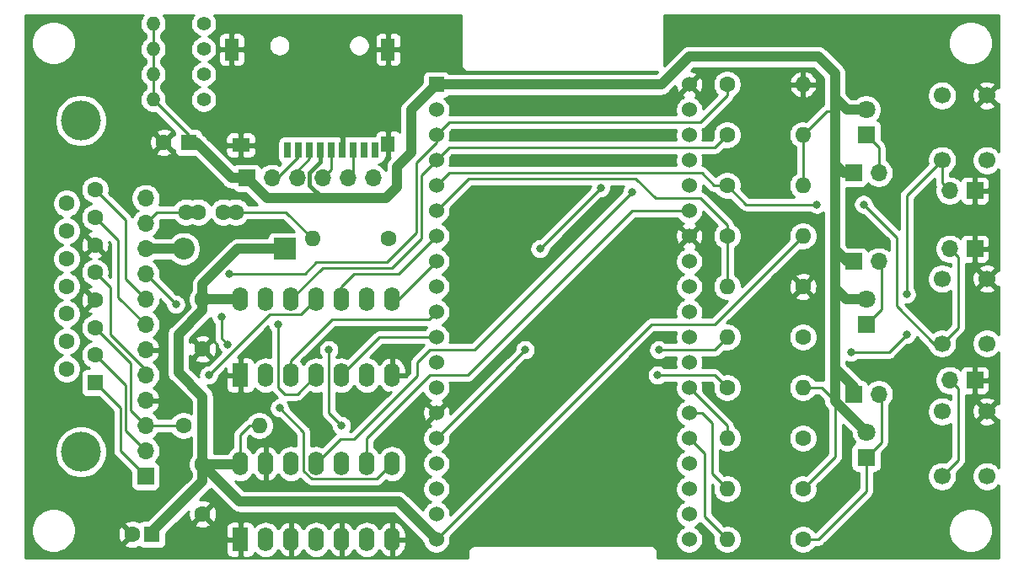
<source format=gbr>
%TF.GenerationSoftware,KiCad,Pcbnew,(5.1.9)-1*%
%TF.CreationDate,2021-02-16T00:19:24-06:00*%
%TF.ProjectId,fujinet-devkit-shield,66756a69-6e65-4742-9d64-65766b69742d,1.0*%
%TF.SameCoordinates,Original*%
%TF.FileFunction,Copper,L1,Top*%
%TF.FilePolarity,Positive*%
%FSLAX46Y46*%
G04 Gerber Fmt 4.6, Leading zero omitted, Abs format (unit mm)*
G04 Created by KiCad (PCBNEW (5.1.9)-1) date 2021-02-16 00:19:24*
%MOMM*%
%LPD*%
G01*
G04 APERTURE LIST*
%TA.AperFunction,ComponentPad*%
%ADD10C,4.000000*%
%TD*%
%TA.AperFunction,ComponentPad*%
%ADD11C,1.600000*%
%TD*%
%TA.AperFunction,ComponentPad*%
%ADD12R,1.600000X1.600000*%
%TD*%
%TA.AperFunction,ComponentPad*%
%ADD13O,1.600000X1.600000*%
%TD*%
%TA.AperFunction,ComponentPad*%
%ADD14O,2.200000X2.200000*%
%TD*%
%TA.AperFunction,ComponentPad*%
%ADD15R,2.200000X2.200000*%
%TD*%
%TA.AperFunction,ComponentPad*%
%ADD16O,1.700000X1.700000*%
%TD*%
%TA.AperFunction,ComponentPad*%
%ADD17R,1.700000X1.700000*%
%TD*%
%TA.AperFunction,ComponentPad*%
%ADD18C,1.800000*%
%TD*%
%TA.AperFunction,ComponentPad*%
%ADD19R,1.800000X1.800000*%
%TD*%
%TA.AperFunction,ComponentPad*%
%ADD20O,1.600000X2.400000*%
%TD*%
%TA.AperFunction,ComponentPad*%
%ADD21R,1.600000X2.400000*%
%TD*%
%TA.AperFunction,SMDPad,CuDef*%
%ADD22R,1.400000X2.200000*%
%TD*%
%TA.AperFunction,SMDPad,CuDef*%
%ADD23R,1.800000X1.400000*%
%TD*%
%TA.AperFunction,SMDPad,CuDef*%
%ADD24R,1.400000X1.600000*%
%TD*%
%TA.AperFunction,SMDPad,CuDef*%
%ADD25R,0.700000X1.600000*%
%TD*%
%TA.AperFunction,ComponentPad*%
%ADD26O,1.400000X1.400000*%
%TD*%
%TA.AperFunction,ComponentPad*%
%ADD27C,1.400000*%
%TD*%
%TA.AperFunction,ComponentPad*%
%ADD28C,1.700000*%
%TD*%
%TA.AperFunction,ComponentPad*%
%ADD29C,1.530000*%
%TD*%
%TA.AperFunction,ComponentPad*%
%ADD30R,1.530000X1.530000*%
%TD*%
%TA.AperFunction,ViaPad*%
%ADD31C,0.800000*%
%TD*%
%TA.AperFunction,Conductor*%
%ADD32C,0.250000*%
%TD*%
%TA.AperFunction,Conductor*%
%ADD33C,1.000000*%
%TD*%
%TA.AperFunction,Conductor*%
%ADD34C,0.400000*%
%TD*%
%TA.AperFunction,Conductor*%
%ADD35C,0.254000*%
%TD*%
%TA.AperFunction,Conductor*%
%ADD36C,0.100000*%
%TD*%
G04 APERTURE END LIST*
D10*
%TO.P,J10,0*%
%TO.N,Net-(J10-Pad0)*%
X110340000Y-101697000D03*
X110340000Y-68397000D03*
D11*
%TO.P,J10,15*%
%TO.N,Net-(J10-Pad15)*%
X108920000Y-76737000D03*
%TO.P,J10,14*%
%TO.N,Net-(J10-Pad14)*%
X108920000Y-79507000D03*
%TO.P,J10,13*%
%TO.N,SIO_INT*%
X108920000Y-82277000D03*
%TO.P,J10,12*%
%TO.N,Net-(J10-Pad12)*%
X108920000Y-85047000D03*
%TO.P,J10,11*%
%TO.N,SIO_AUDIOIN*%
X108920000Y-87817000D03*
%TO.P,J10,10*%
%TO.N,SIO_5V*%
X108920000Y-90587000D03*
%TO.P,J10,9*%
%TO.N,SIO_PROC*%
X108920000Y-93357000D03*
%TO.P,J10,8*%
%TO.N,SIO_MCTL*%
X111760000Y-75352000D03*
%TO.P,J10,7*%
%TO.N,SIO_CMD*%
X111760000Y-78122000D03*
%TO.P,J10,6*%
%TO.N,GND*%
X111760000Y-80892000D03*
%TO.P,J10,5*%
%TO.N,SIO_DATAOUT*%
X111760000Y-83662000D03*
%TO.P,J10,4*%
%TO.N,GND*%
X111760000Y-86432000D03*
%TO.P,J10,3*%
%TO.N,SIO_DATAIN*%
X111760000Y-89202000D03*
%TO.P,J10,2*%
%TO.N,SIO_CKOUT*%
X111760000Y-91972000D03*
D12*
%TO.P,J10,1*%
%TO.N,SIO_CKIN*%
X111760000Y-94742000D03*
%TD*%
D11*
%TO.P,C1,2*%
%TO.N,Net-(C1-Pad2)*%
X125904000Y-77597000D03*
%TO.P,C1,1*%
%TO.N,SIO_AUDIOIN*%
X120904000Y-77597000D03*
%TO.P,C1,2*%
%TO.N,Net-(C1-Pad2)*%
X124654000Y-77597000D03*
%TO.P,C1,1*%
%TO.N,SIO_AUDIOIN*%
X122154000Y-77597000D03*
%TD*%
D13*
%TO.P,R7,2*%
%TO.N,Net-(C1-Pad2)*%
X133604000Y-80264000D03*
D11*
%TO.P,R7,1*%
%TO.N,IO25_AUDIOIN*%
X141224000Y-80264000D03*
%TD*%
%TO.P,C5,2*%
%TO.N,GND*%
X115475000Y-109982000D03*
D12*
%TO.P,C5,1*%
%TO.N,+5V*%
X117475000Y-109982000D03*
%TD*%
D14*
%TO.P,D4,2*%
%TO.N,SIO_5V*%
X120650000Y-81280000D03*
D15*
%TO.P,D4,1*%
%TO.N,+5V*%
X130810000Y-81280000D03*
%TD*%
D16*
%TO.P,J1,12*%
%TO.N,SIO_INT*%
X116840000Y-76200000D03*
%TO.P,J1,11*%
%TO.N,SIO_AUDIOIN*%
X116840000Y-78740000D03*
%TO.P,J1,10*%
%TO.N,SIO_5V*%
X116840000Y-81280000D03*
%TO.P,J1,9*%
%TO.N,SIO_PROC*%
X116840000Y-83820000D03*
%TO.P,J1,8*%
%TO.N,SIO_MCTL*%
X116840000Y-86360000D03*
%TO.P,J1,7*%
%TO.N,SIO_CMD*%
X116840000Y-88900000D03*
%TO.P,J1,6*%
%TO.N,GND*%
X116840000Y-91440000D03*
%TO.P,J1,5*%
%TO.N,SIO_DATAOUT*%
X116840000Y-93980000D03*
%TO.P,J1,4*%
%TO.N,GND*%
X116840000Y-96520000D03*
%TO.P,J1,3*%
%TO.N,SIO_DATAIN*%
X116840000Y-99060000D03*
%TO.P,J1,2*%
%TO.N,SIO_CKOUT*%
X116840000Y-101600000D03*
D17*
%TO.P,J1,1*%
%TO.N,SIO_CKIN*%
X116840000Y-104140000D03*
%TD*%
D13*
%TO.P,R16,2*%
%TO.N,+5V*%
X128270000Y-99060000D03*
D11*
%TO.P,R16,1*%
%TO.N,SIO_DATAIN*%
X120650000Y-99060000D03*
%TD*%
D18*
%TO.P,D1,2*%
%TO.N,+3V3*%
X189230000Y-99695000D03*
D19*
%TO.P,D1,1*%
%TO.N,Net-(D1-Pad1)*%
X189230000Y-102235000D03*
%TD*%
D18*
%TO.P,D3,2*%
%TO.N,+3V3*%
X189230000Y-86360000D03*
D19*
%TO.P,D3,1*%
%TO.N,Net-(D3-Pad1)*%
X189230000Y-88900000D03*
%TD*%
D11*
%TO.P,C4,2*%
%TO.N,GND*%
X118658000Y-70612000D03*
D12*
%TO.P,C4,1*%
%TO.N,+3V3*%
X121158000Y-70612000D03*
%TD*%
D20*
%TO.P,U4,14*%
%TO.N,+5V*%
X126365000Y-86360000D03*
%TO.P,U4,7*%
%TO.N,GND*%
X141605000Y-93980000D03*
%TO.P,U4,13*%
%TO.N,SIO_CMD*%
X128905000Y-86360000D03*
%TO.P,U4,6*%
%TO.N,SIO_CKIN*%
X139065000Y-93980000D03*
%TO.P,U4,12*%
%TO.N,IO39_CMD*%
X131445000Y-86360000D03*
%TO.P,U4,5*%
%TO.N,IO27_CKIN*%
X136525000Y-93980000D03*
%TO.P,U4,11*%
%TO.N,SIO_CKOUT*%
X133985000Y-86360000D03*
%TO.P,U4,4*%
%TO.N,SIO_INT*%
X133985000Y-93980000D03*
%TO.P,U4,10*%
%TO.N,IO32_CKOUT*%
X136525000Y-86360000D03*
%TO.P,U4,3*%
%TO.N,IO26_INT*%
X131445000Y-93980000D03*
%TO.P,U4,9*%
%TO.N,SIO_DATAOUT*%
X139065000Y-86360000D03*
%TO.P,U4,2*%
%TO.N,Net-(U4-Pad2)*%
X128905000Y-93980000D03*
%TO.P,U4,8*%
%TO.N,IO33_DATAOUT*%
X141605000Y-86360000D03*
D21*
%TO.P,U4,1*%
%TO.N,GND*%
X126365000Y-93980000D03*
%TD*%
D16*
%TO.P,J8,2*%
%TO.N,Net-(D3-Pad1)*%
X190500000Y-82550000D03*
D17*
%TO.P,J8,1*%
%TO.N,+3V3*%
X187960000Y-82550000D03*
%TD*%
D16*
%TO.P,J7,2*%
%TO.N,Net-(D2-Pad1)*%
X190500000Y-73660000D03*
D17*
%TO.P,J7,1*%
%TO.N,+3V3*%
X187960000Y-73660000D03*
%TD*%
D16*
%TO.P,J6,2*%
%TO.N,Net-(D1-Pad1)*%
X190500000Y-95885000D03*
D17*
%TO.P,J6,1*%
%TO.N,+3V3*%
X187960000Y-95885000D03*
%TD*%
D16*
%TO.P,J5,2*%
%TO.N,IO14_BUTTON_RESET*%
X197612000Y-75438000D03*
D17*
%TO.P,J5,1*%
%TO.N,GND*%
X200152000Y-75438000D03*
%TD*%
D16*
%TO.P,J4,2*%
%TO.N,IO34_BUTTON_B*%
X197612000Y-81280000D03*
D17*
%TO.P,J4,1*%
%TO.N,GND*%
X200152000Y-81280000D03*
%TD*%
D16*
%TO.P,J2,2*%
%TO.N,IO0_BUTTON_A*%
X197612000Y-94488000D03*
D17*
%TO.P,J2,1*%
%TO.N,GND*%
X200152000Y-94488000D03*
%TD*%
D22*
%TO.P,P1,G3*%
%TO.N,GND*%
X125500000Y-61270000D03*
D23*
%TO.P,P1,G4*%
X126400000Y-70870000D03*
D22*
%TO.P,P1,G2*%
X141200000Y-61270000D03*
D24*
%TO.P,P1,G1*%
X141200000Y-70770000D03*
D25*
%TO.P,P1,9*%
%TO.N,Net-(P1-Pad9)*%
X139900000Y-71370000D03*
%TO.P,P1,8*%
%TO.N,Net-(P1-Pad8)*%
X138800000Y-71370000D03*
%TO.P,P1,7*%
%TO.N,IO19_SPI_MISO*%
X137700000Y-71370000D03*
%TO.P,P1,6*%
%TO.N,GND*%
X136600000Y-71370000D03*
%TO.P,P1,5*%
%TO.N,IO18_SPI_CLK*%
X135500000Y-71370000D03*
%TO.P,P1,4*%
%TO.N,+3V3*%
X134400000Y-71370000D03*
%TO.P,P1,3*%
%TO.N,IO23_SPI_MOSI*%
X133300000Y-71370000D03*
%TO.P,P1,2*%
%TO.N,IO5_SPI_CS*%
X132200000Y-71370000D03*
%TO.P,P1,1*%
%TO.N,Net-(P1-Pad1)*%
X131100000Y-71370000D03*
%TD*%
D26*
%TO.P,R13,2*%
%TO.N,+3V3*%
X117602000Y-66294000D03*
D27*
%TO.P,R13,1*%
%TO.N,IO5_SPI_CS*%
X122682000Y-66294000D03*
%TD*%
D26*
%TO.P,R12,2*%
%TO.N,+3V3*%
X117602000Y-63754000D03*
D27*
%TO.P,R12,1*%
%TO.N,IO23_SPI_MOSI*%
X122682000Y-63754000D03*
%TD*%
D26*
%TO.P,R11,2*%
%TO.N,+3V3*%
X117602000Y-61214000D03*
D27*
%TO.P,R11,1*%
%TO.N,IO18_SPI_CLK*%
X122682000Y-61214000D03*
%TD*%
D26*
%TO.P,R10,2*%
%TO.N,+3V3*%
X117602000Y-58674000D03*
D27*
%TO.P,R10,1*%
%TO.N,IO19_SPI_MISO*%
X122682000Y-58674000D03*
%TD*%
D13*
%TO.P,R15,2*%
%TO.N,IO35_SIO_VOLTAGE*%
X175260000Y-85090000D03*
D11*
%TO.P,R15,1*%
%TO.N,GND*%
X182880000Y-85090000D03*
%TD*%
D13*
%TO.P,R14,2*%
%TO.N,+5V*%
X182880000Y-80010000D03*
D11*
%TO.P,R14,1*%
%TO.N,IO35_SIO_VOLTAGE*%
X175260000Y-80010000D03*
%TD*%
D16*
%TO.P,J3,6*%
%TO.N,GND*%
X139700000Y-74168000D03*
%TO.P,J3,5*%
%TO.N,IO19_SPI_MISO*%
X137160000Y-74168000D03*
%TO.P,J3,4*%
%TO.N,IO18_SPI_CLK*%
X134620000Y-74168000D03*
%TO.P,J3,3*%
%TO.N,IO23_SPI_MOSI*%
X132080000Y-74168000D03*
%TO.P,J3,2*%
%TO.N,IO5_SPI_CS*%
X129540000Y-74168000D03*
D17*
%TO.P,J3,1*%
%TO.N,+3V3*%
X127000000Y-74168000D03*
%TD*%
D11*
%TO.P,C3,2*%
%TO.N,GND*%
X122555000Y-91360000D03*
%TO.P,C3,1*%
%TO.N,+5V*%
X122555000Y-86360000D03*
%TD*%
%TO.P,C2,2*%
%TO.N,GND*%
X122555000Y-107950000D03*
%TO.P,C2,1*%
%TO.N,+5V*%
X122555000Y-102950000D03*
%TD*%
D28*
%TO.P,SW3,1*%
%TO.N,IO14_BUTTON_RESET*%
X196850000Y-72390000D03*
%TO.P,SW3,2*%
%TO.N,Net-(SW3-Pad2)*%
X196850000Y-65890000D03*
%TO.P,SW3,3*%
%TO.N,Net-(SW3-Pad3)*%
X201350000Y-72390000D03*
%TO.P,SW3,4*%
%TO.N,GND*%
X201350000Y-65890000D03*
%TD*%
%TO.P,SW2,1*%
%TO.N,IO34_BUTTON_B*%
X196850000Y-90805000D03*
%TO.P,SW2,2*%
%TO.N,Net-(SW2-Pad2)*%
X196850000Y-84305000D03*
%TO.P,SW2,3*%
%TO.N,Net-(SW2-Pad3)*%
X201350000Y-90805000D03*
%TO.P,SW2,4*%
%TO.N,GND*%
X201350000Y-84305000D03*
%TD*%
%TO.P,SW1,1*%
%TO.N,IO0_BUTTON_A*%
X196850000Y-104140000D03*
%TO.P,SW1,2*%
%TO.N,Net-(SW1-Pad2)*%
X196850000Y-97640000D03*
%TO.P,SW1,3*%
%TO.N,Net-(SW1-Pad3)*%
X201350000Y-104140000D03*
%TO.P,SW1,4*%
%TO.N,GND*%
X201350000Y-97640000D03*
%TD*%
D13*
%TO.P,R9,2*%
%TO.N,IO0_BUTTON_A*%
X175260000Y-105410000D03*
D11*
%TO.P,R9,1*%
%TO.N,+3V3*%
X182880000Y-105410000D03*
%TD*%
D13*
%TO.P,R8,2*%
%TO.N,+3V3*%
X182880000Y-95250000D03*
D11*
%TO.P,R8,1*%
%TO.N,IO14_BUTTON_RESET*%
X175260000Y-95250000D03*
%TD*%
D13*
%TO.P,R6,2*%
%TO.N,+3V3*%
X182880000Y-69850000D03*
D11*
%TO.P,R6,1*%
%TO.N,IO39_CMD*%
X175260000Y-69850000D03*
%TD*%
D13*
%TO.P,R5,2*%
%TO.N,+3V3*%
X182880000Y-74930000D03*
D11*
%TO.P,R5,1*%
%TO.N,IO34_BUTTON_B*%
X175260000Y-74930000D03*
%TD*%
D13*
%TO.P,R4,2*%
%TO.N,GND*%
X182880000Y-64770000D03*
D11*
%TO.P,R4,1*%
%TO.N,SIO_MCTL*%
X175260000Y-64770000D03*
%TD*%
D13*
%TO.P,R3,2*%
%TO.N,IO3_LED3*%
X175260000Y-90170000D03*
D11*
%TO.P,R3,1*%
%TO.N,Net-(D3-Pad1)*%
X182880000Y-90170000D03*
%TD*%
D13*
%TO.P,R2,2*%
%TO.N,IO4_LED2*%
X175260000Y-100330000D03*
D11*
%TO.P,R2,1*%
%TO.N,Net-(D2-Pad1)*%
X182880000Y-100330000D03*
%TD*%
D13*
%TO.P,R1,2*%
%TO.N,IO2_LED1*%
X175260000Y-110490000D03*
D11*
%TO.P,R1,1*%
%TO.N,Net-(D1-Pad1)*%
X182880000Y-110490000D03*
%TD*%
D18*
%TO.P,D2,2*%
%TO.N,+3V3*%
X189230000Y-67310000D03*
D19*
%TO.P,D2,1*%
%TO.N,Net-(D2-Pad1)*%
X189230000Y-69850000D03*
%TD*%
D20*
%TO.P,U3,14*%
%TO.N,+5V*%
X126365000Y-102870000D03*
%TO.P,U3,7*%
%TO.N,GND*%
X141605000Y-110490000D03*
%TO.P,U3,13*%
X128905000Y-102870000D03*
%TO.P,U3,6*%
%TO.N,Net-(U3-Pad6)*%
X139065000Y-110490000D03*
%TO.P,U3,12*%
%TO.N,Net-(U3-Pad12)*%
X131445000Y-102870000D03*
%TO.P,U3,5*%
%TO.N,GND*%
X136525000Y-110490000D03*
%TO.P,U3,11*%
%TO.N,IO22_PROC*%
X133985000Y-102870000D03*
%TO.P,U3,4*%
%TO.N,Net-(U3-Pad4)*%
X133985000Y-110490000D03*
%TO.P,U3,10*%
%TO.N,SIO_PROC*%
X136525000Y-102870000D03*
%TO.P,U3,3*%
%TO.N,GND*%
X131445000Y-110490000D03*
%TO.P,U3,9*%
%TO.N,IO21_DATAIN*%
X139065000Y-102870000D03*
%TO.P,U3,2*%
%TO.N,Net-(U3-Pad2)*%
X128905000Y-110490000D03*
%TO.P,U3,8*%
%TO.N,SIO_DATAIN*%
X141605000Y-102870000D03*
D21*
%TO.P,U3,1*%
%TO.N,GND*%
X126365000Y-110490000D03*
%TD*%
D29*
%TO.P,U1,38*%
%TO.N,GND*%
X171450000Y-64780000D03*
%TO.P,U1,37*%
%TO.N,IO23_SPI_MOSI*%
X171450000Y-67320000D03*
%TO.P,U1,36*%
%TO.N,IO22_PROC*%
X171450000Y-69860000D03*
%TO.P,U1,35*%
%TO.N,Net-(U1-Pad35)*%
X171450000Y-72400000D03*
%TO.P,U1,34*%
%TO.N,Net-(U1-Pad34)*%
X171450000Y-74940000D03*
%TO.P,U1,33*%
%TO.N,IO21_DATAIN*%
X171450000Y-77480000D03*
%TO.P,U1,32*%
%TO.N,GND*%
X171450000Y-80020000D03*
%TO.P,U1,31*%
%TO.N,IO19_SPI_MISO*%
X171450000Y-82560000D03*
%TO.P,U1,30*%
%TO.N,IO18_SPI_CLK*%
X171450000Y-85100000D03*
%TO.P,U1,29*%
%TO.N,IO5_SPI_CS*%
X171450000Y-87640000D03*
%TO.P,U1,28*%
%TO.N,Net-(U1-Pad28)*%
X171450000Y-90180000D03*
%TO.P,U1,27*%
%TO.N,Net-(U1-Pad27)*%
X171450000Y-92720000D03*
%TO.P,U1,26*%
%TO.N,IO4_LED2*%
X171450000Y-95260000D03*
%TO.P,U1,25*%
%TO.N,IO0_BUTTON_A*%
X171450000Y-97800000D03*
%TO.P,U1,24*%
%TO.N,IO2_LED1*%
X171450000Y-100340000D03*
%TO.P,U1,23*%
%TO.N,Net-(U1-Pad23)*%
X171450000Y-102880000D03*
%TO.P,U1,22*%
%TO.N,Net-(U1-Pad22)*%
X171450000Y-105420000D03*
%TO.P,U1,21*%
%TO.N,Net-(U1-Pad21)*%
X171450000Y-107960000D03*
%TO.P,U1,20*%
%TO.N,Net-(U1-Pad20)*%
X171450000Y-110500000D03*
%TO.P,U1,19*%
%TO.N,+5V*%
X146050000Y-110500000D03*
%TO.P,U1,18*%
%TO.N,Net-(U1-Pad18)*%
X146050000Y-107960000D03*
%TO.P,U1,17*%
%TO.N,Net-(U1-Pad17)*%
X146050000Y-105420000D03*
%TO.P,U1,16*%
%TO.N,Net-(U1-Pad16)*%
X146050000Y-102880000D03*
%TO.P,U1,15*%
%TO.N,IO3_LED3*%
X146050000Y-100340000D03*
%TO.P,U1,14*%
%TO.N,GND*%
X146050000Y-97800000D03*
%TO.P,U1,13*%
%TO.N,Net-(U1-Pad13)*%
X146050000Y-95260000D03*
%TO.P,U1,12*%
%TO.N,IO14_BUTTON_RESET*%
X146050000Y-92720000D03*
%TO.P,U1,11*%
%TO.N,IO27_CKIN*%
X146050000Y-90180000D03*
%TO.P,U1,10*%
%TO.N,IO26_INT*%
X146050000Y-87640000D03*
%TO.P,U1,9*%
%TO.N,IO25_AUDIOIN*%
X146050000Y-85100000D03*
%TO.P,U1,8*%
%TO.N,IO33_DATAOUT*%
X146050000Y-82560000D03*
%TO.P,U1,7*%
%TO.N,IO32_CKOUT*%
X146050000Y-80020000D03*
%TO.P,U1,6*%
%TO.N,IO35_SIO_VOLTAGE*%
X146050000Y-77480000D03*
%TO.P,U1,5*%
%TO.N,IO34_BUTTON_B*%
X146050000Y-74940000D03*
%TO.P,U1,4*%
%TO.N,IO39_CMD*%
X146050000Y-72400000D03*
%TO.P,U1,3*%
%TO.N,SIO_MCTL*%
X146050000Y-69860000D03*
%TO.P,U1,2*%
%TO.N,Net-(U1-Pad2)*%
X146050000Y-67320000D03*
D30*
%TO.P,U1,1*%
%TO.N,+3V3*%
X146050000Y-64780000D03*
%TD*%
D31*
%TO.N,GND*%
X149860000Y-87630000D03*
X157480000Y-69850000D03*
X157480000Y-72390000D03*
X138430000Y-97790000D03*
X138430000Y-90170000D03*
X149860000Y-77470000D03*
X149860000Y-80010000D03*
X133096000Y-97028000D03*
X123698000Y-69088000D03*
X141732000Y-67818000D03*
X141732000Y-63754000D03*
%TO.N,SIO_INT*%
X130175000Y-88900000D03*
%TO.N,SIO_PROC*%
X125095000Y-90895000D03*
X135255000Y-91440000D03*
X136525000Y-99060000D03*
X124460000Y-88138000D03*
X119888002Y-86868000D03*
%TO.N,SIO_MCTL*%
X125221970Y-83820000D03*
%TO.N,SIO_DATAIN*%
X130302000Y-97282000D03*
%TO.N,SIO_CKOUT*%
X123190000Y-93980000D03*
%TO.N,IO23_SPI_MOSI*%
X162560000Y-75184000D03*
X156464000Y-81279998D03*
%TO.N,IO3_LED3*%
X168402000Y-91440000D03*
X154950004Y-91439996D03*
%TO.N,IO34_BUTTON_B*%
X188976000Y-76834998D03*
X184277008Y-76835000D03*
%TO.N,IO14_BUTTON_RESET*%
X168275000Y-93980000D03*
X193294000Y-89916000D03*
X193294000Y-85852000D03*
X187706000Y-91694000D03*
%TO.N,IO22_PROC*%
X165735000Y-75565006D03*
%TD*%
D32*
%TO.N,Net-(D1-Pad1)*%
X189230000Y-102870000D02*
X189230000Y-102235000D01*
X190754000Y-96139000D02*
X190500000Y-95885000D01*
X190754000Y-100711000D02*
X190754000Y-96139000D01*
X189230000Y-102235000D02*
X190754000Y-100711000D01*
X189230000Y-105664000D02*
X189230000Y-102235000D01*
X184404000Y-110490000D02*
X189230000Y-105664000D01*
X182880000Y-110490000D02*
X184404000Y-110490000D01*
%TO.N,Net-(D2-Pad1)*%
X190500000Y-71120000D02*
X189230000Y-69850000D01*
X190500000Y-73660000D02*
X190500000Y-71120000D01*
%TO.N,Net-(D3-Pad1)*%
X190754000Y-82804000D02*
X190500000Y-82550000D01*
X190754000Y-87376000D02*
X190754000Y-82804000D01*
X189230000Y-88900000D02*
X190754000Y-87376000D01*
%TO.N,Net-(C1-Pad2)*%
X130937000Y-77597000D02*
X133604000Y-80264000D01*
X124654000Y-77597000D02*
X130937000Y-77597000D01*
%TO.N,SIO_AUDIOIN*%
X117983000Y-77597000D02*
X116840000Y-78740000D01*
X122154000Y-77597000D02*
X117983000Y-77597000D01*
%TO.N,+5V*%
X122699999Y-102459999D02*
X123190000Y-102950000D01*
X173990000Y-88900000D02*
X167650000Y-88900000D01*
X167650000Y-88900000D02*
X146050000Y-110500000D01*
X182880000Y-80010000D02*
X173990000Y-88900000D01*
D33*
X126285000Y-102950000D02*
X126365000Y-102870000D01*
X122555000Y-102950000D02*
X126285000Y-102950000D01*
X122555000Y-86360000D02*
X126365000Y-86360000D01*
X122555000Y-84858968D02*
X122555000Y-86360000D01*
X126133968Y-81280000D02*
X122555000Y-84858968D01*
X130810000Y-81280000D02*
X126133968Y-81280000D01*
X122555000Y-96139000D02*
X122555000Y-102950000D01*
X120142000Y-93726000D02*
X122555000Y-96139000D01*
X120142000Y-89904370D02*
X120142000Y-93726000D01*
X122555000Y-87491370D02*
X120142000Y-89904370D01*
X122555000Y-86360000D02*
X122555000Y-87491370D01*
X142230000Y-106680000D02*
X146050000Y-110500000D01*
X126285000Y-106680000D02*
X142230000Y-106680000D01*
X122555000Y-102950000D02*
X126285000Y-106680000D01*
D32*
X126365000Y-99949000D02*
X126365000Y-102870000D01*
X127254000Y-99060000D02*
X126365000Y-99949000D01*
X128270000Y-99060000D02*
X127254000Y-99060000D01*
D33*
X117475000Y-109728000D02*
X117475000Y-109982000D01*
X122555000Y-104648000D02*
X117475000Y-109728000D01*
X122555000Y-102950000D02*
X122555000Y-104648000D01*
D32*
%TO.N,+3V3*%
X182880000Y-74930000D02*
X182880000Y-69850000D01*
X117602000Y-66167000D02*
X117602000Y-63881000D01*
X117602000Y-61595000D02*
X117602000Y-59309000D01*
X117602000Y-63881000D02*
X117602000Y-61595000D01*
D33*
X186097999Y-96562999D02*
X189230000Y-99695000D01*
X187960000Y-95164002D02*
X186097999Y-93302001D01*
X187960000Y-95885000D02*
X187960000Y-95164002D01*
X186097999Y-93302001D02*
X186097999Y-96562999D01*
X186944000Y-73660000D02*
X186097999Y-72813999D01*
X187960000Y-73660000D02*
X186944000Y-73660000D01*
X186097999Y-68241999D02*
X186097999Y-72813999D01*
X187283998Y-67310000D02*
X186097999Y-66124001D01*
X189230000Y-67310000D02*
X187283998Y-67310000D01*
X187283998Y-82550000D02*
X186097999Y-81364001D01*
X187960000Y-82550000D02*
X187283998Y-82550000D01*
X186097999Y-72813999D02*
X186097999Y-81364001D01*
X187198000Y-86360000D02*
X186097999Y-85259999D01*
X189230000Y-86360000D02*
X187198000Y-86360000D01*
X186097999Y-85259999D02*
X186097999Y-93302001D01*
X186097999Y-81364001D02*
X186097999Y-85259999D01*
D32*
X121158000Y-69850000D02*
X117602000Y-66294000D01*
X121158000Y-70612000D02*
X121158000Y-69850000D01*
D33*
X186097999Y-63669999D02*
X186097999Y-66124001D01*
X184404000Y-61976000D02*
X186097999Y-63669999D01*
X171450000Y-61976000D02*
X184404000Y-61976000D01*
X168646000Y-64780000D02*
X171450000Y-61976000D01*
X146050000Y-64780000D02*
X168646000Y-64780000D01*
D32*
X185250001Y-67479999D02*
X186097999Y-67479999D01*
X182880000Y-69850000D02*
X185250001Y-67479999D01*
D33*
X186097999Y-67479999D02*
X186097999Y-68241999D01*
X186097999Y-66124001D02*
X186097999Y-67479999D01*
D32*
X184785000Y-95250000D02*
X186097999Y-96562999D01*
X182880000Y-95250000D02*
X184785000Y-95250000D01*
X186097999Y-102192001D02*
X186097999Y-96562999D01*
X182880000Y-105410000D02*
X186097999Y-102192001D01*
D33*
X121920000Y-70612000D02*
X121158000Y-70612000D01*
X125476000Y-74168000D02*
X121920000Y-70612000D01*
X127000000Y-74168000D02*
X125476000Y-74168000D01*
X129032000Y-76200000D02*
X127000000Y-74168000D01*
X140970000Y-76200000D02*
X129032000Y-76200000D01*
X142113000Y-73025000D02*
X142113000Y-75057000D01*
X143510000Y-71628000D02*
X142113000Y-73025000D01*
X142113000Y-75057000D02*
X140970000Y-76200000D01*
X143510000Y-67320000D02*
X143510000Y-71628000D01*
X146050000Y-64780000D02*
X143510000Y-67320000D01*
D34*
X133330001Y-74910001D02*
X134620000Y-76200000D01*
X133330001Y-73639999D02*
X133330001Y-74910001D01*
X134400000Y-72570000D02*
X133330001Y-73639999D01*
X134400000Y-71370000D02*
X134400000Y-72570000D01*
D32*
%TO.N,SIO_INT*%
X130175000Y-95250000D02*
X130175000Y-88900000D01*
X132080000Y-95885000D02*
X130810000Y-95885000D01*
X130810000Y-95885000D02*
X130175000Y-95250000D01*
X133985000Y-93980000D02*
X132080000Y-95885000D01*
%TO.N,SIO_PROC*%
X135255000Y-97790000D02*
X136525000Y-99060000D01*
X135255000Y-91440000D02*
X135255000Y-97790000D01*
X125095000Y-90895000D02*
X124460000Y-90260000D01*
X124460000Y-90260000D02*
X124460000Y-88138000D01*
X117690001Y-84669999D02*
X119888002Y-86868000D01*
X116840000Y-83820000D02*
X117690001Y-84669999D01*
%TO.N,SIO_MCTL*%
X146050000Y-69860000D02*
X147330000Y-68580000D01*
X175260000Y-65901370D02*
X175260000Y-64770000D01*
X172581370Y-68580000D02*
X175260000Y-65901370D01*
X147330000Y-68580000D02*
X172581370Y-68580000D01*
X144018000Y-79691795D02*
X141051794Y-82658001D01*
X146050000Y-70612000D02*
X144018000Y-72644000D01*
X141051794Y-82658001D02*
X134003999Y-82658001D01*
X134003999Y-82658001D02*
X132842000Y-83820000D01*
X132842000Y-83820000D02*
X125221970Y-83820000D01*
X146050000Y-69860000D02*
X146050000Y-70612000D01*
X144018000Y-72644000D02*
X144018000Y-79691795D01*
X114808000Y-78400000D02*
X111760000Y-75352000D01*
X114808000Y-84328000D02*
X114808000Y-78400000D01*
X116840000Y-86360000D02*
X114808000Y-84328000D01*
%TO.N,SIO_CMD*%
X116840000Y-88900000D02*
X114103989Y-86163989D01*
X114103989Y-86163989D02*
X114103989Y-80465989D01*
X114103989Y-80465989D02*
X111760000Y-78122000D01*
%TO.N,SIO_DATAOUT*%
X113284000Y-85186000D02*
X111760000Y-83662000D01*
X113284000Y-89916000D02*
X113284000Y-85186000D01*
X116840000Y-93472000D02*
X113284000Y-89916000D01*
X116840000Y-93980000D02*
X116840000Y-93472000D01*
%TO.N,SIO_DATAIN*%
X132715000Y-99695000D02*
X130302000Y-97282000D01*
X132715000Y-103591004D02*
X132715000Y-99695000D01*
X133519006Y-104395010D02*
X132715000Y-103591004D01*
X140079990Y-104395010D02*
X133519006Y-104395010D01*
X141605000Y-102870000D02*
X140079990Y-104395010D01*
X116840000Y-99060000D02*
X120650000Y-99060000D01*
X115316000Y-92758000D02*
X111760000Y-89202000D01*
X115316000Y-97536000D02*
X115316000Y-92758000D01*
X116840000Y-99060000D02*
X115316000Y-97536000D01*
%TO.N,SIO_CKOUT*%
X132459990Y-87885010D02*
X133985000Y-86360000D01*
X129284990Y-87885010D02*
X132459990Y-87885010D01*
X123190000Y-93980000D02*
X129284990Y-87885010D01*
X114808000Y-95020000D02*
X111760000Y-91972000D01*
X114808000Y-99568000D02*
X114808000Y-95020000D01*
X116840000Y-101600000D02*
X114808000Y-99568000D01*
%TO.N,SIO_CKIN*%
X114300000Y-101600000D02*
X116840000Y-104140000D01*
X114300000Y-97282000D02*
X114300000Y-101600000D01*
X111760000Y-94742000D02*
X114300000Y-97282000D01*
%TO.N,IO5_SPI_CS*%
X130037002Y-74168000D02*
X129540000Y-74168000D01*
X132200000Y-72005002D02*
X130037002Y-74168000D01*
X132200000Y-71370000D02*
X132200000Y-72005002D01*
%TO.N,IO23_SPI_MOSI*%
X162560000Y-75184000D02*
X158242000Y-79502000D01*
X158242000Y-79502000D02*
X157841999Y-79901999D01*
X157841999Y-79901999D02*
X156464000Y-81279998D01*
X132080000Y-73456000D02*
X132080000Y-74168000D01*
X133300000Y-72236000D02*
X132080000Y-73456000D01*
X133300000Y-71370000D02*
X133300000Y-72236000D01*
%TO.N,IO18_SPI_CLK*%
X135500000Y-73288000D02*
X134620000Y-74168000D01*
X135500000Y-71370000D02*
X135500000Y-73288000D01*
%TO.N,IO19_SPI_MISO*%
X137700000Y-73628000D02*
X137160000Y-74168000D01*
X137700000Y-71370000D02*
X137700000Y-73628000D01*
%TO.N,IO2_LED1*%
X172974000Y-108204000D02*
X175260000Y-110490000D01*
X172974000Y-101864000D02*
X172974000Y-108204000D01*
X171450000Y-100340000D02*
X172974000Y-101864000D01*
%TO.N,IO4_LED2*%
X175260000Y-99070000D02*
X175260000Y-100330000D01*
X171450000Y-95260000D02*
X175260000Y-99070000D01*
%TO.N,IO3_LED3*%
X173990000Y-91440000D02*
X168402000Y-91440000D01*
X175260000Y-90170000D02*
X173990000Y-91440000D01*
X146050000Y-100340000D02*
X146814999Y-99575001D01*
X146814999Y-99575001D02*
X154950004Y-91439996D01*
%TO.N,IO34_BUTTON_B*%
X146050000Y-74940000D02*
X147320000Y-73670000D01*
X147320000Y-73670000D02*
X172710000Y-73670000D01*
X173970000Y-74930000D02*
X175260000Y-74930000D01*
X172710000Y-73670000D02*
X173970000Y-74930000D01*
X198461999Y-82129999D02*
X197612000Y-81280000D01*
X198461999Y-89193001D02*
X198461999Y-82129999D01*
X196850000Y-90805000D02*
X198461999Y-89193001D01*
X192278000Y-80136998D02*
X188976000Y-76834998D01*
X192278000Y-87058500D02*
X192278000Y-80136998D01*
X196024500Y-90805000D02*
X192278000Y-87058500D01*
X196850000Y-90805000D02*
X196024500Y-90805000D01*
X175260000Y-74930000D02*
X177165000Y-76835000D01*
X177165000Y-76835000D02*
X184277008Y-76835000D01*
%TO.N,IO39_CMD*%
X146050000Y-72400000D02*
X147330000Y-71120000D01*
X173990000Y-71120000D02*
X175260000Y-69850000D01*
X147330000Y-71120000D02*
X173990000Y-71120000D01*
X144526000Y-73924000D02*
X146050000Y-72400000D01*
X144526000Y-80264000D02*
X144526000Y-73924000D01*
X141605000Y-83185000D02*
X144526000Y-80264000D01*
X134620000Y-83185000D02*
X141605000Y-83185000D01*
X131445000Y-86360000D02*
X134620000Y-83185000D01*
%TO.N,IO14_BUTTON_RESET*%
X173990000Y-93980000D02*
X175260000Y-95250000D01*
X168275000Y-93980000D02*
X173990000Y-93980000D01*
X193294000Y-75946000D02*
X196850000Y-72390000D01*
X193294000Y-85852000D02*
X193294000Y-75946000D01*
X196850000Y-74676000D02*
X197612000Y-75438000D01*
X196850000Y-72390000D02*
X196850000Y-74676000D01*
X193294000Y-89916000D02*
X191516000Y-91694000D01*
X191516000Y-91694000D02*
X187706000Y-91694000D01*
%TO.N,IO0_BUTTON_A*%
X198461999Y-95337999D02*
X197612000Y-94488000D01*
X198461999Y-102528001D02*
X198461999Y-95337999D01*
X196850000Y-104140000D02*
X198461999Y-102528001D01*
X173736000Y-103886000D02*
X175260000Y-105410000D01*
X173736000Y-98806000D02*
X173736000Y-103886000D01*
X172730000Y-97800000D02*
X173736000Y-98806000D01*
X171450000Y-97800000D02*
X172730000Y-97800000D01*
%TO.N,IO35_SIO_VOLTAGE*%
X175260000Y-80010000D02*
X175260000Y-85090000D01*
X168078012Y-76200000D02*
X166083001Y-74204985D01*
X175260000Y-80010000D02*
X175260000Y-78878630D01*
X165386999Y-74204985D02*
X165386987Y-74204997D01*
X149325003Y-74204997D02*
X146814999Y-76715001D01*
X146814999Y-76715001D02*
X146050000Y-77480000D01*
X166083001Y-74204985D02*
X165386999Y-74204985D01*
X165386987Y-74204997D02*
X149325003Y-74204997D01*
X175260000Y-78878630D02*
X172581370Y-76200000D01*
X172581370Y-76200000D02*
X168078012Y-76200000D01*
%TO.N,IO22_PROC*%
X144145000Y-94058200D02*
X144145000Y-92710000D01*
X144145000Y-92710000D02*
X145415000Y-91440000D01*
X149860006Y-91440000D02*
X165735000Y-75565006D01*
X133985000Y-102870000D02*
X136409603Y-100445397D01*
X136409603Y-100445397D02*
X137757803Y-100445397D01*
X145415000Y-91440000D02*
X149860006Y-91440000D01*
X137757803Y-100445397D02*
X144145000Y-94058200D01*
%TO.N,IO21_DATAIN*%
X165725000Y-77480000D02*
X171450000Y-77480000D01*
X149225000Y-93980000D02*
X165725000Y-77480000D01*
X145415000Y-93980000D02*
X149225000Y-93980000D01*
X139065000Y-100330000D02*
X145415000Y-93980000D01*
X139065000Y-102870000D02*
X139065000Y-100330000D01*
%TO.N,IO27_CKIN*%
X140325000Y-90180000D02*
X146050000Y-90180000D01*
X136525000Y-93980000D02*
X140325000Y-90180000D01*
%TO.N,IO26_INT*%
X145285001Y-88404999D02*
X146050000Y-87640000D01*
X135570001Y-88404999D02*
X145285001Y-88404999D01*
X131445000Y-92530000D02*
X135570001Y-88404999D01*
X131445000Y-93980000D02*
X131445000Y-92530000D01*
%TO.N,IO33_DATAOUT*%
X142250000Y-86360000D02*
X146050000Y-82560000D01*
X141605000Y-86360000D02*
X142250000Y-86360000D01*
%TO.N,IO32_CKOUT*%
X136525000Y-86360000D02*
X136525000Y-85090000D01*
X136525000Y-85090000D02*
X137795000Y-83820000D01*
X142250000Y-83820000D02*
X146050000Y-80020000D01*
X137795000Y-83820000D02*
X142250000Y-83820000D01*
D33*
%TO.N,SIO_5V*%
X116840000Y-81280000D02*
X120650000Y-81280000D01*
%TD*%
D35*
%TO.N,GND*%
X116565038Y-57822987D02*
X116418939Y-58041641D01*
X116318304Y-58284595D01*
X116267000Y-58542514D01*
X116267000Y-58805486D01*
X116318304Y-59063405D01*
X116418939Y-59306359D01*
X116565038Y-59525013D01*
X116750987Y-59710962D01*
X116842001Y-59771775D01*
X116842001Y-60116225D01*
X116750987Y-60177038D01*
X116565038Y-60362987D01*
X116418939Y-60581641D01*
X116318304Y-60824595D01*
X116267000Y-61082514D01*
X116267000Y-61345486D01*
X116318304Y-61603405D01*
X116418939Y-61846359D01*
X116565038Y-62065013D01*
X116750987Y-62250962D01*
X116842001Y-62311775D01*
X116842001Y-62656225D01*
X116750987Y-62717038D01*
X116565038Y-62902987D01*
X116418939Y-63121641D01*
X116318304Y-63364595D01*
X116267000Y-63622514D01*
X116267000Y-63885486D01*
X116318304Y-64143405D01*
X116418939Y-64386359D01*
X116565038Y-64605013D01*
X116750987Y-64790962D01*
X116842001Y-64851775D01*
X116842000Y-65196225D01*
X116750987Y-65257038D01*
X116565038Y-65442987D01*
X116418939Y-65661641D01*
X116318304Y-65904595D01*
X116267000Y-66162514D01*
X116267000Y-66425486D01*
X116318304Y-66683405D01*
X116418939Y-66926359D01*
X116565038Y-67145013D01*
X116750987Y-67330962D01*
X116969641Y-67477061D01*
X117212595Y-67577696D01*
X117470514Y-67629000D01*
X117733486Y-67629000D01*
X117840844Y-67607645D01*
X119779826Y-69546628D01*
X119768498Y-69567820D01*
X119732188Y-69687518D01*
X119719928Y-69812000D01*
X119719928Y-69819215D01*
X119650702Y-69798903D01*
X118837605Y-70612000D01*
X119650702Y-71425097D01*
X119719928Y-71404785D01*
X119719928Y-71412000D01*
X119732188Y-71536482D01*
X119768498Y-71656180D01*
X119827463Y-71766494D01*
X119906815Y-71863185D01*
X120003506Y-71942537D01*
X120113820Y-72001502D01*
X120233518Y-72037812D01*
X120358000Y-72050072D01*
X121752941Y-72050072D01*
X124634009Y-74931141D01*
X124669551Y-74974449D01*
X124842377Y-75116284D01*
X125039553Y-75221676D01*
X125253501Y-75286577D01*
X125420248Y-75303000D01*
X125420257Y-75303000D01*
X125475999Y-75308490D01*
X125531741Y-75303000D01*
X125582317Y-75303000D01*
X125619463Y-75372494D01*
X125698815Y-75469185D01*
X125795506Y-75548537D01*
X125905820Y-75607502D01*
X126025518Y-75643812D01*
X126150000Y-75656072D01*
X126882941Y-75656072D01*
X128063868Y-76837000D01*
X127122043Y-76837000D01*
X127018637Y-76682241D01*
X126818759Y-76482363D01*
X126583727Y-76325320D01*
X126322574Y-76217147D01*
X126045335Y-76162000D01*
X125762665Y-76162000D01*
X125485426Y-76217147D01*
X125279000Y-76302651D01*
X125072574Y-76217147D01*
X124795335Y-76162000D01*
X124512665Y-76162000D01*
X124235426Y-76217147D01*
X123974273Y-76325320D01*
X123739241Y-76482363D01*
X123539363Y-76682241D01*
X123404000Y-76884827D01*
X123268637Y-76682241D01*
X123068759Y-76482363D01*
X122833727Y-76325320D01*
X122572574Y-76217147D01*
X122295335Y-76162000D01*
X122012665Y-76162000D01*
X121735426Y-76217147D01*
X121529000Y-76302651D01*
X121322574Y-76217147D01*
X121045335Y-76162000D01*
X120762665Y-76162000D01*
X120485426Y-76217147D01*
X120224273Y-76325320D01*
X119989241Y-76482363D01*
X119789363Y-76682241D01*
X119685957Y-76837000D01*
X118183498Y-76837000D01*
X118267932Y-76633158D01*
X118325000Y-76346260D01*
X118325000Y-76053740D01*
X118267932Y-75766842D01*
X118155990Y-75496589D01*
X117993475Y-75253368D01*
X117786632Y-75046525D01*
X117543411Y-74884010D01*
X117273158Y-74772068D01*
X116986260Y-74715000D01*
X116693740Y-74715000D01*
X116406842Y-74772068D01*
X116136589Y-74884010D01*
X115893368Y-75046525D01*
X115686525Y-75253368D01*
X115524010Y-75496589D01*
X115412068Y-75766842D01*
X115355000Y-76053740D01*
X115355000Y-76346260D01*
X115412068Y-76633158D01*
X115524010Y-76903411D01*
X115686525Y-77146632D01*
X115893368Y-77353475D01*
X116067760Y-77470000D01*
X115893368Y-77586525D01*
X115686525Y-77793368D01*
X115524010Y-78036589D01*
X115502834Y-78087713D01*
X115494435Y-78072000D01*
X115442974Y-77975723D01*
X115371799Y-77888997D01*
X115348001Y-77859999D01*
X115319003Y-77836201D01*
X113158688Y-75675886D01*
X113195000Y-75493335D01*
X113195000Y-75210665D01*
X113139853Y-74933426D01*
X113031680Y-74672273D01*
X112874637Y-74437241D01*
X112674759Y-74237363D01*
X112439727Y-74080320D01*
X112178574Y-73972147D01*
X111901335Y-73917000D01*
X111618665Y-73917000D01*
X111341426Y-73972147D01*
X111080273Y-74080320D01*
X110845241Y-74237363D01*
X110645363Y-74437241D01*
X110488320Y-74672273D01*
X110380147Y-74933426D01*
X110325000Y-75210665D01*
X110325000Y-75493335D01*
X110380147Y-75770574D01*
X110488320Y-76031727D01*
X110645363Y-76266759D01*
X110845241Y-76466637D01*
X111080273Y-76623680D01*
X111341426Y-76731853D01*
X111367301Y-76737000D01*
X111341426Y-76742147D01*
X111080273Y-76850320D01*
X110845241Y-77007363D01*
X110645363Y-77207241D01*
X110488320Y-77442273D01*
X110380147Y-77703426D01*
X110325000Y-77980665D01*
X110325000Y-78263335D01*
X110380147Y-78540574D01*
X110488320Y-78801727D01*
X110645363Y-79036759D01*
X110845241Y-79236637D01*
X111080273Y-79393680D01*
X111341426Y-79501853D01*
X111369882Y-79507513D01*
X111143708Y-79588397D01*
X111018486Y-79655329D01*
X110946903Y-79899298D01*
X111760000Y-80712395D01*
X111774143Y-80698253D01*
X111953748Y-80877858D01*
X111939605Y-80892000D01*
X112752702Y-81705097D01*
X112996671Y-81633514D01*
X113117571Y-81378004D01*
X113186300Y-81103816D01*
X113200217Y-80821488D01*
X113168131Y-80604933D01*
X113343990Y-80780792D01*
X113343989Y-84171187D01*
X113158688Y-83985886D01*
X113195000Y-83803335D01*
X113195000Y-83520665D01*
X113139853Y-83243426D01*
X113031680Y-82982273D01*
X112874637Y-82747241D01*
X112674759Y-82547363D01*
X112439727Y-82390320D01*
X112178574Y-82282147D01*
X112150118Y-82276487D01*
X112376292Y-82195603D01*
X112501514Y-82128671D01*
X112573097Y-81884702D01*
X111760000Y-81071605D01*
X110946903Y-81884702D01*
X111018486Y-82128671D01*
X111273996Y-82249571D01*
X111376289Y-82275212D01*
X111341426Y-82282147D01*
X111080273Y-82390320D01*
X110845241Y-82547363D01*
X110645363Y-82747241D01*
X110488320Y-82982273D01*
X110380147Y-83243426D01*
X110325000Y-83520665D01*
X110325000Y-83803335D01*
X110380147Y-84080574D01*
X110488320Y-84341727D01*
X110645363Y-84576759D01*
X110845241Y-84776637D01*
X111080273Y-84933680D01*
X111341426Y-85041853D01*
X111369882Y-85047513D01*
X111143708Y-85128397D01*
X111018486Y-85195329D01*
X110946903Y-85439298D01*
X111760000Y-86252395D01*
X111774143Y-86238253D01*
X111953748Y-86417858D01*
X111939605Y-86432000D01*
X111953748Y-86446143D01*
X111774143Y-86625748D01*
X111760000Y-86611605D01*
X110946903Y-87424702D01*
X111018486Y-87668671D01*
X111273996Y-87789571D01*
X111376289Y-87815212D01*
X111341426Y-87822147D01*
X111080273Y-87930320D01*
X110845241Y-88087363D01*
X110645363Y-88287241D01*
X110488320Y-88522273D01*
X110380147Y-88783426D01*
X110325000Y-89060665D01*
X110325000Y-89343335D01*
X110380147Y-89620574D01*
X110488320Y-89881727D01*
X110645363Y-90116759D01*
X110845241Y-90316637D01*
X111080273Y-90473680D01*
X111341426Y-90581853D01*
X111367301Y-90587000D01*
X111341426Y-90592147D01*
X111080273Y-90700320D01*
X110845241Y-90857363D01*
X110645363Y-91057241D01*
X110488320Y-91292273D01*
X110380147Y-91553426D01*
X110325000Y-91830665D01*
X110325000Y-92113335D01*
X110380147Y-92390574D01*
X110488320Y-92651727D01*
X110645363Y-92886759D01*
X110845241Y-93086637D01*
X111080273Y-93243680D01*
X111225725Y-93303928D01*
X110960000Y-93303928D01*
X110835518Y-93316188D01*
X110715820Y-93352498D01*
X110605506Y-93411463D01*
X110508815Y-93490815D01*
X110429463Y-93587506D01*
X110370498Y-93697820D01*
X110334188Y-93817518D01*
X110321928Y-93942000D01*
X110321928Y-95542000D01*
X110334188Y-95666482D01*
X110370498Y-95786180D01*
X110429463Y-95896494D01*
X110508815Y-95993185D01*
X110605506Y-96072537D01*
X110715820Y-96131502D01*
X110835518Y-96167812D01*
X110960000Y-96180072D01*
X112123270Y-96180072D01*
X113540000Y-97596803D01*
X113540001Y-101562668D01*
X113536324Y-101600000D01*
X113540001Y-101637333D01*
X113550998Y-101748986D01*
X113555651Y-101764325D01*
X113594454Y-101892246D01*
X113665026Y-102024276D01*
X113730229Y-102103725D01*
X113760000Y-102140001D01*
X113788998Y-102163799D01*
X115351928Y-103726730D01*
X115351928Y-104990000D01*
X115364188Y-105114482D01*
X115400498Y-105234180D01*
X115459463Y-105344494D01*
X115538815Y-105441185D01*
X115635506Y-105520537D01*
X115745820Y-105579502D01*
X115865518Y-105615812D01*
X115990000Y-105628072D01*
X117690000Y-105628072D01*
X117814482Y-105615812D01*
X117934180Y-105579502D01*
X118044494Y-105520537D01*
X118141185Y-105441185D01*
X118220537Y-105344494D01*
X118279502Y-105234180D01*
X118315812Y-105114482D01*
X118328072Y-104990000D01*
X118328072Y-103290000D01*
X118315812Y-103165518D01*
X118279502Y-103045820D01*
X118220537Y-102935506D01*
X118141185Y-102838815D01*
X118044494Y-102759463D01*
X117934180Y-102700498D01*
X117861620Y-102678487D01*
X117993475Y-102546632D01*
X118155990Y-102303411D01*
X118267932Y-102033158D01*
X118325000Y-101746260D01*
X118325000Y-101453740D01*
X118267932Y-101166842D01*
X118155990Y-100896589D01*
X117993475Y-100653368D01*
X117786632Y-100446525D01*
X117612240Y-100330000D01*
X117786632Y-100213475D01*
X117993475Y-100006632D01*
X118118178Y-99820000D01*
X119431957Y-99820000D01*
X119535363Y-99974759D01*
X119735241Y-100174637D01*
X119970273Y-100331680D01*
X120231426Y-100439853D01*
X120508665Y-100495000D01*
X120791335Y-100495000D01*
X121068574Y-100439853D01*
X121329727Y-100331680D01*
X121420001Y-100271361D01*
X121420001Y-102065715D01*
X121283320Y-102270273D01*
X121175147Y-102531426D01*
X121120000Y-102808665D01*
X121120000Y-103091335D01*
X121175147Y-103368574D01*
X121283320Y-103629727D01*
X121420000Y-103834284D01*
X121420000Y-104177868D01*
X117053941Y-108543928D01*
X116675000Y-108543928D01*
X116550518Y-108556188D01*
X116430820Y-108592498D01*
X116320506Y-108651463D01*
X116223815Y-108730815D01*
X116213193Y-108743758D01*
X115961004Y-108624429D01*
X115686816Y-108555700D01*
X115404488Y-108541783D01*
X115124870Y-108583213D01*
X114858708Y-108678397D01*
X114733486Y-108745329D01*
X114661903Y-108989298D01*
X115475000Y-109802395D01*
X115489143Y-109788253D01*
X115668748Y-109967858D01*
X115654605Y-109982000D01*
X115668748Y-109996143D01*
X115489143Y-110175748D01*
X115475000Y-110161605D01*
X114661903Y-110974702D01*
X114733486Y-111218671D01*
X114988996Y-111339571D01*
X115263184Y-111408300D01*
X115545512Y-111422217D01*
X115825130Y-111380787D01*
X116091292Y-111285603D01*
X116213309Y-111220384D01*
X116223815Y-111233185D01*
X116320506Y-111312537D01*
X116430820Y-111371502D01*
X116550518Y-111407812D01*
X116675000Y-111420072D01*
X118275000Y-111420072D01*
X118399482Y-111407812D01*
X118519180Y-111371502D01*
X118629494Y-111312537D01*
X118726185Y-111233185D01*
X118805537Y-111136494D01*
X118864502Y-111026180D01*
X118900812Y-110906482D01*
X118913072Y-110782000D01*
X118913072Y-109895059D01*
X119865429Y-108942702D01*
X121741903Y-108942702D01*
X121813486Y-109186671D01*
X122068996Y-109307571D01*
X122343184Y-109376300D01*
X122625512Y-109390217D01*
X122905130Y-109348787D01*
X123069515Y-109290000D01*
X124926928Y-109290000D01*
X124930000Y-110204250D01*
X125088750Y-110363000D01*
X126238000Y-110363000D01*
X126238000Y-108813750D01*
X126492000Y-108813750D01*
X126492000Y-110363000D01*
X126512000Y-110363000D01*
X126512000Y-110617000D01*
X126492000Y-110617000D01*
X126492000Y-112166250D01*
X126650750Y-112325000D01*
X127165000Y-112328072D01*
X127289482Y-112315812D01*
X127409180Y-112279502D01*
X127519494Y-112220537D01*
X127616185Y-112141185D01*
X127695537Y-112044494D01*
X127754502Y-111934180D01*
X127790812Y-111814482D01*
X127792581Y-111796517D01*
X127885393Y-111909608D01*
X128103900Y-112088932D01*
X128353193Y-112222182D01*
X128623692Y-112304236D01*
X128905000Y-112331943D01*
X129186309Y-112304236D01*
X129456808Y-112222182D01*
X129706101Y-112088932D01*
X129924608Y-111909608D01*
X130103932Y-111691101D01*
X130172265Y-111563259D01*
X130322399Y-111792839D01*
X130520105Y-111994500D01*
X130753354Y-112153715D01*
X131013182Y-112264367D01*
X131095961Y-112281904D01*
X131318000Y-112159915D01*
X131318000Y-110617000D01*
X131298000Y-110617000D01*
X131298000Y-110363000D01*
X131318000Y-110363000D01*
X131318000Y-108820085D01*
X131572000Y-108820085D01*
X131572000Y-110363000D01*
X131592000Y-110363000D01*
X131592000Y-110617000D01*
X131572000Y-110617000D01*
X131572000Y-112159915D01*
X131794039Y-112281904D01*
X131876818Y-112264367D01*
X132136646Y-112153715D01*
X132369895Y-111994500D01*
X132567601Y-111792839D01*
X132717735Y-111563259D01*
X132786068Y-111691101D01*
X132965393Y-111909608D01*
X133183900Y-112088932D01*
X133433193Y-112222182D01*
X133703692Y-112304236D01*
X133985000Y-112331943D01*
X134266309Y-112304236D01*
X134536808Y-112222182D01*
X134786101Y-112088932D01*
X135004608Y-111909608D01*
X135183932Y-111691101D01*
X135252265Y-111563259D01*
X135402399Y-111792839D01*
X135600105Y-111994500D01*
X135833354Y-112153715D01*
X136093182Y-112264367D01*
X136175961Y-112281904D01*
X136398000Y-112159915D01*
X136398000Y-110617000D01*
X136378000Y-110617000D01*
X136378000Y-110363000D01*
X136398000Y-110363000D01*
X136398000Y-108820085D01*
X136652000Y-108820085D01*
X136652000Y-110363000D01*
X136672000Y-110363000D01*
X136672000Y-110617000D01*
X136652000Y-110617000D01*
X136652000Y-112159915D01*
X136874039Y-112281904D01*
X136956818Y-112264367D01*
X137216646Y-112153715D01*
X137449895Y-111994500D01*
X137647601Y-111792839D01*
X137797735Y-111563259D01*
X137866068Y-111691101D01*
X138045393Y-111909608D01*
X138263900Y-112088932D01*
X138513193Y-112222182D01*
X138783692Y-112304236D01*
X139065000Y-112331943D01*
X139346309Y-112304236D01*
X139616808Y-112222182D01*
X139866101Y-112088932D01*
X140084608Y-111909608D01*
X140263932Y-111691101D01*
X140332265Y-111563259D01*
X140482399Y-111792839D01*
X140680105Y-111994500D01*
X140913354Y-112153715D01*
X141173182Y-112264367D01*
X141255961Y-112281904D01*
X141478000Y-112159915D01*
X141478000Y-110617000D01*
X141732000Y-110617000D01*
X141732000Y-112159915D01*
X141954039Y-112281904D01*
X142036818Y-112264367D01*
X142296646Y-112153715D01*
X142529895Y-111994500D01*
X142727601Y-111792839D01*
X142882166Y-111556483D01*
X142987650Y-111294514D01*
X143040000Y-111017000D01*
X143040000Y-110617000D01*
X141732000Y-110617000D01*
X141478000Y-110617000D01*
X141458000Y-110617000D01*
X141458000Y-110363000D01*
X141478000Y-110363000D01*
X141478000Y-108820085D01*
X141732000Y-108820085D01*
X141732000Y-110363000D01*
X143040000Y-110363000D01*
X143040000Y-109963000D01*
X142987650Y-109685486D01*
X142882166Y-109423517D01*
X142727601Y-109187161D01*
X142529895Y-108985500D01*
X142296646Y-108826285D01*
X142036818Y-108715633D01*
X141954039Y-108698096D01*
X141732000Y-108820085D01*
X141478000Y-108820085D01*
X141255961Y-108698096D01*
X141173182Y-108715633D01*
X140913354Y-108826285D01*
X140680105Y-108985500D01*
X140482399Y-109187161D01*
X140332265Y-109416741D01*
X140263932Y-109288899D01*
X140084607Y-109070392D01*
X139866100Y-108891068D01*
X139616807Y-108757818D01*
X139346308Y-108675764D01*
X139065000Y-108648057D01*
X138783691Y-108675764D01*
X138513192Y-108757818D01*
X138263899Y-108891068D01*
X138045392Y-109070393D01*
X137866068Y-109288900D01*
X137797735Y-109416742D01*
X137647601Y-109187161D01*
X137449895Y-108985500D01*
X137216646Y-108826285D01*
X136956818Y-108715633D01*
X136874039Y-108698096D01*
X136652000Y-108820085D01*
X136398000Y-108820085D01*
X136175961Y-108698096D01*
X136093182Y-108715633D01*
X135833354Y-108826285D01*
X135600105Y-108985500D01*
X135402399Y-109187161D01*
X135252265Y-109416741D01*
X135183932Y-109288899D01*
X135004607Y-109070392D01*
X134786100Y-108891068D01*
X134536807Y-108757818D01*
X134266308Y-108675764D01*
X133985000Y-108648057D01*
X133703691Y-108675764D01*
X133433192Y-108757818D01*
X133183899Y-108891068D01*
X132965392Y-109070393D01*
X132786068Y-109288900D01*
X132717735Y-109416742D01*
X132567601Y-109187161D01*
X132369895Y-108985500D01*
X132136646Y-108826285D01*
X131876818Y-108715633D01*
X131794039Y-108698096D01*
X131572000Y-108820085D01*
X131318000Y-108820085D01*
X131095961Y-108698096D01*
X131013182Y-108715633D01*
X130753354Y-108826285D01*
X130520105Y-108985500D01*
X130322399Y-109187161D01*
X130172265Y-109416741D01*
X130103932Y-109288899D01*
X129924607Y-109070392D01*
X129706100Y-108891068D01*
X129456807Y-108757818D01*
X129186308Y-108675764D01*
X128905000Y-108648057D01*
X128623691Y-108675764D01*
X128353192Y-108757818D01*
X128103899Y-108891068D01*
X127885392Y-109070393D01*
X127792581Y-109183483D01*
X127790812Y-109165518D01*
X127754502Y-109045820D01*
X127695537Y-108935506D01*
X127616185Y-108838815D01*
X127519494Y-108759463D01*
X127409180Y-108700498D01*
X127289482Y-108664188D01*
X127165000Y-108651928D01*
X126650750Y-108655000D01*
X126492000Y-108813750D01*
X126238000Y-108813750D01*
X126079250Y-108655000D01*
X125565000Y-108651928D01*
X125440518Y-108664188D01*
X125320820Y-108700498D01*
X125210506Y-108759463D01*
X125113815Y-108838815D01*
X125034463Y-108935506D01*
X124975498Y-109045820D01*
X124939188Y-109165518D01*
X124926928Y-109290000D01*
X123069515Y-109290000D01*
X123171292Y-109253603D01*
X123296514Y-109186671D01*
X123368097Y-108942702D01*
X122555000Y-108129605D01*
X121741903Y-108942702D01*
X119865429Y-108942702D01*
X121148354Y-107659778D01*
X121128700Y-107738184D01*
X121114783Y-108020512D01*
X121156213Y-108300130D01*
X121251397Y-108566292D01*
X121318329Y-108691514D01*
X121562298Y-108763097D01*
X122375395Y-107950000D01*
X122734605Y-107950000D01*
X123547702Y-108763097D01*
X123791671Y-108691514D01*
X123912571Y-108436004D01*
X123981300Y-108161816D01*
X123995217Y-107879488D01*
X123953787Y-107599870D01*
X123858603Y-107333708D01*
X123791671Y-107208486D01*
X123547702Y-107136903D01*
X122734605Y-107950000D01*
X122375395Y-107950000D01*
X122361253Y-107935858D01*
X122540858Y-107756253D01*
X122555000Y-107770395D01*
X123368097Y-106957298D01*
X123296514Y-106713329D01*
X123041004Y-106592429D01*
X122766816Y-106523700D01*
X122484488Y-106509783D01*
X122265972Y-106542160D01*
X123318141Y-105489991D01*
X123361449Y-105454449D01*
X123403310Y-105403442D01*
X125443013Y-107443146D01*
X125478551Y-107486449D01*
X125521854Y-107521987D01*
X125521856Y-107521989D01*
X125651377Y-107628284D01*
X125848553Y-107733676D01*
X126062501Y-107798577D01*
X126285000Y-107820491D01*
X126340752Y-107815000D01*
X141759869Y-107815000D01*
X144666697Y-110721829D01*
X144703801Y-110908365D01*
X144809336Y-111163149D01*
X144962549Y-111392448D01*
X145157552Y-111587451D01*
X145386851Y-111740664D01*
X145641635Y-111846199D01*
X145912112Y-111900000D01*
X146187888Y-111900000D01*
X146458365Y-111846199D01*
X146713149Y-111740664D01*
X146942448Y-111587451D01*
X147137451Y-111392448D01*
X147290664Y-111163149D01*
X147396199Y-110908365D01*
X147450000Y-110637888D01*
X147450000Y-110362112D01*
X147418923Y-110205878D01*
X167964802Y-89660000D01*
X170150042Y-89660000D01*
X170103801Y-89771635D01*
X170050000Y-90042112D01*
X170050000Y-90317888D01*
X170103801Y-90588365D01*
X170141757Y-90680000D01*
X169105711Y-90680000D01*
X169061774Y-90636063D01*
X168892256Y-90522795D01*
X168703898Y-90444774D01*
X168503939Y-90405000D01*
X168300061Y-90405000D01*
X168100102Y-90444774D01*
X167911744Y-90522795D01*
X167742226Y-90636063D01*
X167598063Y-90780226D01*
X167484795Y-90949744D01*
X167406774Y-91138102D01*
X167367000Y-91338061D01*
X167367000Y-91541939D01*
X167406774Y-91741898D01*
X167484795Y-91930256D01*
X167598063Y-92099774D01*
X167742226Y-92243937D01*
X167911744Y-92357205D01*
X168100102Y-92435226D01*
X168300061Y-92475000D01*
X168503939Y-92475000D01*
X168703898Y-92435226D01*
X168892256Y-92357205D01*
X169061774Y-92243937D01*
X169105711Y-92200000D01*
X170150042Y-92200000D01*
X170103801Y-92311635D01*
X170050000Y-92582112D01*
X170050000Y-92857888D01*
X170103801Y-93128365D01*
X170141757Y-93220000D01*
X168978711Y-93220000D01*
X168934774Y-93176063D01*
X168765256Y-93062795D01*
X168576898Y-92984774D01*
X168376939Y-92945000D01*
X168173061Y-92945000D01*
X167973102Y-92984774D01*
X167784744Y-93062795D01*
X167615226Y-93176063D01*
X167471063Y-93320226D01*
X167357795Y-93489744D01*
X167279774Y-93678102D01*
X167240000Y-93878061D01*
X167240000Y-94081939D01*
X167279774Y-94281898D01*
X167357795Y-94470256D01*
X167471063Y-94639774D01*
X167615226Y-94783937D01*
X167784744Y-94897205D01*
X167973102Y-94975226D01*
X168173061Y-95015000D01*
X168376939Y-95015000D01*
X168576898Y-94975226D01*
X168765256Y-94897205D01*
X168934774Y-94783937D01*
X168978711Y-94740000D01*
X170150042Y-94740000D01*
X170103801Y-94851635D01*
X170050000Y-95122112D01*
X170050000Y-95397888D01*
X170103801Y-95668365D01*
X170209336Y-95923149D01*
X170362549Y-96152448D01*
X170557552Y-96347451D01*
X170786851Y-96500664D01*
X170857674Y-96530000D01*
X170786851Y-96559336D01*
X170557552Y-96712549D01*
X170362549Y-96907552D01*
X170209336Y-97136851D01*
X170103801Y-97391635D01*
X170050000Y-97662112D01*
X170050000Y-97937888D01*
X170103801Y-98208365D01*
X170209336Y-98463149D01*
X170362549Y-98692448D01*
X170557552Y-98887451D01*
X170786851Y-99040664D01*
X170857674Y-99070000D01*
X170786851Y-99099336D01*
X170557552Y-99252549D01*
X170362549Y-99447552D01*
X170209336Y-99676851D01*
X170103801Y-99931635D01*
X170050000Y-100202112D01*
X170050000Y-100477888D01*
X170103801Y-100748365D01*
X170209336Y-101003149D01*
X170362549Y-101232448D01*
X170557552Y-101427451D01*
X170786851Y-101580664D01*
X170857674Y-101610000D01*
X170786851Y-101639336D01*
X170557552Y-101792549D01*
X170362549Y-101987552D01*
X170209336Y-102216851D01*
X170103801Y-102471635D01*
X170050000Y-102742112D01*
X170050000Y-103017888D01*
X170103801Y-103288365D01*
X170209336Y-103543149D01*
X170362549Y-103772448D01*
X170557552Y-103967451D01*
X170786851Y-104120664D01*
X170857674Y-104150000D01*
X170786851Y-104179336D01*
X170557552Y-104332549D01*
X170362549Y-104527552D01*
X170209336Y-104756851D01*
X170103801Y-105011635D01*
X170050000Y-105282112D01*
X170050000Y-105557888D01*
X170103801Y-105828365D01*
X170209336Y-106083149D01*
X170362549Y-106312448D01*
X170557552Y-106507451D01*
X170786851Y-106660664D01*
X170857674Y-106690000D01*
X170786851Y-106719336D01*
X170557552Y-106872549D01*
X170362549Y-107067552D01*
X170209336Y-107296851D01*
X170103801Y-107551635D01*
X170050000Y-107822112D01*
X170050000Y-108097888D01*
X170103801Y-108368365D01*
X170209336Y-108623149D01*
X170362549Y-108852448D01*
X170557552Y-109047451D01*
X170786851Y-109200664D01*
X170857674Y-109230000D01*
X170786851Y-109259336D01*
X170557552Y-109412549D01*
X170362549Y-109607552D01*
X170209336Y-109836851D01*
X170103801Y-110091635D01*
X170050000Y-110362112D01*
X170050000Y-110637888D01*
X170103801Y-110908365D01*
X170209336Y-111163149D01*
X170362549Y-111392448D01*
X170557552Y-111587451D01*
X170786851Y-111740664D01*
X171041635Y-111846199D01*
X171312112Y-111900000D01*
X171587888Y-111900000D01*
X171858365Y-111846199D01*
X172113149Y-111740664D01*
X172342448Y-111587451D01*
X172537451Y-111392448D01*
X172690664Y-111163149D01*
X172796199Y-110908365D01*
X172850000Y-110637888D01*
X172850000Y-110362112D01*
X172796199Y-110091635D01*
X172690664Y-109836851D01*
X172537451Y-109607552D01*
X172342448Y-109412549D01*
X172113149Y-109259336D01*
X172042326Y-109230000D01*
X172113149Y-109200664D01*
X172342448Y-109047451D01*
X172537451Y-108852448D01*
X172541535Y-108846336D01*
X173861312Y-110166114D01*
X173825000Y-110348665D01*
X173825000Y-110631335D01*
X173880147Y-110908574D01*
X173988320Y-111169727D01*
X174145363Y-111404759D01*
X174345241Y-111604637D01*
X174580273Y-111761680D01*
X174841426Y-111869853D01*
X175118665Y-111925000D01*
X175401335Y-111925000D01*
X175678574Y-111869853D01*
X175939727Y-111761680D01*
X176174759Y-111604637D01*
X176374637Y-111404759D01*
X176531680Y-111169727D01*
X176639853Y-110908574D01*
X176695000Y-110631335D01*
X176695000Y-110348665D01*
X176639853Y-110071426D01*
X176531680Y-109810273D01*
X176374637Y-109575241D01*
X176174759Y-109375363D01*
X175939727Y-109218320D01*
X175678574Y-109110147D01*
X175401335Y-109055000D01*
X175118665Y-109055000D01*
X174936114Y-109091312D01*
X173734000Y-107889199D01*
X173734000Y-104958802D01*
X173861312Y-105086114D01*
X173825000Y-105268665D01*
X173825000Y-105551335D01*
X173880147Y-105828574D01*
X173988320Y-106089727D01*
X174145363Y-106324759D01*
X174345241Y-106524637D01*
X174580273Y-106681680D01*
X174841426Y-106789853D01*
X175118665Y-106845000D01*
X175401335Y-106845000D01*
X175678574Y-106789853D01*
X175939727Y-106681680D01*
X176174759Y-106524637D01*
X176374637Y-106324759D01*
X176531680Y-106089727D01*
X176639853Y-105828574D01*
X176695000Y-105551335D01*
X176695000Y-105268665D01*
X176639853Y-104991426D01*
X176531680Y-104730273D01*
X176374637Y-104495241D01*
X176174759Y-104295363D01*
X175939727Y-104138320D01*
X175678574Y-104030147D01*
X175401335Y-103975000D01*
X175118665Y-103975000D01*
X174936114Y-104011312D01*
X174496000Y-103571199D01*
X174496000Y-101545371D01*
X174580273Y-101601680D01*
X174841426Y-101709853D01*
X175118665Y-101765000D01*
X175401335Y-101765000D01*
X175678574Y-101709853D01*
X175939727Y-101601680D01*
X176174759Y-101444637D01*
X176374637Y-101244759D01*
X176531680Y-101009727D01*
X176639853Y-100748574D01*
X176695000Y-100471335D01*
X176695000Y-100188665D01*
X181445000Y-100188665D01*
X181445000Y-100471335D01*
X181500147Y-100748574D01*
X181608320Y-101009727D01*
X181765363Y-101244759D01*
X181965241Y-101444637D01*
X182200273Y-101601680D01*
X182461426Y-101709853D01*
X182738665Y-101765000D01*
X183021335Y-101765000D01*
X183298574Y-101709853D01*
X183559727Y-101601680D01*
X183794759Y-101444637D01*
X183994637Y-101244759D01*
X184151680Y-101009727D01*
X184259853Y-100748574D01*
X184315000Y-100471335D01*
X184315000Y-100188665D01*
X184259853Y-99911426D01*
X184151680Y-99650273D01*
X183994637Y-99415241D01*
X183794759Y-99215363D01*
X183559727Y-99058320D01*
X183298574Y-98950147D01*
X183021335Y-98895000D01*
X182738665Y-98895000D01*
X182461426Y-98950147D01*
X182200273Y-99058320D01*
X181965241Y-99215363D01*
X181765363Y-99415241D01*
X181608320Y-99650273D01*
X181500147Y-99911426D01*
X181445000Y-100188665D01*
X176695000Y-100188665D01*
X176639853Y-99911426D01*
X176531680Y-99650273D01*
X176374637Y-99415241D01*
X176174759Y-99215363D01*
X176020000Y-99111957D01*
X176020000Y-99107325D01*
X176023676Y-99070000D01*
X176020000Y-99032675D01*
X176020000Y-99032667D01*
X176009003Y-98921014D01*
X175965546Y-98777753D01*
X175894974Y-98645724D01*
X175800001Y-98529999D01*
X175771004Y-98506202D01*
X172818923Y-95554122D01*
X172850000Y-95397888D01*
X172850000Y-95122112D01*
X172796199Y-94851635D01*
X172749958Y-94740000D01*
X173675199Y-94740000D01*
X173861312Y-94926114D01*
X173825000Y-95108665D01*
X173825000Y-95391335D01*
X173880147Y-95668574D01*
X173988320Y-95929727D01*
X174145363Y-96164759D01*
X174345241Y-96364637D01*
X174580273Y-96521680D01*
X174841426Y-96629853D01*
X175118665Y-96685000D01*
X175401335Y-96685000D01*
X175678574Y-96629853D01*
X175939727Y-96521680D01*
X176174759Y-96364637D01*
X176374637Y-96164759D01*
X176531680Y-95929727D01*
X176639853Y-95668574D01*
X176695000Y-95391335D01*
X176695000Y-95108665D01*
X176639853Y-94831426D01*
X176531680Y-94570273D01*
X176374637Y-94335241D01*
X176174759Y-94135363D01*
X175939727Y-93978320D01*
X175678574Y-93870147D01*
X175401335Y-93815000D01*
X175118665Y-93815000D01*
X174936114Y-93851312D01*
X174553804Y-93469003D01*
X174530001Y-93439999D01*
X174414276Y-93345026D01*
X174282247Y-93274454D01*
X174138986Y-93230997D01*
X174027333Y-93220000D01*
X174027322Y-93220000D01*
X173990000Y-93216324D01*
X173952678Y-93220000D01*
X172758243Y-93220000D01*
X172796199Y-93128365D01*
X172850000Y-92857888D01*
X172850000Y-92582112D01*
X172796199Y-92311635D01*
X172749958Y-92200000D01*
X173952678Y-92200000D01*
X173990000Y-92203676D01*
X174027322Y-92200000D01*
X174027333Y-92200000D01*
X174138986Y-92189003D01*
X174282247Y-92145546D01*
X174414276Y-92074974D01*
X174530001Y-91980001D01*
X174553804Y-91950997D01*
X174936114Y-91568688D01*
X175118665Y-91605000D01*
X175401335Y-91605000D01*
X175678574Y-91549853D01*
X175939727Y-91441680D01*
X176174759Y-91284637D01*
X176374637Y-91084759D01*
X176531680Y-90849727D01*
X176639853Y-90588574D01*
X176695000Y-90311335D01*
X176695000Y-90028665D01*
X181445000Y-90028665D01*
X181445000Y-90311335D01*
X181500147Y-90588574D01*
X181608320Y-90849727D01*
X181765363Y-91084759D01*
X181965241Y-91284637D01*
X182200273Y-91441680D01*
X182461426Y-91549853D01*
X182738665Y-91605000D01*
X183021335Y-91605000D01*
X183298574Y-91549853D01*
X183559727Y-91441680D01*
X183794759Y-91284637D01*
X183994637Y-91084759D01*
X184151680Y-90849727D01*
X184259853Y-90588574D01*
X184315000Y-90311335D01*
X184315000Y-90028665D01*
X184259853Y-89751426D01*
X184151680Y-89490273D01*
X183994637Y-89255241D01*
X183794759Y-89055363D01*
X183559727Y-88898320D01*
X183298574Y-88790147D01*
X183021335Y-88735000D01*
X182738665Y-88735000D01*
X182461426Y-88790147D01*
X182200273Y-88898320D01*
X181965241Y-89055363D01*
X181765363Y-89255241D01*
X181608320Y-89490273D01*
X181500147Y-89751426D01*
X181445000Y-90028665D01*
X176695000Y-90028665D01*
X176639853Y-89751426D01*
X176531680Y-89490273D01*
X176374637Y-89255241D01*
X176174759Y-89055363D01*
X175939727Y-88898320D01*
X175678574Y-88790147D01*
X175401335Y-88735000D01*
X175229801Y-88735000D01*
X177882099Y-86082702D01*
X182066903Y-86082702D01*
X182138486Y-86326671D01*
X182393996Y-86447571D01*
X182668184Y-86516300D01*
X182950512Y-86530217D01*
X183230130Y-86488787D01*
X183496292Y-86393603D01*
X183621514Y-86326671D01*
X183693097Y-86082702D01*
X182880000Y-85269605D01*
X182066903Y-86082702D01*
X177882099Y-86082702D01*
X178804289Y-85160512D01*
X181439783Y-85160512D01*
X181481213Y-85440130D01*
X181576397Y-85706292D01*
X181643329Y-85831514D01*
X181887298Y-85903097D01*
X182700395Y-85090000D01*
X183059605Y-85090000D01*
X183872702Y-85903097D01*
X184116671Y-85831514D01*
X184237571Y-85576004D01*
X184306300Y-85301816D01*
X184320217Y-85019488D01*
X184278787Y-84739870D01*
X184183603Y-84473708D01*
X184116671Y-84348486D01*
X183872702Y-84276903D01*
X183059605Y-85090000D01*
X182700395Y-85090000D01*
X181887298Y-84276903D01*
X181643329Y-84348486D01*
X181522429Y-84603996D01*
X181453700Y-84878184D01*
X181439783Y-85160512D01*
X178804289Y-85160512D01*
X179867503Y-84097298D01*
X182066903Y-84097298D01*
X182880000Y-84910395D01*
X183693097Y-84097298D01*
X183621514Y-83853329D01*
X183366004Y-83732429D01*
X183091816Y-83663700D01*
X182809488Y-83649783D01*
X182529870Y-83691213D01*
X182263708Y-83786397D01*
X182138486Y-83853329D01*
X182066903Y-84097298D01*
X179867503Y-84097298D01*
X182556114Y-81408688D01*
X182738665Y-81445000D01*
X183021335Y-81445000D01*
X183298574Y-81389853D01*
X183559727Y-81281680D01*
X183794759Y-81124637D01*
X183994637Y-80924759D01*
X184151680Y-80689727D01*
X184259853Y-80428574D01*
X184315000Y-80151335D01*
X184315000Y-79868665D01*
X184259853Y-79591426D01*
X184151680Y-79330273D01*
X183994637Y-79095241D01*
X183794759Y-78895363D01*
X183559727Y-78738320D01*
X183298574Y-78630147D01*
X183021335Y-78575000D01*
X182738665Y-78575000D01*
X182461426Y-78630147D01*
X182200273Y-78738320D01*
X181965241Y-78895363D01*
X181765363Y-79095241D01*
X181608320Y-79330273D01*
X181500147Y-79591426D01*
X181445000Y-79868665D01*
X181445000Y-80151335D01*
X181481312Y-80333886D01*
X176695000Y-85120199D01*
X176695000Y-84948665D01*
X176639853Y-84671426D01*
X176531680Y-84410273D01*
X176374637Y-84175241D01*
X176174759Y-83975363D01*
X176020000Y-83871957D01*
X176020000Y-81228043D01*
X176174759Y-81124637D01*
X176374637Y-80924759D01*
X176531680Y-80689727D01*
X176639853Y-80428574D01*
X176695000Y-80151335D01*
X176695000Y-79868665D01*
X176639853Y-79591426D01*
X176531680Y-79330273D01*
X176374637Y-79095241D01*
X176174759Y-78895363D01*
X176014798Y-78788481D01*
X176009003Y-78729644D01*
X175965546Y-78586383D01*
X175959462Y-78575000D01*
X175894974Y-78454353D01*
X175823799Y-78367627D01*
X175800001Y-78338629D01*
X175771003Y-78314831D01*
X173145173Y-75689002D01*
X173121371Y-75659999D01*
X173005646Y-75565026D01*
X172873617Y-75494454D01*
X172751083Y-75457284D01*
X172796199Y-75348365D01*
X172850000Y-75077888D01*
X172850000Y-74884802D01*
X173406200Y-75441002D01*
X173429999Y-75470001D01*
X173458997Y-75493799D01*
X173545723Y-75564974D01*
X173653090Y-75622363D01*
X173677753Y-75635546D01*
X173821014Y-75679003D01*
X173932667Y-75690000D01*
X173932676Y-75690000D01*
X173969999Y-75693676D01*
X174007322Y-75690000D01*
X174041957Y-75690000D01*
X174145363Y-75844759D01*
X174345241Y-76044637D01*
X174580273Y-76201680D01*
X174841426Y-76309853D01*
X175118665Y-76365000D01*
X175401335Y-76365000D01*
X175583886Y-76328688D01*
X176601201Y-77346003D01*
X176624999Y-77375001D01*
X176740724Y-77469974D01*
X176872753Y-77540546D01*
X177016014Y-77584003D01*
X177127667Y-77595000D01*
X177127677Y-77595000D01*
X177165000Y-77598676D01*
X177202323Y-77595000D01*
X183573297Y-77595000D01*
X183617234Y-77638937D01*
X183786752Y-77752205D01*
X183975110Y-77830226D01*
X184175069Y-77870000D01*
X184378947Y-77870000D01*
X184578906Y-77830226D01*
X184767264Y-77752205D01*
X184936782Y-77638937D01*
X184963000Y-77612719D01*
X184963000Y-81308240D01*
X184957508Y-81364001D01*
X184962999Y-81419753D01*
X184963000Y-85204238D01*
X184957508Y-85259999D01*
X184962999Y-85315751D01*
X184963000Y-93246240D01*
X184957508Y-93302001D01*
X184962999Y-93357753D01*
X184962999Y-94509798D01*
X184933986Y-94500997D01*
X184822333Y-94490000D01*
X184822322Y-94490000D01*
X184785000Y-94486324D01*
X184747678Y-94490000D01*
X184098043Y-94490000D01*
X183994637Y-94335241D01*
X183794759Y-94135363D01*
X183559727Y-93978320D01*
X183298574Y-93870147D01*
X183021335Y-93815000D01*
X182738665Y-93815000D01*
X182461426Y-93870147D01*
X182200273Y-93978320D01*
X181965241Y-94135363D01*
X181765363Y-94335241D01*
X181608320Y-94570273D01*
X181500147Y-94831426D01*
X181445000Y-95108665D01*
X181445000Y-95391335D01*
X181500147Y-95668574D01*
X181608320Y-95929727D01*
X181765363Y-96164759D01*
X181965241Y-96364637D01*
X182200273Y-96521680D01*
X182461426Y-96629853D01*
X182738665Y-96685000D01*
X183021335Y-96685000D01*
X183298574Y-96629853D01*
X183559727Y-96521680D01*
X183794759Y-96364637D01*
X183994637Y-96164759D01*
X184098043Y-96010000D01*
X184470199Y-96010000D01*
X184963000Y-96502802D01*
X184963000Y-96507238D01*
X184957508Y-96562999D01*
X184979422Y-96785497D01*
X185044323Y-96999445D01*
X185092455Y-97089494D01*
X185149716Y-97196622D01*
X185291551Y-97369448D01*
X185334859Y-97404990D01*
X185338000Y-97408131D01*
X185337999Y-101877199D01*
X183203886Y-104011312D01*
X183021335Y-103975000D01*
X182738665Y-103975000D01*
X182461426Y-104030147D01*
X182200273Y-104138320D01*
X181965241Y-104295363D01*
X181765363Y-104495241D01*
X181608320Y-104730273D01*
X181500147Y-104991426D01*
X181445000Y-105268665D01*
X181445000Y-105551335D01*
X181500147Y-105828574D01*
X181608320Y-106089727D01*
X181765363Y-106324759D01*
X181965241Y-106524637D01*
X182200273Y-106681680D01*
X182461426Y-106789853D01*
X182738665Y-106845000D01*
X183021335Y-106845000D01*
X183298574Y-106789853D01*
X183559727Y-106681680D01*
X183794759Y-106524637D01*
X183994637Y-106324759D01*
X184151680Y-106089727D01*
X184259853Y-105828574D01*
X184315000Y-105551335D01*
X184315000Y-105268665D01*
X184278688Y-105086114D01*
X186609003Y-102755799D01*
X186638000Y-102732002D01*
X186732973Y-102616277D01*
X186803545Y-102484248D01*
X186847002Y-102340987D01*
X186857999Y-102229334D01*
X186857999Y-102229324D01*
X186861675Y-102192001D01*
X186857999Y-102154678D01*
X186857999Y-98928130D01*
X187695000Y-99765132D01*
X187695000Y-99846184D01*
X187753989Y-100142743D01*
X187869701Y-100422095D01*
X188037688Y-100673505D01*
X188104127Y-100739944D01*
X188085820Y-100745498D01*
X187975506Y-100804463D01*
X187878815Y-100883815D01*
X187799463Y-100980506D01*
X187740498Y-101090820D01*
X187704188Y-101210518D01*
X187691928Y-101335000D01*
X187691928Y-103135000D01*
X187704188Y-103259482D01*
X187740498Y-103379180D01*
X187799463Y-103489494D01*
X187878815Y-103586185D01*
X187975506Y-103665537D01*
X188085820Y-103724502D01*
X188205518Y-103760812D01*
X188330000Y-103773072D01*
X188470001Y-103773072D01*
X188470000Y-105349198D01*
X184094501Y-109724698D01*
X183994637Y-109575241D01*
X183794759Y-109375363D01*
X183559727Y-109218320D01*
X183298574Y-109110147D01*
X183021335Y-109055000D01*
X182738665Y-109055000D01*
X182461426Y-109110147D01*
X182200273Y-109218320D01*
X181965241Y-109375363D01*
X181765363Y-109575241D01*
X181608320Y-109810273D01*
X181500147Y-110071426D01*
X181445000Y-110348665D01*
X181445000Y-110631335D01*
X181500147Y-110908574D01*
X181608320Y-111169727D01*
X181765363Y-111404759D01*
X181965241Y-111604637D01*
X182200273Y-111761680D01*
X182461426Y-111869853D01*
X182738665Y-111925000D01*
X183021335Y-111925000D01*
X183298574Y-111869853D01*
X183559727Y-111761680D01*
X183794759Y-111604637D01*
X183994637Y-111404759D01*
X184098043Y-111250000D01*
X184366678Y-111250000D01*
X184404000Y-111253676D01*
X184441322Y-111250000D01*
X184441333Y-111250000D01*
X184552986Y-111239003D01*
X184696247Y-111195546D01*
X184828276Y-111124974D01*
X184944001Y-111030001D01*
X184967804Y-111000997D01*
X186613329Y-109355472D01*
X197510600Y-109355472D01*
X197510600Y-109795728D01*
X197596490Y-110227525D01*
X197764969Y-110634269D01*
X198009562Y-111000329D01*
X198320871Y-111311638D01*
X198686931Y-111556231D01*
X199093675Y-111724710D01*
X199525472Y-111810600D01*
X199965728Y-111810600D01*
X200397525Y-111724710D01*
X200804269Y-111556231D01*
X201170329Y-111311638D01*
X201481638Y-111000329D01*
X201726231Y-110634269D01*
X201894710Y-110227525D01*
X201980600Y-109795728D01*
X201980600Y-109355472D01*
X201894710Y-108923675D01*
X201726231Y-108516931D01*
X201481638Y-108150871D01*
X201170329Y-107839562D01*
X200804269Y-107594969D01*
X200397525Y-107426490D01*
X199965728Y-107340600D01*
X199525472Y-107340600D01*
X199093675Y-107426490D01*
X198686931Y-107594969D01*
X198320871Y-107839562D01*
X198009562Y-108150871D01*
X197764969Y-108516931D01*
X197596490Y-108923675D01*
X197510600Y-109355472D01*
X186613329Y-109355472D01*
X189741004Y-106227798D01*
X189770001Y-106204001D01*
X189864974Y-106088276D01*
X189935546Y-105956247D01*
X189979003Y-105812986D01*
X189990000Y-105701333D01*
X189990000Y-105701325D01*
X189993676Y-105664000D01*
X189990000Y-105626675D01*
X189990000Y-103773072D01*
X190130000Y-103773072D01*
X190254482Y-103760812D01*
X190374180Y-103724502D01*
X190484494Y-103665537D01*
X190581185Y-103586185D01*
X190660537Y-103489494D01*
X190719502Y-103379180D01*
X190755812Y-103259482D01*
X190768072Y-103135000D01*
X190768072Y-101771730D01*
X191265009Y-101274794D01*
X191294001Y-101251001D01*
X191317795Y-101222008D01*
X191317799Y-101222004D01*
X191388973Y-101135277D01*
X191388974Y-101135276D01*
X191459546Y-101003247D01*
X191503003Y-100859986D01*
X191514000Y-100748333D01*
X191514000Y-100748324D01*
X191517676Y-100711001D01*
X191514000Y-100673678D01*
X191514000Y-97493740D01*
X195365000Y-97493740D01*
X195365000Y-97786260D01*
X195422068Y-98073158D01*
X195534010Y-98343411D01*
X195696525Y-98586632D01*
X195903368Y-98793475D01*
X196146589Y-98955990D01*
X196416842Y-99067932D01*
X196703740Y-99125000D01*
X196996260Y-99125000D01*
X197283158Y-99067932D01*
X197553411Y-98955990D01*
X197702000Y-98856706D01*
X197701999Y-102213199D01*
X197216408Y-102698790D01*
X196996260Y-102655000D01*
X196703740Y-102655000D01*
X196416842Y-102712068D01*
X196146589Y-102824010D01*
X195903368Y-102986525D01*
X195696525Y-103193368D01*
X195534010Y-103436589D01*
X195422068Y-103706842D01*
X195365000Y-103993740D01*
X195365000Y-104286260D01*
X195422068Y-104573158D01*
X195534010Y-104843411D01*
X195696525Y-105086632D01*
X195903368Y-105293475D01*
X196146589Y-105455990D01*
X196416842Y-105567932D01*
X196703740Y-105625000D01*
X196996260Y-105625000D01*
X197283158Y-105567932D01*
X197553411Y-105455990D01*
X197796632Y-105293475D01*
X198003475Y-105086632D01*
X198165990Y-104843411D01*
X198277932Y-104573158D01*
X198335000Y-104286260D01*
X198335000Y-103993740D01*
X198291210Y-103773592D01*
X198973003Y-103091799D01*
X199002000Y-103068002D01*
X199096973Y-102952277D01*
X199167545Y-102820248D01*
X199211002Y-102676987D01*
X199221999Y-102565334D01*
X199221999Y-102565324D01*
X199225675Y-102528001D01*
X199221999Y-102490678D01*
X199221999Y-98668397D01*
X200501208Y-98668397D01*
X200578843Y-98917472D01*
X200842883Y-99043371D01*
X201126411Y-99115339D01*
X201418531Y-99130611D01*
X201708019Y-99088599D01*
X201983747Y-98990919D01*
X202121157Y-98917472D01*
X202198792Y-98668397D01*
X201350000Y-97819605D01*
X200501208Y-98668397D01*
X199221999Y-98668397D01*
X199221999Y-97708531D01*
X199859389Y-97708531D01*
X199901401Y-97998019D01*
X199999081Y-98273747D01*
X200072528Y-98411157D01*
X200321603Y-98488792D01*
X201170395Y-97640000D01*
X200321603Y-96791208D01*
X200072528Y-96868843D01*
X199946629Y-97132883D01*
X199874661Y-97416411D01*
X199859389Y-97708531D01*
X199221999Y-97708531D01*
X199221999Y-96611603D01*
X200501208Y-96611603D01*
X201350000Y-97460395D01*
X202198792Y-96611603D01*
X202121157Y-96362528D01*
X201857117Y-96236629D01*
X201573589Y-96164661D01*
X201281469Y-96149389D01*
X200991981Y-96191401D01*
X200716253Y-96289081D01*
X200578843Y-96362528D01*
X200501208Y-96611603D01*
X199221999Y-96611603D01*
X199221999Y-95968193D01*
X199302000Y-95976072D01*
X199866250Y-95973000D01*
X200025000Y-95814250D01*
X200025000Y-94615000D01*
X200279000Y-94615000D01*
X200279000Y-95814250D01*
X200437750Y-95973000D01*
X201002000Y-95976072D01*
X201126482Y-95963812D01*
X201246180Y-95927502D01*
X201356494Y-95868537D01*
X201453185Y-95789185D01*
X201532537Y-95692494D01*
X201591502Y-95582180D01*
X201627812Y-95462482D01*
X201640072Y-95338000D01*
X201637000Y-94773750D01*
X201478250Y-94615000D01*
X200279000Y-94615000D01*
X200025000Y-94615000D01*
X200005000Y-94615000D01*
X200005000Y-94361000D01*
X200025000Y-94361000D01*
X200025000Y-93161750D01*
X200279000Y-93161750D01*
X200279000Y-94361000D01*
X201478250Y-94361000D01*
X201637000Y-94202250D01*
X201640072Y-93638000D01*
X201627812Y-93513518D01*
X201591502Y-93393820D01*
X201532537Y-93283506D01*
X201453185Y-93186815D01*
X201356494Y-93107463D01*
X201246180Y-93048498D01*
X201126482Y-93012188D01*
X201002000Y-92999928D01*
X200437750Y-93003000D01*
X200279000Y-93161750D01*
X200025000Y-93161750D01*
X199866250Y-93003000D01*
X199302000Y-92999928D01*
X199177518Y-93012188D01*
X199057820Y-93048498D01*
X198947506Y-93107463D01*
X198850815Y-93186815D01*
X198771463Y-93283506D01*
X198712498Y-93393820D01*
X198690487Y-93466380D01*
X198558632Y-93334525D01*
X198315411Y-93172010D01*
X198045158Y-93060068D01*
X197758260Y-93003000D01*
X197465740Y-93003000D01*
X197178842Y-93060068D01*
X196908589Y-93172010D01*
X196665368Y-93334525D01*
X196458525Y-93541368D01*
X196296010Y-93784589D01*
X196184068Y-94054842D01*
X196127000Y-94341740D01*
X196127000Y-94634260D01*
X196184068Y-94921158D01*
X196296010Y-95191411D01*
X196458525Y-95434632D01*
X196665368Y-95641475D01*
X196908589Y-95803990D01*
X197178842Y-95915932D01*
X197465740Y-95973000D01*
X197702000Y-95973000D01*
X197702000Y-96423294D01*
X197553411Y-96324010D01*
X197283158Y-96212068D01*
X196996260Y-96155000D01*
X196703740Y-96155000D01*
X196416842Y-96212068D01*
X196146589Y-96324010D01*
X195903368Y-96486525D01*
X195696525Y-96693368D01*
X195534010Y-96936589D01*
X195422068Y-97206842D01*
X195365000Y-97493740D01*
X191514000Y-97493740D01*
X191514000Y-96971107D01*
X191653475Y-96831632D01*
X191815990Y-96588411D01*
X191927932Y-96318158D01*
X191985000Y-96031260D01*
X191985000Y-95738740D01*
X191927932Y-95451842D01*
X191815990Y-95181589D01*
X191653475Y-94938368D01*
X191446632Y-94731525D01*
X191203411Y-94569010D01*
X190933158Y-94457068D01*
X190646260Y-94400000D01*
X190353740Y-94400000D01*
X190066842Y-94457068D01*
X189796589Y-94569010D01*
X189553368Y-94731525D01*
X189421513Y-94863380D01*
X189399502Y-94790820D01*
X189340537Y-94680506D01*
X189261185Y-94583815D01*
X189164494Y-94504463D01*
X189054180Y-94445498D01*
X188934482Y-94409188D01*
X188810000Y-94396928D01*
X188798763Y-94396928D01*
X188766449Y-94357553D01*
X188723140Y-94322011D01*
X187232999Y-92831870D01*
X187232999Y-92618352D01*
X187404102Y-92689226D01*
X187604061Y-92729000D01*
X187807939Y-92729000D01*
X188007898Y-92689226D01*
X188196256Y-92611205D01*
X188365774Y-92497937D01*
X188409711Y-92454000D01*
X191478678Y-92454000D01*
X191516000Y-92457676D01*
X191553322Y-92454000D01*
X191553333Y-92454000D01*
X191664986Y-92443003D01*
X191808247Y-92399546D01*
X191940276Y-92328974D01*
X192056001Y-92234001D01*
X192079804Y-92204997D01*
X193333802Y-90951000D01*
X193395939Y-90951000D01*
X193595898Y-90911226D01*
X193784256Y-90833205D01*
X193953774Y-90719937D01*
X194097937Y-90575774D01*
X194211205Y-90406256D01*
X194289226Y-90217898D01*
X194301399Y-90156701D01*
X195449795Y-91305097D01*
X195534010Y-91508411D01*
X195696525Y-91751632D01*
X195903368Y-91958475D01*
X196146589Y-92120990D01*
X196416842Y-92232932D01*
X196703740Y-92290000D01*
X196996260Y-92290000D01*
X197283158Y-92232932D01*
X197553411Y-92120990D01*
X197796632Y-91958475D01*
X198003475Y-91751632D01*
X198165990Y-91508411D01*
X198277932Y-91238158D01*
X198335000Y-90951260D01*
X198335000Y-90658740D01*
X198291210Y-90438592D01*
X198973003Y-89756799D01*
X199002000Y-89733002D01*
X199096973Y-89617277D01*
X199167545Y-89485248D01*
X199211002Y-89341987D01*
X199221999Y-89230334D01*
X199221999Y-89230324D01*
X199225675Y-89193001D01*
X199221999Y-89155678D01*
X199221999Y-85333397D01*
X200501208Y-85333397D01*
X200578843Y-85582472D01*
X200842883Y-85708371D01*
X201126411Y-85780339D01*
X201418531Y-85795611D01*
X201708019Y-85753599D01*
X201983747Y-85655919D01*
X202121157Y-85582472D01*
X202198792Y-85333397D01*
X201350000Y-84484605D01*
X200501208Y-85333397D01*
X199221999Y-85333397D01*
X199221999Y-84373531D01*
X199859389Y-84373531D01*
X199901401Y-84663019D01*
X199999081Y-84938747D01*
X200072528Y-85076157D01*
X200321603Y-85153792D01*
X201170395Y-84305000D01*
X200321603Y-83456208D01*
X200072528Y-83533843D01*
X199946629Y-83797883D01*
X199874661Y-84081411D01*
X199859389Y-84373531D01*
X199221999Y-84373531D01*
X199221999Y-83276603D01*
X200501208Y-83276603D01*
X201350000Y-84125395D01*
X202198792Y-83276603D01*
X202121157Y-83027528D01*
X201857117Y-82901629D01*
X201573589Y-82829661D01*
X201281469Y-82814389D01*
X200991981Y-82856401D01*
X200716253Y-82954081D01*
X200578843Y-83027528D01*
X200501208Y-83276603D01*
X199221999Y-83276603D01*
X199221999Y-82760193D01*
X199302000Y-82768072D01*
X199866250Y-82765000D01*
X200025000Y-82606250D01*
X200025000Y-81407000D01*
X200279000Y-81407000D01*
X200279000Y-82606250D01*
X200437750Y-82765000D01*
X201002000Y-82768072D01*
X201126482Y-82755812D01*
X201246180Y-82719502D01*
X201356494Y-82660537D01*
X201453185Y-82581185D01*
X201532537Y-82484494D01*
X201591502Y-82374180D01*
X201627812Y-82254482D01*
X201640072Y-82130000D01*
X201637000Y-81565750D01*
X201478250Y-81407000D01*
X200279000Y-81407000D01*
X200025000Y-81407000D01*
X200005000Y-81407000D01*
X200005000Y-81153000D01*
X200025000Y-81153000D01*
X200025000Y-79953750D01*
X200279000Y-79953750D01*
X200279000Y-81153000D01*
X201478250Y-81153000D01*
X201637000Y-80994250D01*
X201640072Y-80430000D01*
X201627812Y-80305518D01*
X201591502Y-80185820D01*
X201532537Y-80075506D01*
X201453185Y-79978815D01*
X201356494Y-79899463D01*
X201246180Y-79840498D01*
X201126482Y-79804188D01*
X201002000Y-79791928D01*
X200437750Y-79795000D01*
X200279000Y-79953750D01*
X200025000Y-79953750D01*
X199866250Y-79795000D01*
X199302000Y-79791928D01*
X199177518Y-79804188D01*
X199057820Y-79840498D01*
X198947506Y-79899463D01*
X198850815Y-79978815D01*
X198771463Y-80075506D01*
X198712498Y-80185820D01*
X198690487Y-80258380D01*
X198558632Y-80126525D01*
X198315411Y-79964010D01*
X198045158Y-79852068D01*
X197758260Y-79795000D01*
X197465740Y-79795000D01*
X197178842Y-79852068D01*
X196908589Y-79964010D01*
X196665368Y-80126525D01*
X196458525Y-80333368D01*
X196296010Y-80576589D01*
X196184068Y-80846842D01*
X196127000Y-81133740D01*
X196127000Y-81426260D01*
X196184068Y-81713158D01*
X196296010Y-81983411D01*
X196458525Y-82226632D01*
X196665368Y-82433475D01*
X196908589Y-82595990D01*
X197178842Y-82707932D01*
X197465740Y-82765000D01*
X197702000Y-82765000D01*
X197702000Y-83088294D01*
X197553411Y-82989010D01*
X197283158Y-82877068D01*
X196996260Y-82820000D01*
X196703740Y-82820000D01*
X196416842Y-82877068D01*
X196146589Y-82989010D01*
X195903368Y-83151525D01*
X195696525Y-83358368D01*
X195534010Y-83601589D01*
X195422068Y-83871842D01*
X195365000Y-84158740D01*
X195365000Y-84451260D01*
X195422068Y-84738158D01*
X195534010Y-85008411D01*
X195696525Y-85251632D01*
X195903368Y-85458475D01*
X196146589Y-85620990D01*
X196416842Y-85732932D01*
X196703740Y-85790000D01*
X196996260Y-85790000D01*
X197283158Y-85732932D01*
X197553411Y-85620990D01*
X197702000Y-85521706D01*
X197701999Y-88878199D01*
X197216408Y-89363790D01*
X196996260Y-89320000D01*
X196703740Y-89320000D01*
X196416842Y-89377068D01*
X196146589Y-89489010D01*
X195928820Y-89634518D01*
X193178629Y-86884328D01*
X193192061Y-86887000D01*
X193395939Y-86887000D01*
X193595898Y-86847226D01*
X193784256Y-86769205D01*
X193953774Y-86655937D01*
X194097937Y-86511774D01*
X194211205Y-86342256D01*
X194289226Y-86153898D01*
X194329000Y-85953939D01*
X194329000Y-85750061D01*
X194289226Y-85550102D01*
X194211205Y-85361744D01*
X194097937Y-85192226D01*
X194054000Y-85148289D01*
X194054000Y-76260801D01*
X196090001Y-74224801D01*
X196090001Y-74638668D01*
X196086324Y-74676000D01*
X196090001Y-74713333D01*
X196098586Y-74800491D01*
X196100998Y-74824985D01*
X196144454Y-74968246D01*
X196178629Y-75032183D01*
X196127000Y-75291740D01*
X196127000Y-75584260D01*
X196184068Y-75871158D01*
X196296010Y-76141411D01*
X196458525Y-76384632D01*
X196665368Y-76591475D01*
X196908589Y-76753990D01*
X197178842Y-76865932D01*
X197465740Y-76923000D01*
X197758260Y-76923000D01*
X198045158Y-76865932D01*
X198315411Y-76753990D01*
X198558632Y-76591475D01*
X198690487Y-76459620D01*
X198712498Y-76532180D01*
X198771463Y-76642494D01*
X198850815Y-76739185D01*
X198947506Y-76818537D01*
X199057820Y-76877502D01*
X199177518Y-76913812D01*
X199302000Y-76926072D01*
X199866250Y-76923000D01*
X200025000Y-76764250D01*
X200025000Y-75565000D01*
X200279000Y-75565000D01*
X200279000Y-76764250D01*
X200437750Y-76923000D01*
X201002000Y-76926072D01*
X201126482Y-76913812D01*
X201246180Y-76877502D01*
X201356494Y-76818537D01*
X201453185Y-76739185D01*
X201532537Y-76642494D01*
X201591502Y-76532180D01*
X201627812Y-76412482D01*
X201640072Y-76288000D01*
X201637000Y-75723750D01*
X201478250Y-75565000D01*
X200279000Y-75565000D01*
X200025000Y-75565000D01*
X200005000Y-75565000D01*
X200005000Y-75311000D01*
X200025000Y-75311000D01*
X200025000Y-74111750D01*
X200279000Y-74111750D01*
X200279000Y-75311000D01*
X201478250Y-75311000D01*
X201637000Y-75152250D01*
X201640072Y-74588000D01*
X201627812Y-74463518D01*
X201591502Y-74343820D01*
X201532537Y-74233506D01*
X201453185Y-74136815D01*
X201356494Y-74057463D01*
X201246180Y-73998498D01*
X201126482Y-73962188D01*
X201002000Y-73949928D01*
X200437750Y-73953000D01*
X200279000Y-74111750D01*
X200025000Y-74111750D01*
X199866250Y-73953000D01*
X199302000Y-73949928D01*
X199177518Y-73962188D01*
X199057820Y-73998498D01*
X198947506Y-74057463D01*
X198850815Y-74136815D01*
X198771463Y-74233506D01*
X198712498Y-74343820D01*
X198690487Y-74416380D01*
X198558632Y-74284525D01*
X198315411Y-74122010D01*
X198045158Y-74010068D01*
X197758260Y-73953000D01*
X197610000Y-73953000D01*
X197610000Y-73668178D01*
X197796632Y-73543475D01*
X198003475Y-73336632D01*
X198165990Y-73093411D01*
X198277932Y-72823158D01*
X198335000Y-72536260D01*
X198335000Y-72243740D01*
X198277932Y-71956842D01*
X198165990Y-71686589D01*
X198003475Y-71443368D01*
X197796632Y-71236525D01*
X197553411Y-71074010D01*
X197283158Y-70962068D01*
X196996260Y-70905000D01*
X196703740Y-70905000D01*
X196416842Y-70962068D01*
X196146589Y-71074010D01*
X195903368Y-71236525D01*
X195696525Y-71443368D01*
X195534010Y-71686589D01*
X195422068Y-71956842D01*
X195365000Y-72243740D01*
X195365000Y-72536260D01*
X195408790Y-72756407D01*
X192782998Y-75382201D01*
X192754000Y-75405999D01*
X192730202Y-75434997D01*
X192730201Y-75434998D01*
X192659026Y-75521724D01*
X192588454Y-75653754D01*
X192564441Y-75732919D01*
X192544998Y-75797014D01*
X192539065Y-75857253D01*
X192530324Y-75946000D01*
X192534001Y-75983332D01*
X192534001Y-79318197D01*
X190011000Y-76795197D01*
X190011000Y-76733059D01*
X189971226Y-76533100D01*
X189893205Y-76344742D01*
X189779937Y-76175224D01*
X189635774Y-76031061D01*
X189466256Y-75917793D01*
X189277898Y-75839772D01*
X189077939Y-75799998D01*
X188874061Y-75799998D01*
X188674102Y-75839772D01*
X188485744Y-75917793D01*
X188316226Y-76031061D01*
X188172063Y-76175224D01*
X188058795Y-76344742D01*
X187980774Y-76533100D01*
X187941000Y-76733059D01*
X187941000Y-76936937D01*
X187980774Y-77136896D01*
X188058795Y-77325254D01*
X188172063Y-77494772D01*
X188316226Y-77638935D01*
X188485744Y-77752203D01*
X188674102Y-77830224D01*
X188874061Y-77869998D01*
X188936199Y-77869998D01*
X191518001Y-80451801D01*
X191518001Y-81467894D01*
X191446632Y-81396525D01*
X191203411Y-81234010D01*
X190933158Y-81122068D01*
X190646260Y-81065000D01*
X190353740Y-81065000D01*
X190066842Y-81122068D01*
X189796589Y-81234010D01*
X189553368Y-81396525D01*
X189421513Y-81528380D01*
X189399502Y-81455820D01*
X189340537Y-81345506D01*
X189261185Y-81248815D01*
X189164494Y-81169463D01*
X189054180Y-81110498D01*
X188934482Y-81074188D01*
X188810000Y-81061928D01*
X187401057Y-81061928D01*
X187232999Y-80893870D01*
X187232999Y-75148072D01*
X188810000Y-75148072D01*
X188934482Y-75135812D01*
X189054180Y-75099502D01*
X189164494Y-75040537D01*
X189261185Y-74961185D01*
X189340537Y-74864494D01*
X189399502Y-74754180D01*
X189421513Y-74681620D01*
X189553368Y-74813475D01*
X189796589Y-74975990D01*
X190066842Y-75087932D01*
X190353740Y-75145000D01*
X190646260Y-75145000D01*
X190933158Y-75087932D01*
X191203411Y-74975990D01*
X191446632Y-74813475D01*
X191653475Y-74606632D01*
X191815990Y-74363411D01*
X191927932Y-74093158D01*
X191985000Y-73806260D01*
X191985000Y-73513740D01*
X191927932Y-73226842D01*
X191815990Y-72956589D01*
X191653475Y-72713368D01*
X191446632Y-72506525D01*
X191260000Y-72381822D01*
X191260000Y-71157322D01*
X191263676Y-71119999D01*
X191260000Y-71082676D01*
X191260000Y-71082667D01*
X191249003Y-70971014D01*
X191205546Y-70827753D01*
X191134974Y-70695724D01*
X191040001Y-70579999D01*
X191011003Y-70556201D01*
X190768072Y-70313270D01*
X190768072Y-68950000D01*
X190755812Y-68825518D01*
X190719502Y-68705820D01*
X190660537Y-68595506D01*
X190581185Y-68498815D01*
X190484494Y-68419463D01*
X190374180Y-68360498D01*
X190355873Y-68354944D01*
X190422312Y-68288505D01*
X190590299Y-68037095D01*
X190706011Y-67757743D01*
X190765000Y-67461184D01*
X190765000Y-67158816D01*
X190706011Y-66862257D01*
X190590299Y-66582905D01*
X190422312Y-66331495D01*
X190208505Y-66117688D01*
X189957095Y-65949701D01*
X189677743Y-65833989D01*
X189381184Y-65775000D01*
X189078816Y-65775000D01*
X188782257Y-65833989D01*
X188502905Y-65949701D01*
X188251495Y-66117688D01*
X188194183Y-66175000D01*
X187754130Y-66175000D01*
X187322870Y-65743740D01*
X195365000Y-65743740D01*
X195365000Y-66036260D01*
X195422068Y-66323158D01*
X195534010Y-66593411D01*
X195696525Y-66836632D01*
X195903368Y-67043475D01*
X196146589Y-67205990D01*
X196416842Y-67317932D01*
X196703740Y-67375000D01*
X196996260Y-67375000D01*
X197283158Y-67317932D01*
X197553411Y-67205990D01*
X197796632Y-67043475D01*
X197921710Y-66918397D01*
X200501208Y-66918397D01*
X200578843Y-67167472D01*
X200842883Y-67293371D01*
X201126411Y-67365339D01*
X201418531Y-67380611D01*
X201708019Y-67338599D01*
X201983747Y-67240919D01*
X202121157Y-67167472D01*
X202198792Y-66918397D01*
X201350000Y-66069605D01*
X200501208Y-66918397D01*
X197921710Y-66918397D01*
X198003475Y-66836632D01*
X198165990Y-66593411D01*
X198277932Y-66323158D01*
X198335000Y-66036260D01*
X198335000Y-65958531D01*
X199859389Y-65958531D01*
X199901401Y-66248019D01*
X199999081Y-66523747D01*
X200072528Y-66661157D01*
X200321603Y-66738792D01*
X201170395Y-65890000D01*
X200321603Y-65041208D01*
X200072528Y-65118843D01*
X199946629Y-65382883D01*
X199874661Y-65666411D01*
X199859389Y-65958531D01*
X198335000Y-65958531D01*
X198335000Y-65743740D01*
X198277932Y-65456842D01*
X198165990Y-65186589D01*
X198003475Y-64943368D01*
X197921710Y-64861603D01*
X200501208Y-64861603D01*
X201350000Y-65710395D01*
X202198792Y-64861603D01*
X202121157Y-64612528D01*
X201857117Y-64486629D01*
X201573589Y-64414661D01*
X201281469Y-64399389D01*
X200991981Y-64441401D01*
X200716253Y-64539081D01*
X200578843Y-64612528D01*
X200501208Y-64861603D01*
X197921710Y-64861603D01*
X197796632Y-64736525D01*
X197553411Y-64574010D01*
X197283158Y-64462068D01*
X196996260Y-64405000D01*
X196703740Y-64405000D01*
X196416842Y-64462068D01*
X196146589Y-64574010D01*
X195903368Y-64736525D01*
X195696525Y-64943368D01*
X195534010Y-65186589D01*
X195422068Y-65456842D01*
X195365000Y-65743740D01*
X187322870Y-65743740D01*
X187232999Y-65653870D01*
X187232999Y-63725740D01*
X187238489Y-63669998D01*
X187232999Y-63614256D01*
X187232999Y-63614247D01*
X187216576Y-63447500D01*
X187151675Y-63233552D01*
X187046283Y-63036376D01*
X186904448Y-62863550D01*
X186861139Y-62828008D01*
X185245996Y-61212865D01*
X185210449Y-61169551D01*
X185037623Y-61027716D01*
X184840447Y-60922324D01*
X184626499Y-60857423D01*
X184459752Y-60841000D01*
X184459751Y-60841000D01*
X184404000Y-60835509D01*
X184348249Y-60841000D01*
X171505752Y-60841000D01*
X171450000Y-60835509D01*
X171394248Y-60841000D01*
X171227501Y-60857423D01*
X171013553Y-60922324D01*
X170816377Y-61027716D01*
X170643551Y-61169551D01*
X170608009Y-61212859D01*
X168936262Y-62884607D01*
X168938193Y-62865000D01*
X168935000Y-62832581D01*
X168935000Y-60384272D01*
X197510600Y-60384272D01*
X197510600Y-60824528D01*
X197596490Y-61256325D01*
X197764969Y-61663069D01*
X198009562Y-62029129D01*
X198320871Y-62340438D01*
X198686931Y-62585031D01*
X199093675Y-62753510D01*
X199525472Y-62839400D01*
X199965728Y-62839400D01*
X200397525Y-62753510D01*
X200804269Y-62585031D01*
X201170329Y-62340438D01*
X201481638Y-62029129D01*
X201726231Y-61663069D01*
X201894710Y-61256325D01*
X201980600Y-60824528D01*
X201980600Y-60384272D01*
X201894710Y-59952475D01*
X201726231Y-59545731D01*
X201481638Y-59179671D01*
X201170329Y-58868362D01*
X200804269Y-58623769D01*
X200397525Y-58455290D01*
X199965728Y-58369400D01*
X199525472Y-58369400D01*
X199093675Y-58455290D01*
X198686931Y-58623769D01*
X198320871Y-58868362D01*
X198009562Y-59179671D01*
X197764969Y-59545731D01*
X197596490Y-59952475D01*
X197510600Y-60384272D01*
X168935000Y-60384272D01*
X168935000Y-57810000D01*
X202540001Y-57810000D01*
X202540001Y-65091579D01*
X202378397Y-65041208D01*
X201529605Y-65890000D01*
X202378397Y-66738792D01*
X202540001Y-66688421D01*
X202540001Y-71498033D01*
X202503475Y-71443368D01*
X202296632Y-71236525D01*
X202053411Y-71074010D01*
X201783158Y-70962068D01*
X201496260Y-70905000D01*
X201203740Y-70905000D01*
X200916842Y-70962068D01*
X200646589Y-71074010D01*
X200403368Y-71236525D01*
X200196525Y-71443368D01*
X200034010Y-71686589D01*
X199922068Y-71956842D01*
X199865000Y-72243740D01*
X199865000Y-72536260D01*
X199922068Y-72823158D01*
X200034010Y-73093411D01*
X200196525Y-73336632D01*
X200403368Y-73543475D01*
X200646589Y-73705990D01*
X200916842Y-73817932D01*
X201203740Y-73875000D01*
X201496260Y-73875000D01*
X201783158Y-73817932D01*
X202053411Y-73705990D01*
X202296632Y-73543475D01*
X202503475Y-73336632D01*
X202540001Y-73281967D01*
X202540001Y-83506579D01*
X202378397Y-83456208D01*
X201529605Y-84305000D01*
X202378397Y-85153792D01*
X202540000Y-85103421D01*
X202540000Y-89913032D01*
X202503475Y-89858368D01*
X202296632Y-89651525D01*
X202053411Y-89489010D01*
X201783158Y-89377068D01*
X201496260Y-89320000D01*
X201203740Y-89320000D01*
X200916842Y-89377068D01*
X200646589Y-89489010D01*
X200403368Y-89651525D01*
X200196525Y-89858368D01*
X200034010Y-90101589D01*
X199922068Y-90371842D01*
X199865000Y-90658740D01*
X199865000Y-90951260D01*
X199922068Y-91238158D01*
X200034010Y-91508411D01*
X200196525Y-91751632D01*
X200403368Y-91958475D01*
X200646589Y-92120990D01*
X200916842Y-92232932D01*
X201203740Y-92290000D01*
X201496260Y-92290000D01*
X201783158Y-92232932D01*
X202053411Y-92120990D01*
X202296632Y-91958475D01*
X202503475Y-91751632D01*
X202540000Y-91696968D01*
X202540000Y-96841579D01*
X202378397Y-96791208D01*
X201529605Y-97640000D01*
X202378397Y-98488792D01*
X202540000Y-98438421D01*
X202540000Y-103248032D01*
X202503475Y-103193368D01*
X202296632Y-102986525D01*
X202053411Y-102824010D01*
X201783158Y-102712068D01*
X201496260Y-102655000D01*
X201203740Y-102655000D01*
X200916842Y-102712068D01*
X200646589Y-102824010D01*
X200403368Y-102986525D01*
X200196525Y-103193368D01*
X200034010Y-103436589D01*
X199922068Y-103706842D01*
X199865000Y-103993740D01*
X199865000Y-104286260D01*
X199922068Y-104573158D01*
X200034010Y-104843411D01*
X200196525Y-105086632D01*
X200403368Y-105293475D01*
X200646589Y-105455990D01*
X200916842Y-105567932D01*
X201203740Y-105625000D01*
X201496260Y-105625000D01*
X201783158Y-105567932D01*
X202053411Y-105455990D01*
X202296632Y-105293475D01*
X202503475Y-105086632D01*
X202540000Y-105031968D01*
X202540000Y-112370000D01*
X168300000Y-112370000D01*
X168300000Y-111792419D01*
X168303193Y-111760000D01*
X168290450Y-111630617D01*
X168252710Y-111506207D01*
X168191425Y-111391550D01*
X168108948Y-111291052D01*
X168008450Y-111208575D01*
X167893793Y-111147290D01*
X167769383Y-111109550D01*
X167672419Y-111100000D01*
X167640000Y-111096807D01*
X167607581Y-111100000D01*
X149892419Y-111100000D01*
X149860000Y-111096807D01*
X149827581Y-111100000D01*
X149730617Y-111109550D01*
X149606207Y-111147290D01*
X149491550Y-111208575D01*
X149391052Y-111291052D01*
X149308575Y-111391550D01*
X149247290Y-111506207D01*
X149209550Y-111630617D01*
X149196807Y-111760000D01*
X149200001Y-111792429D01*
X149200001Y-112370000D01*
X104800000Y-112370000D01*
X104800000Y-109355472D01*
X105359400Y-109355472D01*
X105359400Y-109795728D01*
X105445290Y-110227525D01*
X105613769Y-110634269D01*
X105858362Y-111000329D01*
X106169671Y-111311638D01*
X106535731Y-111556231D01*
X106942475Y-111724710D01*
X107374272Y-111810600D01*
X107814528Y-111810600D01*
X108246325Y-111724710D01*
X108330122Y-111690000D01*
X124926928Y-111690000D01*
X124939188Y-111814482D01*
X124975498Y-111934180D01*
X125034463Y-112044494D01*
X125113815Y-112141185D01*
X125210506Y-112220537D01*
X125320820Y-112279502D01*
X125440518Y-112315812D01*
X125565000Y-112328072D01*
X126079250Y-112325000D01*
X126238000Y-112166250D01*
X126238000Y-110617000D01*
X125088750Y-110617000D01*
X124930000Y-110775750D01*
X124926928Y-111690000D01*
X108330122Y-111690000D01*
X108653069Y-111556231D01*
X109019129Y-111311638D01*
X109330438Y-111000329D01*
X109575031Y-110634269D01*
X109743510Y-110227525D01*
X109778322Y-110052512D01*
X114034783Y-110052512D01*
X114076213Y-110332130D01*
X114171397Y-110598292D01*
X114238329Y-110723514D01*
X114482298Y-110795097D01*
X115295395Y-109982000D01*
X114482298Y-109168903D01*
X114238329Y-109240486D01*
X114117429Y-109495996D01*
X114048700Y-109770184D01*
X114034783Y-110052512D01*
X109778322Y-110052512D01*
X109829400Y-109795728D01*
X109829400Y-109355472D01*
X109743510Y-108923675D01*
X109575031Y-108516931D01*
X109330438Y-108150871D01*
X109019129Y-107839562D01*
X108653069Y-107594969D01*
X108246325Y-107426490D01*
X107814528Y-107340600D01*
X107374272Y-107340600D01*
X106942475Y-107426490D01*
X106535731Y-107594969D01*
X106169671Y-107839562D01*
X105858362Y-108150871D01*
X105613769Y-108516931D01*
X105445290Y-108923675D01*
X105359400Y-109355472D01*
X104800000Y-109355472D01*
X104800000Y-101437475D01*
X107705000Y-101437475D01*
X107705000Y-101956525D01*
X107806261Y-102465601D01*
X108004893Y-102945141D01*
X108293262Y-103376715D01*
X108660285Y-103743738D01*
X109091859Y-104032107D01*
X109571399Y-104230739D01*
X110080475Y-104332000D01*
X110599525Y-104332000D01*
X111108601Y-104230739D01*
X111588141Y-104032107D01*
X112019715Y-103743738D01*
X112386738Y-103376715D01*
X112675107Y-102945141D01*
X112873739Y-102465601D01*
X112975000Y-101956525D01*
X112975000Y-101437475D01*
X112873739Y-100928399D01*
X112675107Y-100448859D01*
X112386738Y-100017285D01*
X112019715Y-99650262D01*
X111588141Y-99361893D01*
X111108601Y-99163261D01*
X110599525Y-99062000D01*
X110080475Y-99062000D01*
X109571399Y-99163261D01*
X109091859Y-99361893D01*
X108660285Y-99650262D01*
X108293262Y-100017285D01*
X108004893Y-100448859D01*
X107806261Y-100928399D01*
X107705000Y-101437475D01*
X104800000Y-101437475D01*
X104800000Y-76595665D01*
X107485000Y-76595665D01*
X107485000Y-76878335D01*
X107540147Y-77155574D01*
X107648320Y-77416727D01*
X107805363Y-77651759D01*
X108005241Y-77851637D01*
X108240273Y-78008680D01*
X108501426Y-78116853D01*
X108527301Y-78122000D01*
X108501426Y-78127147D01*
X108240273Y-78235320D01*
X108005241Y-78392363D01*
X107805363Y-78592241D01*
X107648320Y-78827273D01*
X107540147Y-79088426D01*
X107485000Y-79365665D01*
X107485000Y-79648335D01*
X107540147Y-79925574D01*
X107648320Y-80186727D01*
X107805363Y-80421759D01*
X108005241Y-80621637D01*
X108240273Y-80778680D01*
X108501426Y-80886853D01*
X108527301Y-80892000D01*
X108501426Y-80897147D01*
X108240273Y-81005320D01*
X108005241Y-81162363D01*
X107805363Y-81362241D01*
X107648320Y-81597273D01*
X107540147Y-81858426D01*
X107485000Y-82135665D01*
X107485000Y-82418335D01*
X107540147Y-82695574D01*
X107648320Y-82956727D01*
X107805363Y-83191759D01*
X108005241Y-83391637D01*
X108240273Y-83548680D01*
X108501426Y-83656853D01*
X108527301Y-83662000D01*
X108501426Y-83667147D01*
X108240273Y-83775320D01*
X108005241Y-83932363D01*
X107805363Y-84132241D01*
X107648320Y-84367273D01*
X107540147Y-84628426D01*
X107485000Y-84905665D01*
X107485000Y-85188335D01*
X107540147Y-85465574D01*
X107648320Y-85726727D01*
X107805363Y-85961759D01*
X108005241Y-86161637D01*
X108240273Y-86318680D01*
X108501426Y-86426853D01*
X108527301Y-86432000D01*
X108501426Y-86437147D01*
X108240273Y-86545320D01*
X108005241Y-86702363D01*
X107805363Y-86902241D01*
X107648320Y-87137273D01*
X107540147Y-87398426D01*
X107485000Y-87675665D01*
X107485000Y-87958335D01*
X107540147Y-88235574D01*
X107648320Y-88496727D01*
X107805363Y-88731759D01*
X108005241Y-88931637D01*
X108240273Y-89088680D01*
X108501426Y-89196853D01*
X108527301Y-89202000D01*
X108501426Y-89207147D01*
X108240273Y-89315320D01*
X108005241Y-89472363D01*
X107805363Y-89672241D01*
X107648320Y-89907273D01*
X107540147Y-90168426D01*
X107485000Y-90445665D01*
X107485000Y-90728335D01*
X107540147Y-91005574D01*
X107648320Y-91266727D01*
X107805363Y-91501759D01*
X108005241Y-91701637D01*
X108240273Y-91858680D01*
X108501426Y-91966853D01*
X108527301Y-91972000D01*
X108501426Y-91977147D01*
X108240273Y-92085320D01*
X108005241Y-92242363D01*
X107805363Y-92442241D01*
X107648320Y-92677273D01*
X107540147Y-92938426D01*
X107485000Y-93215665D01*
X107485000Y-93498335D01*
X107540147Y-93775574D01*
X107648320Y-94036727D01*
X107805363Y-94271759D01*
X108005241Y-94471637D01*
X108240273Y-94628680D01*
X108501426Y-94736853D01*
X108778665Y-94792000D01*
X109061335Y-94792000D01*
X109338574Y-94736853D01*
X109599727Y-94628680D01*
X109834759Y-94471637D01*
X110034637Y-94271759D01*
X110191680Y-94036727D01*
X110299853Y-93775574D01*
X110355000Y-93498335D01*
X110355000Y-93215665D01*
X110299853Y-92938426D01*
X110191680Y-92677273D01*
X110034637Y-92442241D01*
X109834759Y-92242363D01*
X109599727Y-92085320D01*
X109338574Y-91977147D01*
X109312699Y-91972000D01*
X109338574Y-91966853D01*
X109599727Y-91858680D01*
X109834759Y-91701637D01*
X110034637Y-91501759D01*
X110191680Y-91266727D01*
X110299853Y-91005574D01*
X110355000Y-90728335D01*
X110355000Y-90445665D01*
X110299853Y-90168426D01*
X110191680Y-89907273D01*
X110034637Y-89672241D01*
X109834759Y-89472363D01*
X109599727Y-89315320D01*
X109338574Y-89207147D01*
X109312699Y-89202000D01*
X109338574Y-89196853D01*
X109599727Y-89088680D01*
X109834759Y-88931637D01*
X110034637Y-88731759D01*
X110191680Y-88496727D01*
X110299853Y-88235574D01*
X110355000Y-87958335D01*
X110355000Y-87675665D01*
X110299853Y-87398426D01*
X110191680Y-87137273D01*
X110034637Y-86902241D01*
X109834759Y-86702363D01*
X109599727Y-86545320D01*
X109496380Y-86502512D01*
X110319783Y-86502512D01*
X110361213Y-86782130D01*
X110456397Y-87048292D01*
X110523329Y-87173514D01*
X110767298Y-87245097D01*
X111580395Y-86432000D01*
X110767298Y-85618903D01*
X110523329Y-85690486D01*
X110402429Y-85945996D01*
X110333700Y-86220184D01*
X110319783Y-86502512D01*
X109496380Y-86502512D01*
X109338574Y-86437147D01*
X109312699Y-86432000D01*
X109338574Y-86426853D01*
X109599727Y-86318680D01*
X109834759Y-86161637D01*
X110034637Y-85961759D01*
X110191680Y-85726727D01*
X110299853Y-85465574D01*
X110355000Y-85188335D01*
X110355000Y-84905665D01*
X110299853Y-84628426D01*
X110191680Y-84367273D01*
X110034637Y-84132241D01*
X109834759Y-83932363D01*
X109599727Y-83775320D01*
X109338574Y-83667147D01*
X109312699Y-83662000D01*
X109338574Y-83656853D01*
X109599727Y-83548680D01*
X109834759Y-83391637D01*
X110034637Y-83191759D01*
X110191680Y-82956727D01*
X110299853Y-82695574D01*
X110355000Y-82418335D01*
X110355000Y-82135665D01*
X110299853Y-81858426D01*
X110191680Y-81597273D01*
X110034637Y-81362241D01*
X109834759Y-81162363D01*
X109599727Y-81005320D01*
X109496380Y-80962512D01*
X110319783Y-80962512D01*
X110361213Y-81242130D01*
X110456397Y-81508292D01*
X110523329Y-81633514D01*
X110767298Y-81705097D01*
X111580395Y-80892000D01*
X110767298Y-80078903D01*
X110523329Y-80150486D01*
X110402429Y-80405996D01*
X110333700Y-80680184D01*
X110319783Y-80962512D01*
X109496380Y-80962512D01*
X109338574Y-80897147D01*
X109312699Y-80892000D01*
X109338574Y-80886853D01*
X109599727Y-80778680D01*
X109834759Y-80621637D01*
X110034637Y-80421759D01*
X110191680Y-80186727D01*
X110299853Y-79925574D01*
X110355000Y-79648335D01*
X110355000Y-79365665D01*
X110299853Y-79088426D01*
X110191680Y-78827273D01*
X110034637Y-78592241D01*
X109834759Y-78392363D01*
X109599727Y-78235320D01*
X109338574Y-78127147D01*
X109312699Y-78122000D01*
X109338574Y-78116853D01*
X109599727Y-78008680D01*
X109834759Y-77851637D01*
X110034637Y-77651759D01*
X110191680Y-77416727D01*
X110299853Y-77155574D01*
X110355000Y-76878335D01*
X110355000Y-76595665D01*
X110299853Y-76318426D01*
X110191680Y-76057273D01*
X110034637Y-75822241D01*
X109834759Y-75622363D01*
X109599727Y-75465320D01*
X109338574Y-75357147D01*
X109061335Y-75302000D01*
X108778665Y-75302000D01*
X108501426Y-75357147D01*
X108240273Y-75465320D01*
X108005241Y-75622363D01*
X107805363Y-75822241D01*
X107648320Y-76057273D01*
X107540147Y-76318426D01*
X107485000Y-76595665D01*
X104800000Y-76595665D01*
X104800000Y-71604702D01*
X117844903Y-71604702D01*
X117916486Y-71848671D01*
X118171996Y-71969571D01*
X118446184Y-72038300D01*
X118728512Y-72052217D01*
X119008130Y-72010787D01*
X119274292Y-71915603D01*
X119399514Y-71848671D01*
X119471097Y-71604702D01*
X118658000Y-70791605D01*
X117844903Y-71604702D01*
X104800000Y-71604702D01*
X104800000Y-68137475D01*
X107705000Y-68137475D01*
X107705000Y-68656525D01*
X107806261Y-69165601D01*
X108004893Y-69645141D01*
X108293262Y-70076715D01*
X108660285Y-70443738D01*
X109091859Y-70732107D01*
X109571399Y-70930739D01*
X110080475Y-71032000D01*
X110599525Y-71032000D01*
X111108601Y-70930739D01*
X111588141Y-70732107D01*
X111662365Y-70682512D01*
X117217783Y-70682512D01*
X117259213Y-70962130D01*
X117354397Y-71228292D01*
X117421329Y-71353514D01*
X117665298Y-71425097D01*
X118478395Y-70612000D01*
X117665298Y-69798903D01*
X117421329Y-69870486D01*
X117300429Y-70125996D01*
X117231700Y-70400184D01*
X117217783Y-70682512D01*
X111662365Y-70682512D01*
X112019715Y-70443738D01*
X112386738Y-70076715D01*
X112675107Y-69645141D01*
X112685811Y-69619298D01*
X117844903Y-69619298D01*
X118658000Y-70432395D01*
X119471097Y-69619298D01*
X119399514Y-69375329D01*
X119144004Y-69254429D01*
X118869816Y-69185700D01*
X118587488Y-69171783D01*
X118307870Y-69213213D01*
X118041708Y-69308397D01*
X117916486Y-69375329D01*
X117844903Y-69619298D01*
X112685811Y-69619298D01*
X112873739Y-69165601D01*
X112975000Y-68656525D01*
X112975000Y-68137475D01*
X112873739Y-67628399D01*
X112675107Y-67148859D01*
X112386738Y-66717285D01*
X112019715Y-66350262D01*
X111588141Y-66061893D01*
X111108601Y-65863261D01*
X110599525Y-65762000D01*
X110080475Y-65762000D01*
X109571399Y-65863261D01*
X109091859Y-66061893D01*
X108660285Y-66350262D01*
X108293262Y-66717285D01*
X108004893Y-67148859D01*
X107806261Y-67628399D01*
X107705000Y-68137475D01*
X104800000Y-68137475D01*
X104800000Y-60384272D01*
X105359400Y-60384272D01*
X105359400Y-60824528D01*
X105445290Y-61256325D01*
X105613769Y-61663069D01*
X105858362Y-62029129D01*
X106169671Y-62340438D01*
X106535731Y-62585031D01*
X106942475Y-62753510D01*
X107374272Y-62839400D01*
X107814528Y-62839400D01*
X108246325Y-62753510D01*
X108653069Y-62585031D01*
X109019129Y-62340438D01*
X109330438Y-62029129D01*
X109575031Y-61663069D01*
X109743510Y-61256325D01*
X109829400Y-60824528D01*
X109829400Y-60384272D01*
X109743510Y-59952475D01*
X109575031Y-59545731D01*
X109330438Y-59179671D01*
X109019129Y-58868362D01*
X108653069Y-58623769D01*
X108246325Y-58455290D01*
X107814528Y-58369400D01*
X107374272Y-58369400D01*
X106942475Y-58455290D01*
X106535731Y-58623769D01*
X106169671Y-58868362D01*
X105858362Y-59179671D01*
X105613769Y-59545731D01*
X105445290Y-59952475D01*
X105359400Y-60384272D01*
X104800000Y-60384272D01*
X104800000Y-57810000D01*
X116578025Y-57810000D01*
X116565038Y-57822987D01*
%TA.AperFunction,Conductor*%
D36*
G36*
X116565038Y-57822987D02*
G01*
X116418939Y-58041641D01*
X116318304Y-58284595D01*
X116267000Y-58542514D01*
X116267000Y-58805486D01*
X116318304Y-59063405D01*
X116418939Y-59306359D01*
X116565038Y-59525013D01*
X116750987Y-59710962D01*
X116842001Y-59771775D01*
X116842001Y-60116225D01*
X116750987Y-60177038D01*
X116565038Y-60362987D01*
X116418939Y-60581641D01*
X116318304Y-60824595D01*
X116267000Y-61082514D01*
X116267000Y-61345486D01*
X116318304Y-61603405D01*
X116418939Y-61846359D01*
X116565038Y-62065013D01*
X116750987Y-62250962D01*
X116842001Y-62311775D01*
X116842001Y-62656225D01*
X116750987Y-62717038D01*
X116565038Y-62902987D01*
X116418939Y-63121641D01*
X116318304Y-63364595D01*
X116267000Y-63622514D01*
X116267000Y-63885486D01*
X116318304Y-64143405D01*
X116418939Y-64386359D01*
X116565038Y-64605013D01*
X116750987Y-64790962D01*
X116842001Y-64851775D01*
X116842000Y-65196225D01*
X116750987Y-65257038D01*
X116565038Y-65442987D01*
X116418939Y-65661641D01*
X116318304Y-65904595D01*
X116267000Y-66162514D01*
X116267000Y-66425486D01*
X116318304Y-66683405D01*
X116418939Y-66926359D01*
X116565038Y-67145013D01*
X116750987Y-67330962D01*
X116969641Y-67477061D01*
X117212595Y-67577696D01*
X117470514Y-67629000D01*
X117733486Y-67629000D01*
X117840844Y-67607645D01*
X119779826Y-69546628D01*
X119768498Y-69567820D01*
X119732188Y-69687518D01*
X119719928Y-69812000D01*
X119719928Y-69819215D01*
X119650702Y-69798903D01*
X118837605Y-70612000D01*
X119650702Y-71425097D01*
X119719928Y-71404785D01*
X119719928Y-71412000D01*
X119732188Y-71536482D01*
X119768498Y-71656180D01*
X119827463Y-71766494D01*
X119906815Y-71863185D01*
X120003506Y-71942537D01*
X120113820Y-72001502D01*
X120233518Y-72037812D01*
X120358000Y-72050072D01*
X121752941Y-72050072D01*
X124634009Y-74931141D01*
X124669551Y-74974449D01*
X124842377Y-75116284D01*
X125039553Y-75221676D01*
X125253501Y-75286577D01*
X125420248Y-75303000D01*
X125420257Y-75303000D01*
X125475999Y-75308490D01*
X125531741Y-75303000D01*
X125582317Y-75303000D01*
X125619463Y-75372494D01*
X125698815Y-75469185D01*
X125795506Y-75548537D01*
X125905820Y-75607502D01*
X126025518Y-75643812D01*
X126150000Y-75656072D01*
X126882941Y-75656072D01*
X128063868Y-76837000D01*
X127122043Y-76837000D01*
X127018637Y-76682241D01*
X126818759Y-76482363D01*
X126583727Y-76325320D01*
X126322574Y-76217147D01*
X126045335Y-76162000D01*
X125762665Y-76162000D01*
X125485426Y-76217147D01*
X125279000Y-76302651D01*
X125072574Y-76217147D01*
X124795335Y-76162000D01*
X124512665Y-76162000D01*
X124235426Y-76217147D01*
X123974273Y-76325320D01*
X123739241Y-76482363D01*
X123539363Y-76682241D01*
X123404000Y-76884827D01*
X123268637Y-76682241D01*
X123068759Y-76482363D01*
X122833727Y-76325320D01*
X122572574Y-76217147D01*
X122295335Y-76162000D01*
X122012665Y-76162000D01*
X121735426Y-76217147D01*
X121529000Y-76302651D01*
X121322574Y-76217147D01*
X121045335Y-76162000D01*
X120762665Y-76162000D01*
X120485426Y-76217147D01*
X120224273Y-76325320D01*
X119989241Y-76482363D01*
X119789363Y-76682241D01*
X119685957Y-76837000D01*
X118183498Y-76837000D01*
X118267932Y-76633158D01*
X118325000Y-76346260D01*
X118325000Y-76053740D01*
X118267932Y-75766842D01*
X118155990Y-75496589D01*
X117993475Y-75253368D01*
X117786632Y-75046525D01*
X117543411Y-74884010D01*
X117273158Y-74772068D01*
X116986260Y-74715000D01*
X116693740Y-74715000D01*
X116406842Y-74772068D01*
X116136589Y-74884010D01*
X115893368Y-75046525D01*
X115686525Y-75253368D01*
X115524010Y-75496589D01*
X115412068Y-75766842D01*
X115355000Y-76053740D01*
X115355000Y-76346260D01*
X115412068Y-76633158D01*
X115524010Y-76903411D01*
X115686525Y-77146632D01*
X115893368Y-77353475D01*
X116067760Y-77470000D01*
X115893368Y-77586525D01*
X115686525Y-77793368D01*
X115524010Y-78036589D01*
X115502834Y-78087713D01*
X115494435Y-78072000D01*
X115442974Y-77975723D01*
X115371799Y-77888997D01*
X115348001Y-77859999D01*
X115319003Y-77836201D01*
X113158688Y-75675886D01*
X113195000Y-75493335D01*
X113195000Y-75210665D01*
X113139853Y-74933426D01*
X113031680Y-74672273D01*
X112874637Y-74437241D01*
X112674759Y-74237363D01*
X112439727Y-74080320D01*
X112178574Y-73972147D01*
X111901335Y-73917000D01*
X111618665Y-73917000D01*
X111341426Y-73972147D01*
X111080273Y-74080320D01*
X110845241Y-74237363D01*
X110645363Y-74437241D01*
X110488320Y-74672273D01*
X110380147Y-74933426D01*
X110325000Y-75210665D01*
X110325000Y-75493335D01*
X110380147Y-75770574D01*
X110488320Y-76031727D01*
X110645363Y-76266759D01*
X110845241Y-76466637D01*
X111080273Y-76623680D01*
X111341426Y-76731853D01*
X111367301Y-76737000D01*
X111341426Y-76742147D01*
X111080273Y-76850320D01*
X110845241Y-77007363D01*
X110645363Y-77207241D01*
X110488320Y-77442273D01*
X110380147Y-77703426D01*
X110325000Y-77980665D01*
X110325000Y-78263335D01*
X110380147Y-78540574D01*
X110488320Y-78801727D01*
X110645363Y-79036759D01*
X110845241Y-79236637D01*
X111080273Y-79393680D01*
X111341426Y-79501853D01*
X111369882Y-79507513D01*
X111143708Y-79588397D01*
X111018486Y-79655329D01*
X110946903Y-79899298D01*
X111760000Y-80712395D01*
X111774143Y-80698253D01*
X111953748Y-80877858D01*
X111939605Y-80892000D01*
X112752702Y-81705097D01*
X112996671Y-81633514D01*
X113117571Y-81378004D01*
X113186300Y-81103816D01*
X113200217Y-80821488D01*
X113168131Y-80604933D01*
X113343990Y-80780792D01*
X113343989Y-84171187D01*
X113158688Y-83985886D01*
X113195000Y-83803335D01*
X113195000Y-83520665D01*
X113139853Y-83243426D01*
X113031680Y-82982273D01*
X112874637Y-82747241D01*
X112674759Y-82547363D01*
X112439727Y-82390320D01*
X112178574Y-82282147D01*
X112150118Y-82276487D01*
X112376292Y-82195603D01*
X112501514Y-82128671D01*
X112573097Y-81884702D01*
X111760000Y-81071605D01*
X110946903Y-81884702D01*
X111018486Y-82128671D01*
X111273996Y-82249571D01*
X111376289Y-82275212D01*
X111341426Y-82282147D01*
X111080273Y-82390320D01*
X110845241Y-82547363D01*
X110645363Y-82747241D01*
X110488320Y-82982273D01*
X110380147Y-83243426D01*
X110325000Y-83520665D01*
X110325000Y-83803335D01*
X110380147Y-84080574D01*
X110488320Y-84341727D01*
X110645363Y-84576759D01*
X110845241Y-84776637D01*
X111080273Y-84933680D01*
X111341426Y-85041853D01*
X111369882Y-85047513D01*
X111143708Y-85128397D01*
X111018486Y-85195329D01*
X110946903Y-85439298D01*
X111760000Y-86252395D01*
X111774143Y-86238253D01*
X111953748Y-86417858D01*
X111939605Y-86432000D01*
X111953748Y-86446143D01*
X111774143Y-86625748D01*
X111760000Y-86611605D01*
X110946903Y-87424702D01*
X111018486Y-87668671D01*
X111273996Y-87789571D01*
X111376289Y-87815212D01*
X111341426Y-87822147D01*
X111080273Y-87930320D01*
X110845241Y-88087363D01*
X110645363Y-88287241D01*
X110488320Y-88522273D01*
X110380147Y-88783426D01*
X110325000Y-89060665D01*
X110325000Y-89343335D01*
X110380147Y-89620574D01*
X110488320Y-89881727D01*
X110645363Y-90116759D01*
X110845241Y-90316637D01*
X111080273Y-90473680D01*
X111341426Y-90581853D01*
X111367301Y-90587000D01*
X111341426Y-90592147D01*
X111080273Y-90700320D01*
X110845241Y-90857363D01*
X110645363Y-91057241D01*
X110488320Y-91292273D01*
X110380147Y-91553426D01*
X110325000Y-91830665D01*
X110325000Y-92113335D01*
X110380147Y-92390574D01*
X110488320Y-92651727D01*
X110645363Y-92886759D01*
X110845241Y-93086637D01*
X111080273Y-93243680D01*
X111225725Y-93303928D01*
X110960000Y-93303928D01*
X110835518Y-93316188D01*
X110715820Y-93352498D01*
X110605506Y-93411463D01*
X110508815Y-93490815D01*
X110429463Y-93587506D01*
X110370498Y-93697820D01*
X110334188Y-93817518D01*
X110321928Y-93942000D01*
X110321928Y-95542000D01*
X110334188Y-95666482D01*
X110370498Y-95786180D01*
X110429463Y-95896494D01*
X110508815Y-95993185D01*
X110605506Y-96072537D01*
X110715820Y-96131502D01*
X110835518Y-96167812D01*
X110960000Y-96180072D01*
X112123270Y-96180072D01*
X113540000Y-97596803D01*
X113540001Y-101562668D01*
X113536324Y-101600000D01*
X113540001Y-101637333D01*
X113550998Y-101748986D01*
X113555651Y-101764325D01*
X113594454Y-101892246D01*
X113665026Y-102024276D01*
X113730229Y-102103725D01*
X113760000Y-102140001D01*
X113788998Y-102163799D01*
X115351928Y-103726730D01*
X115351928Y-104990000D01*
X115364188Y-105114482D01*
X115400498Y-105234180D01*
X115459463Y-105344494D01*
X115538815Y-105441185D01*
X115635506Y-105520537D01*
X115745820Y-105579502D01*
X115865518Y-105615812D01*
X115990000Y-105628072D01*
X117690000Y-105628072D01*
X117814482Y-105615812D01*
X117934180Y-105579502D01*
X118044494Y-105520537D01*
X118141185Y-105441185D01*
X118220537Y-105344494D01*
X118279502Y-105234180D01*
X118315812Y-105114482D01*
X118328072Y-104990000D01*
X118328072Y-103290000D01*
X118315812Y-103165518D01*
X118279502Y-103045820D01*
X118220537Y-102935506D01*
X118141185Y-102838815D01*
X118044494Y-102759463D01*
X117934180Y-102700498D01*
X117861620Y-102678487D01*
X117993475Y-102546632D01*
X118155990Y-102303411D01*
X118267932Y-102033158D01*
X118325000Y-101746260D01*
X118325000Y-101453740D01*
X118267932Y-101166842D01*
X118155990Y-100896589D01*
X117993475Y-100653368D01*
X117786632Y-100446525D01*
X117612240Y-100330000D01*
X117786632Y-100213475D01*
X117993475Y-100006632D01*
X118118178Y-99820000D01*
X119431957Y-99820000D01*
X119535363Y-99974759D01*
X119735241Y-100174637D01*
X119970273Y-100331680D01*
X120231426Y-100439853D01*
X120508665Y-100495000D01*
X120791335Y-100495000D01*
X121068574Y-100439853D01*
X121329727Y-100331680D01*
X121420001Y-100271361D01*
X121420001Y-102065715D01*
X121283320Y-102270273D01*
X121175147Y-102531426D01*
X121120000Y-102808665D01*
X121120000Y-103091335D01*
X121175147Y-103368574D01*
X121283320Y-103629727D01*
X121420000Y-103834284D01*
X121420000Y-104177868D01*
X117053941Y-108543928D01*
X116675000Y-108543928D01*
X116550518Y-108556188D01*
X116430820Y-108592498D01*
X116320506Y-108651463D01*
X116223815Y-108730815D01*
X116213193Y-108743758D01*
X115961004Y-108624429D01*
X115686816Y-108555700D01*
X115404488Y-108541783D01*
X115124870Y-108583213D01*
X114858708Y-108678397D01*
X114733486Y-108745329D01*
X114661903Y-108989298D01*
X115475000Y-109802395D01*
X115489143Y-109788253D01*
X115668748Y-109967858D01*
X115654605Y-109982000D01*
X115668748Y-109996143D01*
X115489143Y-110175748D01*
X115475000Y-110161605D01*
X114661903Y-110974702D01*
X114733486Y-111218671D01*
X114988996Y-111339571D01*
X115263184Y-111408300D01*
X115545512Y-111422217D01*
X115825130Y-111380787D01*
X116091292Y-111285603D01*
X116213309Y-111220384D01*
X116223815Y-111233185D01*
X116320506Y-111312537D01*
X116430820Y-111371502D01*
X116550518Y-111407812D01*
X116675000Y-111420072D01*
X118275000Y-111420072D01*
X118399482Y-111407812D01*
X118519180Y-111371502D01*
X118629494Y-111312537D01*
X118726185Y-111233185D01*
X118805537Y-111136494D01*
X118864502Y-111026180D01*
X118900812Y-110906482D01*
X118913072Y-110782000D01*
X118913072Y-109895059D01*
X119865429Y-108942702D01*
X121741903Y-108942702D01*
X121813486Y-109186671D01*
X122068996Y-109307571D01*
X122343184Y-109376300D01*
X122625512Y-109390217D01*
X122905130Y-109348787D01*
X123069515Y-109290000D01*
X124926928Y-109290000D01*
X124930000Y-110204250D01*
X125088750Y-110363000D01*
X126238000Y-110363000D01*
X126238000Y-108813750D01*
X126492000Y-108813750D01*
X126492000Y-110363000D01*
X126512000Y-110363000D01*
X126512000Y-110617000D01*
X126492000Y-110617000D01*
X126492000Y-112166250D01*
X126650750Y-112325000D01*
X127165000Y-112328072D01*
X127289482Y-112315812D01*
X127409180Y-112279502D01*
X127519494Y-112220537D01*
X127616185Y-112141185D01*
X127695537Y-112044494D01*
X127754502Y-111934180D01*
X127790812Y-111814482D01*
X127792581Y-111796517D01*
X127885393Y-111909608D01*
X128103900Y-112088932D01*
X128353193Y-112222182D01*
X128623692Y-112304236D01*
X128905000Y-112331943D01*
X129186309Y-112304236D01*
X129456808Y-112222182D01*
X129706101Y-112088932D01*
X129924608Y-111909608D01*
X130103932Y-111691101D01*
X130172265Y-111563259D01*
X130322399Y-111792839D01*
X130520105Y-111994500D01*
X130753354Y-112153715D01*
X131013182Y-112264367D01*
X131095961Y-112281904D01*
X131318000Y-112159915D01*
X131318000Y-110617000D01*
X131298000Y-110617000D01*
X131298000Y-110363000D01*
X131318000Y-110363000D01*
X131318000Y-108820085D01*
X131572000Y-108820085D01*
X131572000Y-110363000D01*
X131592000Y-110363000D01*
X131592000Y-110617000D01*
X131572000Y-110617000D01*
X131572000Y-112159915D01*
X131794039Y-112281904D01*
X131876818Y-112264367D01*
X132136646Y-112153715D01*
X132369895Y-111994500D01*
X132567601Y-111792839D01*
X132717735Y-111563259D01*
X132786068Y-111691101D01*
X132965393Y-111909608D01*
X133183900Y-112088932D01*
X133433193Y-112222182D01*
X133703692Y-112304236D01*
X133985000Y-112331943D01*
X134266309Y-112304236D01*
X134536808Y-112222182D01*
X134786101Y-112088932D01*
X135004608Y-111909608D01*
X135183932Y-111691101D01*
X135252265Y-111563259D01*
X135402399Y-111792839D01*
X135600105Y-111994500D01*
X135833354Y-112153715D01*
X136093182Y-112264367D01*
X136175961Y-112281904D01*
X136398000Y-112159915D01*
X136398000Y-110617000D01*
X136378000Y-110617000D01*
X136378000Y-110363000D01*
X136398000Y-110363000D01*
X136398000Y-108820085D01*
X136652000Y-108820085D01*
X136652000Y-110363000D01*
X136672000Y-110363000D01*
X136672000Y-110617000D01*
X136652000Y-110617000D01*
X136652000Y-112159915D01*
X136874039Y-112281904D01*
X136956818Y-112264367D01*
X137216646Y-112153715D01*
X137449895Y-111994500D01*
X137647601Y-111792839D01*
X137797735Y-111563259D01*
X137866068Y-111691101D01*
X138045393Y-111909608D01*
X138263900Y-112088932D01*
X138513193Y-112222182D01*
X138783692Y-112304236D01*
X139065000Y-112331943D01*
X139346309Y-112304236D01*
X139616808Y-112222182D01*
X139866101Y-112088932D01*
X140084608Y-111909608D01*
X140263932Y-111691101D01*
X140332265Y-111563259D01*
X140482399Y-111792839D01*
X140680105Y-111994500D01*
X140913354Y-112153715D01*
X141173182Y-112264367D01*
X141255961Y-112281904D01*
X141478000Y-112159915D01*
X141478000Y-110617000D01*
X141732000Y-110617000D01*
X141732000Y-112159915D01*
X141954039Y-112281904D01*
X142036818Y-112264367D01*
X142296646Y-112153715D01*
X142529895Y-111994500D01*
X142727601Y-111792839D01*
X142882166Y-111556483D01*
X142987650Y-111294514D01*
X143040000Y-111017000D01*
X143040000Y-110617000D01*
X141732000Y-110617000D01*
X141478000Y-110617000D01*
X141458000Y-110617000D01*
X141458000Y-110363000D01*
X141478000Y-110363000D01*
X141478000Y-108820085D01*
X141732000Y-108820085D01*
X141732000Y-110363000D01*
X143040000Y-110363000D01*
X143040000Y-109963000D01*
X142987650Y-109685486D01*
X142882166Y-109423517D01*
X142727601Y-109187161D01*
X142529895Y-108985500D01*
X142296646Y-108826285D01*
X142036818Y-108715633D01*
X141954039Y-108698096D01*
X141732000Y-108820085D01*
X141478000Y-108820085D01*
X141255961Y-108698096D01*
X141173182Y-108715633D01*
X140913354Y-108826285D01*
X140680105Y-108985500D01*
X140482399Y-109187161D01*
X140332265Y-109416741D01*
X140263932Y-109288899D01*
X140084607Y-109070392D01*
X139866100Y-108891068D01*
X139616807Y-108757818D01*
X139346308Y-108675764D01*
X139065000Y-108648057D01*
X138783691Y-108675764D01*
X138513192Y-108757818D01*
X138263899Y-108891068D01*
X138045392Y-109070393D01*
X137866068Y-109288900D01*
X137797735Y-109416742D01*
X137647601Y-109187161D01*
X137449895Y-108985500D01*
X137216646Y-108826285D01*
X136956818Y-108715633D01*
X136874039Y-108698096D01*
X136652000Y-108820085D01*
X136398000Y-108820085D01*
X136175961Y-108698096D01*
X136093182Y-108715633D01*
X135833354Y-108826285D01*
X135600105Y-108985500D01*
X135402399Y-109187161D01*
X135252265Y-109416741D01*
X135183932Y-109288899D01*
X135004607Y-109070392D01*
X134786100Y-108891068D01*
X134536807Y-108757818D01*
X134266308Y-108675764D01*
X133985000Y-108648057D01*
X133703691Y-108675764D01*
X133433192Y-108757818D01*
X133183899Y-108891068D01*
X132965392Y-109070393D01*
X132786068Y-109288900D01*
X132717735Y-109416742D01*
X132567601Y-109187161D01*
X132369895Y-108985500D01*
X132136646Y-108826285D01*
X131876818Y-108715633D01*
X131794039Y-108698096D01*
X131572000Y-108820085D01*
X131318000Y-108820085D01*
X131095961Y-108698096D01*
X131013182Y-108715633D01*
X130753354Y-108826285D01*
X130520105Y-108985500D01*
X130322399Y-109187161D01*
X130172265Y-109416741D01*
X130103932Y-109288899D01*
X129924607Y-109070392D01*
X129706100Y-108891068D01*
X129456807Y-108757818D01*
X129186308Y-108675764D01*
X128905000Y-108648057D01*
X128623691Y-108675764D01*
X128353192Y-108757818D01*
X128103899Y-108891068D01*
X127885392Y-109070393D01*
X127792581Y-109183483D01*
X127790812Y-109165518D01*
X127754502Y-109045820D01*
X127695537Y-108935506D01*
X127616185Y-108838815D01*
X127519494Y-108759463D01*
X127409180Y-108700498D01*
X127289482Y-108664188D01*
X127165000Y-108651928D01*
X126650750Y-108655000D01*
X126492000Y-108813750D01*
X126238000Y-108813750D01*
X126079250Y-108655000D01*
X125565000Y-108651928D01*
X125440518Y-108664188D01*
X125320820Y-108700498D01*
X125210506Y-108759463D01*
X125113815Y-108838815D01*
X125034463Y-108935506D01*
X124975498Y-109045820D01*
X124939188Y-109165518D01*
X124926928Y-109290000D01*
X123069515Y-109290000D01*
X123171292Y-109253603D01*
X123296514Y-109186671D01*
X123368097Y-108942702D01*
X122555000Y-108129605D01*
X121741903Y-108942702D01*
X119865429Y-108942702D01*
X121148354Y-107659778D01*
X121128700Y-107738184D01*
X121114783Y-108020512D01*
X121156213Y-108300130D01*
X121251397Y-108566292D01*
X121318329Y-108691514D01*
X121562298Y-108763097D01*
X122375395Y-107950000D01*
X122734605Y-107950000D01*
X123547702Y-108763097D01*
X123791671Y-108691514D01*
X123912571Y-108436004D01*
X123981300Y-108161816D01*
X123995217Y-107879488D01*
X123953787Y-107599870D01*
X123858603Y-107333708D01*
X123791671Y-107208486D01*
X123547702Y-107136903D01*
X122734605Y-107950000D01*
X122375395Y-107950000D01*
X122361253Y-107935858D01*
X122540858Y-107756253D01*
X122555000Y-107770395D01*
X123368097Y-106957298D01*
X123296514Y-106713329D01*
X123041004Y-106592429D01*
X122766816Y-106523700D01*
X122484488Y-106509783D01*
X122265972Y-106542160D01*
X123318141Y-105489991D01*
X123361449Y-105454449D01*
X123403310Y-105403442D01*
X125443013Y-107443146D01*
X125478551Y-107486449D01*
X125521854Y-107521987D01*
X125521856Y-107521989D01*
X125651377Y-107628284D01*
X125848553Y-107733676D01*
X126062501Y-107798577D01*
X126285000Y-107820491D01*
X126340752Y-107815000D01*
X141759869Y-107815000D01*
X144666697Y-110721829D01*
X144703801Y-110908365D01*
X144809336Y-111163149D01*
X144962549Y-111392448D01*
X145157552Y-111587451D01*
X145386851Y-111740664D01*
X145641635Y-111846199D01*
X145912112Y-111900000D01*
X146187888Y-111900000D01*
X146458365Y-111846199D01*
X146713149Y-111740664D01*
X146942448Y-111587451D01*
X147137451Y-111392448D01*
X147290664Y-111163149D01*
X147396199Y-110908365D01*
X147450000Y-110637888D01*
X147450000Y-110362112D01*
X147418923Y-110205878D01*
X167964802Y-89660000D01*
X170150042Y-89660000D01*
X170103801Y-89771635D01*
X170050000Y-90042112D01*
X170050000Y-90317888D01*
X170103801Y-90588365D01*
X170141757Y-90680000D01*
X169105711Y-90680000D01*
X169061774Y-90636063D01*
X168892256Y-90522795D01*
X168703898Y-90444774D01*
X168503939Y-90405000D01*
X168300061Y-90405000D01*
X168100102Y-90444774D01*
X167911744Y-90522795D01*
X167742226Y-90636063D01*
X167598063Y-90780226D01*
X167484795Y-90949744D01*
X167406774Y-91138102D01*
X167367000Y-91338061D01*
X167367000Y-91541939D01*
X167406774Y-91741898D01*
X167484795Y-91930256D01*
X167598063Y-92099774D01*
X167742226Y-92243937D01*
X167911744Y-92357205D01*
X168100102Y-92435226D01*
X168300061Y-92475000D01*
X168503939Y-92475000D01*
X168703898Y-92435226D01*
X168892256Y-92357205D01*
X169061774Y-92243937D01*
X169105711Y-92200000D01*
X170150042Y-92200000D01*
X170103801Y-92311635D01*
X170050000Y-92582112D01*
X170050000Y-92857888D01*
X170103801Y-93128365D01*
X170141757Y-93220000D01*
X168978711Y-93220000D01*
X168934774Y-93176063D01*
X168765256Y-93062795D01*
X168576898Y-92984774D01*
X168376939Y-92945000D01*
X168173061Y-92945000D01*
X167973102Y-92984774D01*
X167784744Y-93062795D01*
X167615226Y-93176063D01*
X167471063Y-93320226D01*
X167357795Y-93489744D01*
X167279774Y-93678102D01*
X167240000Y-93878061D01*
X167240000Y-94081939D01*
X167279774Y-94281898D01*
X167357795Y-94470256D01*
X167471063Y-94639774D01*
X167615226Y-94783937D01*
X167784744Y-94897205D01*
X167973102Y-94975226D01*
X168173061Y-95015000D01*
X168376939Y-95015000D01*
X168576898Y-94975226D01*
X168765256Y-94897205D01*
X168934774Y-94783937D01*
X168978711Y-94740000D01*
X170150042Y-94740000D01*
X170103801Y-94851635D01*
X170050000Y-95122112D01*
X170050000Y-95397888D01*
X170103801Y-95668365D01*
X170209336Y-95923149D01*
X170362549Y-96152448D01*
X170557552Y-96347451D01*
X170786851Y-96500664D01*
X170857674Y-96530000D01*
X170786851Y-96559336D01*
X170557552Y-96712549D01*
X170362549Y-96907552D01*
X170209336Y-97136851D01*
X170103801Y-97391635D01*
X170050000Y-97662112D01*
X170050000Y-97937888D01*
X170103801Y-98208365D01*
X170209336Y-98463149D01*
X170362549Y-98692448D01*
X170557552Y-98887451D01*
X170786851Y-99040664D01*
X170857674Y-99070000D01*
X170786851Y-99099336D01*
X170557552Y-99252549D01*
X170362549Y-99447552D01*
X170209336Y-99676851D01*
X170103801Y-99931635D01*
X170050000Y-100202112D01*
X170050000Y-100477888D01*
X170103801Y-100748365D01*
X170209336Y-101003149D01*
X170362549Y-101232448D01*
X170557552Y-101427451D01*
X170786851Y-101580664D01*
X170857674Y-101610000D01*
X170786851Y-101639336D01*
X170557552Y-101792549D01*
X170362549Y-101987552D01*
X170209336Y-102216851D01*
X170103801Y-102471635D01*
X170050000Y-102742112D01*
X170050000Y-103017888D01*
X170103801Y-103288365D01*
X170209336Y-103543149D01*
X170362549Y-103772448D01*
X170557552Y-103967451D01*
X170786851Y-104120664D01*
X170857674Y-104150000D01*
X170786851Y-104179336D01*
X170557552Y-104332549D01*
X170362549Y-104527552D01*
X170209336Y-104756851D01*
X170103801Y-105011635D01*
X170050000Y-105282112D01*
X170050000Y-105557888D01*
X170103801Y-105828365D01*
X170209336Y-106083149D01*
X170362549Y-106312448D01*
X170557552Y-106507451D01*
X170786851Y-106660664D01*
X170857674Y-106690000D01*
X170786851Y-106719336D01*
X170557552Y-106872549D01*
X170362549Y-107067552D01*
X170209336Y-107296851D01*
X170103801Y-107551635D01*
X170050000Y-107822112D01*
X170050000Y-108097888D01*
X170103801Y-108368365D01*
X170209336Y-108623149D01*
X170362549Y-108852448D01*
X170557552Y-109047451D01*
X170786851Y-109200664D01*
X170857674Y-109230000D01*
X170786851Y-109259336D01*
X170557552Y-109412549D01*
X170362549Y-109607552D01*
X170209336Y-109836851D01*
X170103801Y-110091635D01*
X170050000Y-110362112D01*
X170050000Y-110637888D01*
X170103801Y-110908365D01*
X170209336Y-111163149D01*
X170362549Y-111392448D01*
X170557552Y-111587451D01*
X170786851Y-111740664D01*
X171041635Y-111846199D01*
X171312112Y-111900000D01*
X171587888Y-111900000D01*
X171858365Y-111846199D01*
X172113149Y-111740664D01*
X172342448Y-111587451D01*
X172537451Y-111392448D01*
X172690664Y-111163149D01*
X172796199Y-110908365D01*
X172850000Y-110637888D01*
X172850000Y-110362112D01*
X172796199Y-110091635D01*
X172690664Y-109836851D01*
X172537451Y-109607552D01*
X172342448Y-109412549D01*
X172113149Y-109259336D01*
X172042326Y-109230000D01*
X172113149Y-109200664D01*
X172342448Y-109047451D01*
X172537451Y-108852448D01*
X172541535Y-108846336D01*
X173861312Y-110166114D01*
X173825000Y-110348665D01*
X173825000Y-110631335D01*
X173880147Y-110908574D01*
X173988320Y-111169727D01*
X174145363Y-111404759D01*
X174345241Y-111604637D01*
X174580273Y-111761680D01*
X174841426Y-111869853D01*
X175118665Y-111925000D01*
X175401335Y-111925000D01*
X175678574Y-111869853D01*
X175939727Y-111761680D01*
X176174759Y-111604637D01*
X176374637Y-111404759D01*
X176531680Y-111169727D01*
X176639853Y-110908574D01*
X176695000Y-110631335D01*
X176695000Y-110348665D01*
X176639853Y-110071426D01*
X176531680Y-109810273D01*
X176374637Y-109575241D01*
X176174759Y-109375363D01*
X175939727Y-109218320D01*
X175678574Y-109110147D01*
X175401335Y-109055000D01*
X175118665Y-109055000D01*
X174936114Y-109091312D01*
X173734000Y-107889199D01*
X173734000Y-104958802D01*
X173861312Y-105086114D01*
X173825000Y-105268665D01*
X173825000Y-105551335D01*
X173880147Y-105828574D01*
X173988320Y-106089727D01*
X174145363Y-106324759D01*
X174345241Y-106524637D01*
X174580273Y-106681680D01*
X174841426Y-106789853D01*
X175118665Y-106845000D01*
X175401335Y-106845000D01*
X175678574Y-106789853D01*
X175939727Y-106681680D01*
X176174759Y-106524637D01*
X176374637Y-106324759D01*
X176531680Y-106089727D01*
X176639853Y-105828574D01*
X176695000Y-105551335D01*
X176695000Y-105268665D01*
X176639853Y-104991426D01*
X176531680Y-104730273D01*
X176374637Y-104495241D01*
X176174759Y-104295363D01*
X175939727Y-104138320D01*
X175678574Y-104030147D01*
X175401335Y-103975000D01*
X175118665Y-103975000D01*
X174936114Y-104011312D01*
X174496000Y-103571199D01*
X174496000Y-101545371D01*
X174580273Y-101601680D01*
X174841426Y-101709853D01*
X175118665Y-101765000D01*
X175401335Y-101765000D01*
X175678574Y-101709853D01*
X175939727Y-101601680D01*
X176174759Y-101444637D01*
X176374637Y-101244759D01*
X176531680Y-101009727D01*
X176639853Y-100748574D01*
X176695000Y-100471335D01*
X176695000Y-100188665D01*
X181445000Y-100188665D01*
X181445000Y-100471335D01*
X181500147Y-100748574D01*
X181608320Y-101009727D01*
X181765363Y-101244759D01*
X181965241Y-101444637D01*
X182200273Y-101601680D01*
X182461426Y-101709853D01*
X182738665Y-101765000D01*
X183021335Y-101765000D01*
X183298574Y-101709853D01*
X183559727Y-101601680D01*
X183794759Y-101444637D01*
X183994637Y-101244759D01*
X184151680Y-101009727D01*
X184259853Y-100748574D01*
X184315000Y-100471335D01*
X184315000Y-100188665D01*
X184259853Y-99911426D01*
X184151680Y-99650273D01*
X183994637Y-99415241D01*
X183794759Y-99215363D01*
X183559727Y-99058320D01*
X183298574Y-98950147D01*
X183021335Y-98895000D01*
X182738665Y-98895000D01*
X182461426Y-98950147D01*
X182200273Y-99058320D01*
X181965241Y-99215363D01*
X181765363Y-99415241D01*
X181608320Y-99650273D01*
X181500147Y-99911426D01*
X181445000Y-100188665D01*
X176695000Y-100188665D01*
X176639853Y-99911426D01*
X176531680Y-99650273D01*
X176374637Y-99415241D01*
X176174759Y-99215363D01*
X176020000Y-99111957D01*
X176020000Y-99107325D01*
X176023676Y-99070000D01*
X176020000Y-99032675D01*
X176020000Y-99032667D01*
X176009003Y-98921014D01*
X175965546Y-98777753D01*
X175894974Y-98645724D01*
X175800001Y-98529999D01*
X175771004Y-98506202D01*
X172818923Y-95554122D01*
X172850000Y-95397888D01*
X172850000Y-95122112D01*
X172796199Y-94851635D01*
X172749958Y-94740000D01*
X173675199Y-94740000D01*
X173861312Y-94926114D01*
X173825000Y-95108665D01*
X173825000Y-95391335D01*
X173880147Y-95668574D01*
X173988320Y-95929727D01*
X174145363Y-96164759D01*
X174345241Y-96364637D01*
X174580273Y-96521680D01*
X174841426Y-96629853D01*
X175118665Y-96685000D01*
X175401335Y-96685000D01*
X175678574Y-96629853D01*
X175939727Y-96521680D01*
X176174759Y-96364637D01*
X176374637Y-96164759D01*
X176531680Y-95929727D01*
X176639853Y-95668574D01*
X176695000Y-95391335D01*
X176695000Y-95108665D01*
X176639853Y-94831426D01*
X176531680Y-94570273D01*
X176374637Y-94335241D01*
X176174759Y-94135363D01*
X175939727Y-93978320D01*
X175678574Y-93870147D01*
X175401335Y-93815000D01*
X175118665Y-93815000D01*
X174936114Y-93851312D01*
X174553804Y-93469003D01*
X174530001Y-93439999D01*
X174414276Y-93345026D01*
X174282247Y-93274454D01*
X174138986Y-93230997D01*
X174027333Y-93220000D01*
X174027322Y-93220000D01*
X173990000Y-93216324D01*
X173952678Y-93220000D01*
X172758243Y-93220000D01*
X172796199Y-93128365D01*
X172850000Y-92857888D01*
X172850000Y-92582112D01*
X172796199Y-92311635D01*
X172749958Y-92200000D01*
X173952678Y-92200000D01*
X173990000Y-92203676D01*
X174027322Y-92200000D01*
X174027333Y-92200000D01*
X174138986Y-92189003D01*
X174282247Y-92145546D01*
X174414276Y-92074974D01*
X174530001Y-91980001D01*
X174553804Y-91950997D01*
X174936114Y-91568688D01*
X175118665Y-91605000D01*
X175401335Y-91605000D01*
X175678574Y-91549853D01*
X175939727Y-91441680D01*
X176174759Y-91284637D01*
X176374637Y-91084759D01*
X176531680Y-90849727D01*
X176639853Y-90588574D01*
X176695000Y-90311335D01*
X176695000Y-90028665D01*
X181445000Y-90028665D01*
X181445000Y-90311335D01*
X181500147Y-90588574D01*
X181608320Y-90849727D01*
X181765363Y-91084759D01*
X181965241Y-91284637D01*
X182200273Y-91441680D01*
X182461426Y-91549853D01*
X182738665Y-91605000D01*
X183021335Y-91605000D01*
X183298574Y-91549853D01*
X183559727Y-91441680D01*
X183794759Y-91284637D01*
X183994637Y-91084759D01*
X184151680Y-90849727D01*
X184259853Y-90588574D01*
X184315000Y-90311335D01*
X184315000Y-90028665D01*
X184259853Y-89751426D01*
X184151680Y-89490273D01*
X183994637Y-89255241D01*
X183794759Y-89055363D01*
X183559727Y-88898320D01*
X183298574Y-88790147D01*
X183021335Y-88735000D01*
X182738665Y-88735000D01*
X182461426Y-88790147D01*
X182200273Y-88898320D01*
X181965241Y-89055363D01*
X181765363Y-89255241D01*
X181608320Y-89490273D01*
X181500147Y-89751426D01*
X181445000Y-90028665D01*
X176695000Y-90028665D01*
X176639853Y-89751426D01*
X176531680Y-89490273D01*
X176374637Y-89255241D01*
X176174759Y-89055363D01*
X175939727Y-88898320D01*
X175678574Y-88790147D01*
X175401335Y-88735000D01*
X175229801Y-88735000D01*
X177882099Y-86082702D01*
X182066903Y-86082702D01*
X182138486Y-86326671D01*
X182393996Y-86447571D01*
X182668184Y-86516300D01*
X182950512Y-86530217D01*
X183230130Y-86488787D01*
X183496292Y-86393603D01*
X183621514Y-86326671D01*
X183693097Y-86082702D01*
X182880000Y-85269605D01*
X182066903Y-86082702D01*
X177882099Y-86082702D01*
X178804289Y-85160512D01*
X181439783Y-85160512D01*
X181481213Y-85440130D01*
X181576397Y-85706292D01*
X181643329Y-85831514D01*
X181887298Y-85903097D01*
X182700395Y-85090000D01*
X183059605Y-85090000D01*
X183872702Y-85903097D01*
X184116671Y-85831514D01*
X184237571Y-85576004D01*
X184306300Y-85301816D01*
X184320217Y-85019488D01*
X184278787Y-84739870D01*
X184183603Y-84473708D01*
X184116671Y-84348486D01*
X183872702Y-84276903D01*
X183059605Y-85090000D01*
X182700395Y-85090000D01*
X181887298Y-84276903D01*
X181643329Y-84348486D01*
X181522429Y-84603996D01*
X181453700Y-84878184D01*
X181439783Y-85160512D01*
X178804289Y-85160512D01*
X179867503Y-84097298D01*
X182066903Y-84097298D01*
X182880000Y-84910395D01*
X183693097Y-84097298D01*
X183621514Y-83853329D01*
X183366004Y-83732429D01*
X183091816Y-83663700D01*
X182809488Y-83649783D01*
X182529870Y-83691213D01*
X182263708Y-83786397D01*
X182138486Y-83853329D01*
X182066903Y-84097298D01*
X179867503Y-84097298D01*
X182556114Y-81408688D01*
X182738665Y-81445000D01*
X183021335Y-81445000D01*
X183298574Y-81389853D01*
X183559727Y-81281680D01*
X183794759Y-81124637D01*
X183994637Y-80924759D01*
X184151680Y-80689727D01*
X184259853Y-80428574D01*
X184315000Y-80151335D01*
X184315000Y-79868665D01*
X184259853Y-79591426D01*
X184151680Y-79330273D01*
X183994637Y-79095241D01*
X183794759Y-78895363D01*
X183559727Y-78738320D01*
X183298574Y-78630147D01*
X183021335Y-78575000D01*
X182738665Y-78575000D01*
X182461426Y-78630147D01*
X182200273Y-78738320D01*
X181965241Y-78895363D01*
X181765363Y-79095241D01*
X181608320Y-79330273D01*
X181500147Y-79591426D01*
X181445000Y-79868665D01*
X181445000Y-80151335D01*
X181481312Y-80333886D01*
X176695000Y-85120199D01*
X176695000Y-84948665D01*
X176639853Y-84671426D01*
X176531680Y-84410273D01*
X176374637Y-84175241D01*
X176174759Y-83975363D01*
X176020000Y-83871957D01*
X176020000Y-81228043D01*
X176174759Y-81124637D01*
X176374637Y-80924759D01*
X176531680Y-80689727D01*
X176639853Y-80428574D01*
X176695000Y-80151335D01*
X176695000Y-79868665D01*
X176639853Y-79591426D01*
X176531680Y-79330273D01*
X176374637Y-79095241D01*
X176174759Y-78895363D01*
X176014798Y-78788481D01*
X176009003Y-78729644D01*
X175965546Y-78586383D01*
X175959462Y-78575000D01*
X175894974Y-78454353D01*
X175823799Y-78367627D01*
X175800001Y-78338629D01*
X175771003Y-78314831D01*
X173145173Y-75689002D01*
X173121371Y-75659999D01*
X173005646Y-75565026D01*
X172873617Y-75494454D01*
X172751083Y-75457284D01*
X172796199Y-75348365D01*
X172850000Y-75077888D01*
X172850000Y-74884802D01*
X173406200Y-75441002D01*
X173429999Y-75470001D01*
X173458997Y-75493799D01*
X173545723Y-75564974D01*
X173653090Y-75622363D01*
X173677753Y-75635546D01*
X173821014Y-75679003D01*
X173932667Y-75690000D01*
X173932676Y-75690000D01*
X173969999Y-75693676D01*
X174007322Y-75690000D01*
X174041957Y-75690000D01*
X174145363Y-75844759D01*
X174345241Y-76044637D01*
X174580273Y-76201680D01*
X174841426Y-76309853D01*
X175118665Y-76365000D01*
X175401335Y-76365000D01*
X175583886Y-76328688D01*
X176601201Y-77346003D01*
X176624999Y-77375001D01*
X176740724Y-77469974D01*
X176872753Y-77540546D01*
X177016014Y-77584003D01*
X177127667Y-77595000D01*
X177127677Y-77595000D01*
X177165000Y-77598676D01*
X177202323Y-77595000D01*
X183573297Y-77595000D01*
X183617234Y-77638937D01*
X183786752Y-77752205D01*
X183975110Y-77830226D01*
X184175069Y-77870000D01*
X184378947Y-77870000D01*
X184578906Y-77830226D01*
X184767264Y-77752205D01*
X184936782Y-77638937D01*
X184963000Y-77612719D01*
X184963000Y-81308240D01*
X184957508Y-81364001D01*
X184962999Y-81419753D01*
X184963000Y-85204238D01*
X184957508Y-85259999D01*
X184962999Y-85315751D01*
X184963000Y-93246240D01*
X184957508Y-93302001D01*
X184962999Y-93357753D01*
X184962999Y-94509798D01*
X184933986Y-94500997D01*
X184822333Y-94490000D01*
X184822322Y-94490000D01*
X184785000Y-94486324D01*
X184747678Y-94490000D01*
X184098043Y-94490000D01*
X183994637Y-94335241D01*
X183794759Y-94135363D01*
X183559727Y-93978320D01*
X183298574Y-93870147D01*
X183021335Y-93815000D01*
X182738665Y-93815000D01*
X182461426Y-93870147D01*
X182200273Y-93978320D01*
X181965241Y-94135363D01*
X181765363Y-94335241D01*
X181608320Y-94570273D01*
X181500147Y-94831426D01*
X181445000Y-95108665D01*
X181445000Y-95391335D01*
X181500147Y-95668574D01*
X181608320Y-95929727D01*
X181765363Y-96164759D01*
X181965241Y-96364637D01*
X182200273Y-96521680D01*
X182461426Y-96629853D01*
X182738665Y-96685000D01*
X183021335Y-96685000D01*
X183298574Y-96629853D01*
X183559727Y-96521680D01*
X183794759Y-96364637D01*
X183994637Y-96164759D01*
X184098043Y-96010000D01*
X184470199Y-96010000D01*
X184963000Y-96502802D01*
X184963000Y-96507238D01*
X184957508Y-96562999D01*
X184979422Y-96785497D01*
X185044323Y-96999445D01*
X185092455Y-97089494D01*
X185149716Y-97196622D01*
X185291551Y-97369448D01*
X185334859Y-97404990D01*
X185338000Y-97408131D01*
X185337999Y-101877199D01*
X183203886Y-104011312D01*
X183021335Y-103975000D01*
X182738665Y-103975000D01*
X182461426Y-104030147D01*
X182200273Y-104138320D01*
X181965241Y-104295363D01*
X181765363Y-104495241D01*
X181608320Y-104730273D01*
X181500147Y-104991426D01*
X181445000Y-105268665D01*
X181445000Y-105551335D01*
X181500147Y-105828574D01*
X181608320Y-106089727D01*
X181765363Y-106324759D01*
X181965241Y-106524637D01*
X182200273Y-106681680D01*
X182461426Y-106789853D01*
X182738665Y-106845000D01*
X183021335Y-106845000D01*
X183298574Y-106789853D01*
X183559727Y-106681680D01*
X183794759Y-106524637D01*
X183994637Y-106324759D01*
X184151680Y-106089727D01*
X184259853Y-105828574D01*
X184315000Y-105551335D01*
X184315000Y-105268665D01*
X184278688Y-105086114D01*
X186609003Y-102755799D01*
X186638000Y-102732002D01*
X186732973Y-102616277D01*
X186803545Y-102484248D01*
X186847002Y-102340987D01*
X186857999Y-102229334D01*
X186857999Y-102229324D01*
X186861675Y-102192001D01*
X186857999Y-102154678D01*
X186857999Y-98928130D01*
X187695000Y-99765132D01*
X187695000Y-99846184D01*
X187753989Y-100142743D01*
X187869701Y-100422095D01*
X188037688Y-100673505D01*
X188104127Y-100739944D01*
X188085820Y-100745498D01*
X187975506Y-100804463D01*
X187878815Y-100883815D01*
X187799463Y-100980506D01*
X187740498Y-101090820D01*
X187704188Y-101210518D01*
X187691928Y-101335000D01*
X187691928Y-103135000D01*
X187704188Y-103259482D01*
X187740498Y-103379180D01*
X187799463Y-103489494D01*
X187878815Y-103586185D01*
X187975506Y-103665537D01*
X188085820Y-103724502D01*
X188205518Y-103760812D01*
X188330000Y-103773072D01*
X188470001Y-103773072D01*
X188470000Y-105349198D01*
X184094501Y-109724698D01*
X183994637Y-109575241D01*
X183794759Y-109375363D01*
X183559727Y-109218320D01*
X183298574Y-109110147D01*
X183021335Y-109055000D01*
X182738665Y-109055000D01*
X182461426Y-109110147D01*
X182200273Y-109218320D01*
X181965241Y-109375363D01*
X181765363Y-109575241D01*
X181608320Y-109810273D01*
X181500147Y-110071426D01*
X181445000Y-110348665D01*
X181445000Y-110631335D01*
X181500147Y-110908574D01*
X181608320Y-111169727D01*
X181765363Y-111404759D01*
X181965241Y-111604637D01*
X182200273Y-111761680D01*
X182461426Y-111869853D01*
X182738665Y-111925000D01*
X183021335Y-111925000D01*
X183298574Y-111869853D01*
X183559727Y-111761680D01*
X183794759Y-111604637D01*
X183994637Y-111404759D01*
X184098043Y-111250000D01*
X184366678Y-111250000D01*
X184404000Y-111253676D01*
X184441322Y-111250000D01*
X184441333Y-111250000D01*
X184552986Y-111239003D01*
X184696247Y-111195546D01*
X184828276Y-111124974D01*
X184944001Y-111030001D01*
X184967804Y-111000997D01*
X186613329Y-109355472D01*
X197510600Y-109355472D01*
X197510600Y-109795728D01*
X197596490Y-110227525D01*
X197764969Y-110634269D01*
X198009562Y-111000329D01*
X198320871Y-111311638D01*
X198686931Y-111556231D01*
X199093675Y-111724710D01*
X199525472Y-111810600D01*
X199965728Y-111810600D01*
X200397525Y-111724710D01*
X200804269Y-111556231D01*
X201170329Y-111311638D01*
X201481638Y-111000329D01*
X201726231Y-110634269D01*
X201894710Y-110227525D01*
X201980600Y-109795728D01*
X201980600Y-109355472D01*
X201894710Y-108923675D01*
X201726231Y-108516931D01*
X201481638Y-108150871D01*
X201170329Y-107839562D01*
X200804269Y-107594969D01*
X200397525Y-107426490D01*
X199965728Y-107340600D01*
X199525472Y-107340600D01*
X199093675Y-107426490D01*
X198686931Y-107594969D01*
X198320871Y-107839562D01*
X198009562Y-108150871D01*
X197764969Y-108516931D01*
X197596490Y-108923675D01*
X197510600Y-109355472D01*
X186613329Y-109355472D01*
X189741004Y-106227798D01*
X189770001Y-106204001D01*
X189864974Y-106088276D01*
X189935546Y-105956247D01*
X189979003Y-105812986D01*
X189990000Y-105701333D01*
X189990000Y-105701325D01*
X189993676Y-105664000D01*
X189990000Y-105626675D01*
X189990000Y-103773072D01*
X190130000Y-103773072D01*
X190254482Y-103760812D01*
X190374180Y-103724502D01*
X190484494Y-103665537D01*
X190581185Y-103586185D01*
X190660537Y-103489494D01*
X190719502Y-103379180D01*
X190755812Y-103259482D01*
X190768072Y-103135000D01*
X190768072Y-101771730D01*
X191265009Y-101274794D01*
X191294001Y-101251001D01*
X191317795Y-101222008D01*
X191317799Y-101222004D01*
X191388973Y-101135277D01*
X191388974Y-101135276D01*
X191459546Y-101003247D01*
X191503003Y-100859986D01*
X191514000Y-100748333D01*
X191514000Y-100748324D01*
X191517676Y-100711001D01*
X191514000Y-100673678D01*
X191514000Y-97493740D01*
X195365000Y-97493740D01*
X195365000Y-97786260D01*
X195422068Y-98073158D01*
X195534010Y-98343411D01*
X195696525Y-98586632D01*
X195903368Y-98793475D01*
X196146589Y-98955990D01*
X196416842Y-99067932D01*
X196703740Y-99125000D01*
X196996260Y-99125000D01*
X197283158Y-99067932D01*
X197553411Y-98955990D01*
X197702000Y-98856706D01*
X197701999Y-102213199D01*
X197216408Y-102698790D01*
X196996260Y-102655000D01*
X196703740Y-102655000D01*
X196416842Y-102712068D01*
X196146589Y-102824010D01*
X195903368Y-102986525D01*
X195696525Y-103193368D01*
X195534010Y-103436589D01*
X195422068Y-103706842D01*
X195365000Y-103993740D01*
X195365000Y-104286260D01*
X195422068Y-104573158D01*
X195534010Y-104843411D01*
X195696525Y-105086632D01*
X195903368Y-105293475D01*
X196146589Y-105455990D01*
X196416842Y-105567932D01*
X196703740Y-105625000D01*
X196996260Y-105625000D01*
X197283158Y-105567932D01*
X197553411Y-105455990D01*
X197796632Y-105293475D01*
X198003475Y-105086632D01*
X198165990Y-104843411D01*
X198277932Y-104573158D01*
X198335000Y-104286260D01*
X198335000Y-103993740D01*
X198291210Y-103773592D01*
X198973003Y-103091799D01*
X199002000Y-103068002D01*
X199096973Y-102952277D01*
X199167545Y-102820248D01*
X199211002Y-102676987D01*
X199221999Y-102565334D01*
X199221999Y-102565324D01*
X199225675Y-102528001D01*
X199221999Y-102490678D01*
X199221999Y-98668397D01*
X200501208Y-98668397D01*
X200578843Y-98917472D01*
X200842883Y-99043371D01*
X201126411Y-99115339D01*
X201418531Y-99130611D01*
X201708019Y-99088599D01*
X201983747Y-98990919D01*
X202121157Y-98917472D01*
X202198792Y-98668397D01*
X201350000Y-97819605D01*
X200501208Y-98668397D01*
X199221999Y-98668397D01*
X199221999Y-97708531D01*
X199859389Y-97708531D01*
X199901401Y-97998019D01*
X199999081Y-98273747D01*
X200072528Y-98411157D01*
X200321603Y-98488792D01*
X201170395Y-97640000D01*
X200321603Y-96791208D01*
X200072528Y-96868843D01*
X199946629Y-97132883D01*
X199874661Y-97416411D01*
X199859389Y-97708531D01*
X199221999Y-97708531D01*
X199221999Y-96611603D01*
X200501208Y-96611603D01*
X201350000Y-97460395D01*
X202198792Y-96611603D01*
X202121157Y-96362528D01*
X201857117Y-96236629D01*
X201573589Y-96164661D01*
X201281469Y-96149389D01*
X200991981Y-96191401D01*
X200716253Y-96289081D01*
X200578843Y-96362528D01*
X200501208Y-96611603D01*
X199221999Y-96611603D01*
X199221999Y-95968193D01*
X199302000Y-95976072D01*
X199866250Y-95973000D01*
X200025000Y-95814250D01*
X200025000Y-94615000D01*
X200279000Y-94615000D01*
X200279000Y-95814250D01*
X200437750Y-95973000D01*
X201002000Y-95976072D01*
X201126482Y-95963812D01*
X201246180Y-95927502D01*
X201356494Y-95868537D01*
X201453185Y-95789185D01*
X201532537Y-95692494D01*
X201591502Y-95582180D01*
X201627812Y-95462482D01*
X201640072Y-95338000D01*
X201637000Y-94773750D01*
X201478250Y-94615000D01*
X200279000Y-94615000D01*
X200025000Y-94615000D01*
X200005000Y-94615000D01*
X200005000Y-94361000D01*
X200025000Y-94361000D01*
X200025000Y-93161750D01*
X200279000Y-93161750D01*
X200279000Y-94361000D01*
X201478250Y-94361000D01*
X201637000Y-94202250D01*
X201640072Y-93638000D01*
X201627812Y-93513518D01*
X201591502Y-93393820D01*
X201532537Y-93283506D01*
X201453185Y-93186815D01*
X201356494Y-93107463D01*
X201246180Y-93048498D01*
X201126482Y-93012188D01*
X201002000Y-92999928D01*
X200437750Y-93003000D01*
X200279000Y-93161750D01*
X200025000Y-93161750D01*
X199866250Y-93003000D01*
X199302000Y-92999928D01*
X199177518Y-93012188D01*
X199057820Y-93048498D01*
X198947506Y-93107463D01*
X198850815Y-93186815D01*
X198771463Y-93283506D01*
X198712498Y-93393820D01*
X198690487Y-93466380D01*
X198558632Y-93334525D01*
X198315411Y-93172010D01*
X198045158Y-93060068D01*
X197758260Y-93003000D01*
X197465740Y-93003000D01*
X197178842Y-93060068D01*
X196908589Y-93172010D01*
X196665368Y-93334525D01*
X196458525Y-93541368D01*
X196296010Y-93784589D01*
X196184068Y-94054842D01*
X196127000Y-94341740D01*
X196127000Y-94634260D01*
X196184068Y-94921158D01*
X196296010Y-95191411D01*
X196458525Y-95434632D01*
X196665368Y-95641475D01*
X196908589Y-95803990D01*
X197178842Y-95915932D01*
X197465740Y-95973000D01*
X197702000Y-95973000D01*
X197702000Y-96423294D01*
X197553411Y-96324010D01*
X197283158Y-96212068D01*
X196996260Y-96155000D01*
X196703740Y-96155000D01*
X196416842Y-96212068D01*
X196146589Y-96324010D01*
X195903368Y-96486525D01*
X195696525Y-96693368D01*
X195534010Y-96936589D01*
X195422068Y-97206842D01*
X195365000Y-97493740D01*
X191514000Y-97493740D01*
X191514000Y-96971107D01*
X191653475Y-96831632D01*
X191815990Y-96588411D01*
X191927932Y-96318158D01*
X191985000Y-96031260D01*
X191985000Y-95738740D01*
X191927932Y-95451842D01*
X191815990Y-95181589D01*
X191653475Y-94938368D01*
X191446632Y-94731525D01*
X191203411Y-94569010D01*
X190933158Y-94457068D01*
X190646260Y-94400000D01*
X190353740Y-94400000D01*
X190066842Y-94457068D01*
X189796589Y-94569010D01*
X189553368Y-94731525D01*
X189421513Y-94863380D01*
X189399502Y-94790820D01*
X189340537Y-94680506D01*
X189261185Y-94583815D01*
X189164494Y-94504463D01*
X189054180Y-94445498D01*
X188934482Y-94409188D01*
X188810000Y-94396928D01*
X188798763Y-94396928D01*
X188766449Y-94357553D01*
X188723140Y-94322011D01*
X187232999Y-92831870D01*
X187232999Y-92618352D01*
X187404102Y-92689226D01*
X187604061Y-92729000D01*
X187807939Y-92729000D01*
X188007898Y-92689226D01*
X188196256Y-92611205D01*
X188365774Y-92497937D01*
X188409711Y-92454000D01*
X191478678Y-92454000D01*
X191516000Y-92457676D01*
X191553322Y-92454000D01*
X191553333Y-92454000D01*
X191664986Y-92443003D01*
X191808247Y-92399546D01*
X191940276Y-92328974D01*
X192056001Y-92234001D01*
X192079804Y-92204997D01*
X193333802Y-90951000D01*
X193395939Y-90951000D01*
X193595898Y-90911226D01*
X193784256Y-90833205D01*
X193953774Y-90719937D01*
X194097937Y-90575774D01*
X194211205Y-90406256D01*
X194289226Y-90217898D01*
X194301399Y-90156701D01*
X195449795Y-91305097D01*
X195534010Y-91508411D01*
X195696525Y-91751632D01*
X195903368Y-91958475D01*
X196146589Y-92120990D01*
X196416842Y-92232932D01*
X196703740Y-92290000D01*
X196996260Y-92290000D01*
X197283158Y-92232932D01*
X197553411Y-92120990D01*
X197796632Y-91958475D01*
X198003475Y-91751632D01*
X198165990Y-91508411D01*
X198277932Y-91238158D01*
X198335000Y-90951260D01*
X198335000Y-90658740D01*
X198291210Y-90438592D01*
X198973003Y-89756799D01*
X199002000Y-89733002D01*
X199096973Y-89617277D01*
X199167545Y-89485248D01*
X199211002Y-89341987D01*
X199221999Y-89230334D01*
X199221999Y-89230324D01*
X199225675Y-89193001D01*
X199221999Y-89155678D01*
X199221999Y-85333397D01*
X200501208Y-85333397D01*
X200578843Y-85582472D01*
X200842883Y-85708371D01*
X201126411Y-85780339D01*
X201418531Y-85795611D01*
X201708019Y-85753599D01*
X201983747Y-85655919D01*
X202121157Y-85582472D01*
X202198792Y-85333397D01*
X201350000Y-84484605D01*
X200501208Y-85333397D01*
X199221999Y-85333397D01*
X199221999Y-84373531D01*
X199859389Y-84373531D01*
X199901401Y-84663019D01*
X199999081Y-84938747D01*
X200072528Y-85076157D01*
X200321603Y-85153792D01*
X201170395Y-84305000D01*
X200321603Y-83456208D01*
X200072528Y-83533843D01*
X199946629Y-83797883D01*
X199874661Y-84081411D01*
X199859389Y-84373531D01*
X199221999Y-84373531D01*
X199221999Y-83276603D01*
X200501208Y-83276603D01*
X201350000Y-84125395D01*
X202198792Y-83276603D01*
X202121157Y-83027528D01*
X201857117Y-82901629D01*
X201573589Y-82829661D01*
X201281469Y-82814389D01*
X200991981Y-82856401D01*
X200716253Y-82954081D01*
X200578843Y-83027528D01*
X200501208Y-83276603D01*
X199221999Y-83276603D01*
X199221999Y-82760193D01*
X199302000Y-82768072D01*
X199866250Y-82765000D01*
X200025000Y-82606250D01*
X200025000Y-81407000D01*
X200279000Y-81407000D01*
X200279000Y-82606250D01*
X200437750Y-82765000D01*
X201002000Y-82768072D01*
X201126482Y-82755812D01*
X201246180Y-82719502D01*
X201356494Y-82660537D01*
X201453185Y-82581185D01*
X201532537Y-82484494D01*
X201591502Y-82374180D01*
X201627812Y-82254482D01*
X201640072Y-82130000D01*
X201637000Y-81565750D01*
X201478250Y-81407000D01*
X200279000Y-81407000D01*
X200025000Y-81407000D01*
X200005000Y-81407000D01*
X200005000Y-81153000D01*
X200025000Y-81153000D01*
X200025000Y-79953750D01*
X200279000Y-79953750D01*
X200279000Y-81153000D01*
X201478250Y-81153000D01*
X201637000Y-80994250D01*
X201640072Y-80430000D01*
X201627812Y-80305518D01*
X201591502Y-80185820D01*
X201532537Y-80075506D01*
X201453185Y-79978815D01*
X201356494Y-79899463D01*
X201246180Y-79840498D01*
X201126482Y-79804188D01*
X201002000Y-79791928D01*
X200437750Y-79795000D01*
X200279000Y-79953750D01*
X200025000Y-79953750D01*
X199866250Y-79795000D01*
X199302000Y-79791928D01*
X199177518Y-79804188D01*
X199057820Y-79840498D01*
X198947506Y-79899463D01*
X198850815Y-79978815D01*
X198771463Y-80075506D01*
X198712498Y-80185820D01*
X198690487Y-80258380D01*
X198558632Y-80126525D01*
X198315411Y-79964010D01*
X198045158Y-79852068D01*
X197758260Y-79795000D01*
X197465740Y-79795000D01*
X197178842Y-79852068D01*
X196908589Y-79964010D01*
X196665368Y-80126525D01*
X196458525Y-80333368D01*
X196296010Y-80576589D01*
X196184068Y-80846842D01*
X196127000Y-81133740D01*
X196127000Y-81426260D01*
X196184068Y-81713158D01*
X196296010Y-81983411D01*
X196458525Y-82226632D01*
X196665368Y-82433475D01*
X196908589Y-82595990D01*
X197178842Y-82707932D01*
X197465740Y-82765000D01*
X197702000Y-82765000D01*
X197702000Y-83088294D01*
X197553411Y-82989010D01*
X197283158Y-82877068D01*
X196996260Y-82820000D01*
X196703740Y-82820000D01*
X196416842Y-82877068D01*
X196146589Y-82989010D01*
X195903368Y-83151525D01*
X195696525Y-83358368D01*
X195534010Y-83601589D01*
X195422068Y-83871842D01*
X195365000Y-84158740D01*
X195365000Y-84451260D01*
X195422068Y-84738158D01*
X195534010Y-85008411D01*
X195696525Y-85251632D01*
X195903368Y-85458475D01*
X196146589Y-85620990D01*
X196416842Y-85732932D01*
X196703740Y-85790000D01*
X196996260Y-85790000D01*
X197283158Y-85732932D01*
X197553411Y-85620990D01*
X197702000Y-85521706D01*
X197701999Y-88878199D01*
X197216408Y-89363790D01*
X196996260Y-89320000D01*
X196703740Y-89320000D01*
X196416842Y-89377068D01*
X196146589Y-89489010D01*
X195928820Y-89634518D01*
X193178629Y-86884328D01*
X193192061Y-86887000D01*
X193395939Y-86887000D01*
X193595898Y-86847226D01*
X193784256Y-86769205D01*
X193953774Y-86655937D01*
X194097937Y-86511774D01*
X194211205Y-86342256D01*
X194289226Y-86153898D01*
X194329000Y-85953939D01*
X194329000Y-85750061D01*
X194289226Y-85550102D01*
X194211205Y-85361744D01*
X194097937Y-85192226D01*
X194054000Y-85148289D01*
X194054000Y-76260801D01*
X196090001Y-74224801D01*
X196090001Y-74638668D01*
X196086324Y-74676000D01*
X196090001Y-74713333D01*
X196098586Y-74800491D01*
X196100998Y-74824985D01*
X196144454Y-74968246D01*
X196178629Y-75032183D01*
X196127000Y-75291740D01*
X196127000Y-75584260D01*
X196184068Y-75871158D01*
X196296010Y-76141411D01*
X196458525Y-76384632D01*
X196665368Y-76591475D01*
X196908589Y-76753990D01*
X197178842Y-76865932D01*
X197465740Y-76923000D01*
X197758260Y-76923000D01*
X198045158Y-76865932D01*
X198315411Y-76753990D01*
X198558632Y-76591475D01*
X198690487Y-76459620D01*
X198712498Y-76532180D01*
X198771463Y-76642494D01*
X198850815Y-76739185D01*
X198947506Y-76818537D01*
X199057820Y-76877502D01*
X199177518Y-76913812D01*
X199302000Y-76926072D01*
X199866250Y-76923000D01*
X200025000Y-76764250D01*
X200025000Y-75565000D01*
X200279000Y-75565000D01*
X200279000Y-76764250D01*
X200437750Y-76923000D01*
X201002000Y-76926072D01*
X201126482Y-76913812D01*
X201246180Y-76877502D01*
X201356494Y-76818537D01*
X201453185Y-76739185D01*
X201532537Y-76642494D01*
X201591502Y-76532180D01*
X201627812Y-76412482D01*
X201640072Y-76288000D01*
X201637000Y-75723750D01*
X201478250Y-75565000D01*
X200279000Y-75565000D01*
X200025000Y-75565000D01*
X200005000Y-75565000D01*
X200005000Y-75311000D01*
X200025000Y-75311000D01*
X200025000Y-74111750D01*
X200279000Y-74111750D01*
X200279000Y-75311000D01*
X201478250Y-75311000D01*
X201637000Y-75152250D01*
X201640072Y-74588000D01*
X201627812Y-74463518D01*
X201591502Y-74343820D01*
X201532537Y-74233506D01*
X201453185Y-74136815D01*
X201356494Y-74057463D01*
X201246180Y-73998498D01*
X201126482Y-73962188D01*
X201002000Y-73949928D01*
X200437750Y-73953000D01*
X200279000Y-74111750D01*
X200025000Y-74111750D01*
X199866250Y-73953000D01*
X199302000Y-73949928D01*
X199177518Y-73962188D01*
X199057820Y-73998498D01*
X198947506Y-74057463D01*
X198850815Y-74136815D01*
X198771463Y-74233506D01*
X198712498Y-74343820D01*
X198690487Y-74416380D01*
X198558632Y-74284525D01*
X198315411Y-74122010D01*
X198045158Y-74010068D01*
X197758260Y-73953000D01*
X197610000Y-73953000D01*
X197610000Y-73668178D01*
X197796632Y-73543475D01*
X198003475Y-73336632D01*
X198165990Y-73093411D01*
X198277932Y-72823158D01*
X198335000Y-72536260D01*
X198335000Y-72243740D01*
X198277932Y-71956842D01*
X198165990Y-71686589D01*
X198003475Y-71443368D01*
X197796632Y-71236525D01*
X197553411Y-71074010D01*
X197283158Y-70962068D01*
X196996260Y-70905000D01*
X196703740Y-70905000D01*
X196416842Y-70962068D01*
X196146589Y-71074010D01*
X195903368Y-71236525D01*
X195696525Y-71443368D01*
X195534010Y-71686589D01*
X195422068Y-71956842D01*
X195365000Y-72243740D01*
X195365000Y-72536260D01*
X195408790Y-72756407D01*
X192782998Y-75382201D01*
X192754000Y-75405999D01*
X192730202Y-75434997D01*
X192730201Y-75434998D01*
X192659026Y-75521724D01*
X192588454Y-75653754D01*
X192564441Y-75732919D01*
X192544998Y-75797014D01*
X192539065Y-75857253D01*
X192530324Y-75946000D01*
X192534001Y-75983332D01*
X192534001Y-79318197D01*
X190011000Y-76795197D01*
X190011000Y-76733059D01*
X189971226Y-76533100D01*
X189893205Y-76344742D01*
X189779937Y-76175224D01*
X189635774Y-76031061D01*
X189466256Y-75917793D01*
X189277898Y-75839772D01*
X189077939Y-75799998D01*
X188874061Y-75799998D01*
X188674102Y-75839772D01*
X188485744Y-75917793D01*
X188316226Y-76031061D01*
X188172063Y-76175224D01*
X188058795Y-76344742D01*
X187980774Y-76533100D01*
X187941000Y-76733059D01*
X187941000Y-76936937D01*
X187980774Y-77136896D01*
X188058795Y-77325254D01*
X188172063Y-77494772D01*
X188316226Y-77638935D01*
X188485744Y-77752203D01*
X188674102Y-77830224D01*
X188874061Y-77869998D01*
X188936199Y-77869998D01*
X191518001Y-80451801D01*
X191518001Y-81467894D01*
X191446632Y-81396525D01*
X191203411Y-81234010D01*
X190933158Y-81122068D01*
X190646260Y-81065000D01*
X190353740Y-81065000D01*
X190066842Y-81122068D01*
X189796589Y-81234010D01*
X189553368Y-81396525D01*
X189421513Y-81528380D01*
X189399502Y-81455820D01*
X189340537Y-81345506D01*
X189261185Y-81248815D01*
X189164494Y-81169463D01*
X189054180Y-81110498D01*
X188934482Y-81074188D01*
X188810000Y-81061928D01*
X187401057Y-81061928D01*
X187232999Y-80893870D01*
X187232999Y-75148072D01*
X188810000Y-75148072D01*
X188934482Y-75135812D01*
X189054180Y-75099502D01*
X189164494Y-75040537D01*
X189261185Y-74961185D01*
X189340537Y-74864494D01*
X189399502Y-74754180D01*
X189421513Y-74681620D01*
X189553368Y-74813475D01*
X189796589Y-74975990D01*
X190066842Y-75087932D01*
X190353740Y-75145000D01*
X190646260Y-75145000D01*
X190933158Y-75087932D01*
X191203411Y-74975990D01*
X191446632Y-74813475D01*
X191653475Y-74606632D01*
X191815990Y-74363411D01*
X191927932Y-74093158D01*
X191985000Y-73806260D01*
X191985000Y-73513740D01*
X191927932Y-73226842D01*
X191815990Y-72956589D01*
X191653475Y-72713368D01*
X191446632Y-72506525D01*
X191260000Y-72381822D01*
X191260000Y-71157322D01*
X191263676Y-71119999D01*
X191260000Y-71082676D01*
X191260000Y-71082667D01*
X191249003Y-70971014D01*
X191205546Y-70827753D01*
X191134974Y-70695724D01*
X191040001Y-70579999D01*
X191011003Y-70556201D01*
X190768072Y-70313270D01*
X190768072Y-68950000D01*
X190755812Y-68825518D01*
X190719502Y-68705820D01*
X190660537Y-68595506D01*
X190581185Y-68498815D01*
X190484494Y-68419463D01*
X190374180Y-68360498D01*
X190355873Y-68354944D01*
X190422312Y-68288505D01*
X190590299Y-68037095D01*
X190706011Y-67757743D01*
X190765000Y-67461184D01*
X190765000Y-67158816D01*
X190706011Y-66862257D01*
X190590299Y-66582905D01*
X190422312Y-66331495D01*
X190208505Y-66117688D01*
X189957095Y-65949701D01*
X189677743Y-65833989D01*
X189381184Y-65775000D01*
X189078816Y-65775000D01*
X188782257Y-65833989D01*
X188502905Y-65949701D01*
X188251495Y-66117688D01*
X188194183Y-66175000D01*
X187754130Y-66175000D01*
X187322870Y-65743740D01*
X195365000Y-65743740D01*
X195365000Y-66036260D01*
X195422068Y-66323158D01*
X195534010Y-66593411D01*
X195696525Y-66836632D01*
X195903368Y-67043475D01*
X196146589Y-67205990D01*
X196416842Y-67317932D01*
X196703740Y-67375000D01*
X196996260Y-67375000D01*
X197283158Y-67317932D01*
X197553411Y-67205990D01*
X197796632Y-67043475D01*
X197921710Y-66918397D01*
X200501208Y-66918397D01*
X200578843Y-67167472D01*
X200842883Y-67293371D01*
X201126411Y-67365339D01*
X201418531Y-67380611D01*
X201708019Y-67338599D01*
X201983747Y-67240919D01*
X202121157Y-67167472D01*
X202198792Y-66918397D01*
X201350000Y-66069605D01*
X200501208Y-66918397D01*
X197921710Y-66918397D01*
X198003475Y-66836632D01*
X198165990Y-66593411D01*
X198277932Y-66323158D01*
X198335000Y-66036260D01*
X198335000Y-65958531D01*
X199859389Y-65958531D01*
X199901401Y-66248019D01*
X199999081Y-66523747D01*
X200072528Y-66661157D01*
X200321603Y-66738792D01*
X201170395Y-65890000D01*
X200321603Y-65041208D01*
X200072528Y-65118843D01*
X199946629Y-65382883D01*
X199874661Y-65666411D01*
X199859389Y-65958531D01*
X198335000Y-65958531D01*
X198335000Y-65743740D01*
X198277932Y-65456842D01*
X198165990Y-65186589D01*
X198003475Y-64943368D01*
X197921710Y-64861603D01*
X200501208Y-64861603D01*
X201350000Y-65710395D01*
X202198792Y-64861603D01*
X202121157Y-64612528D01*
X201857117Y-64486629D01*
X201573589Y-64414661D01*
X201281469Y-64399389D01*
X200991981Y-64441401D01*
X200716253Y-64539081D01*
X200578843Y-64612528D01*
X200501208Y-64861603D01*
X197921710Y-64861603D01*
X197796632Y-64736525D01*
X197553411Y-64574010D01*
X197283158Y-64462068D01*
X196996260Y-64405000D01*
X196703740Y-64405000D01*
X196416842Y-64462068D01*
X196146589Y-64574010D01*
X195903368Y-64736525D01*
X195696525Y-64943368D01*
X195534010Y-65186589D01*
X195422068Y-65456842D01*
X195365000Y-65743740D01*
X187322870Y-65743740D01*
X187232999Y-65653870D01*
X187232999Y-63725740D01*
X187238489Y-63669998D01*
X187232999Y-63614256D01*
X187232999Y-63614247D01*
X187216576Y-63447500D01*
X187151675Y-63233552D01*
X187046283Y-63036376D01*
X186904448Y-62863550D01*
X186861139Y-62828008D01*
X185245996Y-61212865D01*
X185210449Y-61169551D01*
X185037623Y-61027716D01*
X184840447Y-60922324D01*
X184626499Y-60857423D01*
X184459752Y-60841000D01*
X184459751Y-60841000D01*
X184404000Y-60835509D01*
X184348249Y-60841000D01*
X171505752Y-60841000D01*
X171450000Y-60835509D01*
X171394248Y-60841000D01*
X171227501Y-60857423D01*
X171013553Y-60922324D01*
X170816377Y-61027716D01*
X170643551Y-61169551D01*
X170608009Y-61212859D01*
X168936262Y-62884607D01*
X168938193Y-62865000D01*
X168935000Y-62832581D01*
X168935000Y-60384272D01*
X197510600Y-60384272D01*
X197510600Y-60824528D01*
X197596490Y-61256325D01*
X197764969Y-61663069D01*
X198009562Y-62029129D01*
X198320871Y-62340438D01*
X198686931Y-62585031D01*
X199093675Y-62753510D01*
X199525472Y-62839400D01*
X199965728Y-62839400D01*
X200397525Y-62753510D01*
X200804269Y-62585031D01*
X201170329Y-62340438D01*
X201481638Y-62029129D01*
X201726231Y-61663069D01*
X201894710Y-61256325D01*
X201980600Y-60824528D01*
X201980600Y-60384272D01*
X201894710Y-59952475D01*
X201726231Y-59545731D01*
X201481638Y-59179671D01*
X201170329Y-58868362D01*
X200804269Y-58623769D01*
X200397525Y-58455290D01*
X199965728Y-58369400D01*
X199525472Y-58369400D01*
X199093675Y-58455290D01*
X198686931Y-58623769D01*
X198320871Y-58868362D01*
X198009562Y-59179671D01*
X197764969Y-59545731D01*
X197596490Y-59952475D01*
X197510600Y-60384272D01*
X168935000Y-60384272D01*
X168935000Y-57810000D01*
X202540001Y-57810000D01*
X202540001Y-65091579D01*
X202378397Y-65041208D01*
X201529605Y-65890000D01*
X202378397Y-66738792D01*
X202540001Y-66688421D01*
X202540001Y-71498033D01*
X202503475Y-71443368D01*
X202296632Y-71236525D01*
X202053411Y-71074010D01*
X201783158Y-70962068D01*
X201496260Y-70905000D01*
X201203740Y-70905000D01*
X200916842Y-70962068D01*
X200646589Y-71074010D01*
X200403368Y-71236525D01*
X200196525Y-71443368D01*
X200034010Y-71686589D01*
X199922068Y-71956842D01*
X199865000Y-72243740D01*
X199865000Y-72536260D01*
X199922068Y-72823158D01*
X200034010Y-73093411D01*
X200196525Y-73336632D01*
X200403368Y-73543475D01*
X200646589Y-73705990D01*
X200916842Y-73817932D01*
X201203740Y-73875000D01*
X201496260Y-73875000D01*
X201783158Y-73817932D01*
X202053411Y-73705990D01*
X202296632Y-73543475D01*
X202503475Y-73336632D01*
X202540001Y-73281967D01*
X202540001Y-83506579D01*
X202378397Y-83456208D01*
X201529605Y-84305000D01*
X202378397Y-85153792D01*
X202540000Y-85103421D01*
X202540000Y-89913032D01*
X202503475Y-89858368D01*
X202296632Y-89651525D01*
X202053411Y-89489010D01*
X201783158Y-89377068D01*
X201496260Y-89320000D01*
X201203740Y-89320000D01*
X200916842Y-89377068D01*
X200646589Y-89489010D01*
X200403368Y-89651525D01*
X200196525Y-89858368D01*
X200034010Y-90101589D01*
X199922068Y-90371842D01*
X199865000Y-90658740D01*
X199865000Y-90951260D01*
X199922068Y-91238158D01*
X200034010Y-91508411D01*
X200196525Y-91751632D01*
X200403368Y-91958475D01*
X200646589Y-92120990D01*
X200916842Y-92232932D01*
X201203740Y-92290000D01*
X201496260Y-92290000D01*
X201783158Y-92232932D01*
X202053411Y-92120990D01*
X202296632Y-91958475D01*
X202503475Y-91751632D01*
X202540000Y-91696968D01*
X202540000Y-96841579D01*
X202378397Y-96791208D01*
X201529605Y-97640000D01*
X202378397Y-98488792D01*
X202540000Y-98438421D01*
X202540000Y-103248032D01*
X202503475Y-103193368D01*
X202296632Y-102986525D01*
X202053411Y-102824010D01*
X201783158Y-102712068D01*
X201496260Y-102655000D01*
X201203740Y-102655000D01*
X200916842Y-102712068D01*
X200646589Y-102824010D01*
X200403368Y-102986525D01*
X200196525Y-103193368D01*
X200034010Y-103436589D01*
X199922068Y-103706842D01*
X199865000Y-103993740D01*
X199865000Y-104286260D01*
X199922068Y-104573158D01*
X200034010Y-104843411D01*
X200196525Y-105086632D01*
X200403368Y-105293475D01*
X200646589Y-105455990D01*
X200916842Y-105567932D01*
X201203740Y-105625000D01*
X201496260Y-105625000D01*
X201783158Y-105567932D01*
X202053411Y-105455990D01*
X202296632Y-105293475D01*
X202503475Y-105086632D01*
X202540000Y-105031968D01*
X202540000Y-112370000D01*
X168300000Y-112370000D01*
X168300000Y-111792419D01*
X168303193Y-111760000D01*
X168290450Y-111630617D01*
X168252710Y-111506207D01*
X168191425Y-111391550D01*
X168108948Y-111291052D01*
X168008450Y-111208575D01*
X167893793Y-111147290D01*
X167769383Y-111109550D01*
X167672419Y-111100000D01*
X167640000Y-111096807D01*
X167607581Y-111100000D01*
X149892419Y-111100000D01*
X149860000Y-111096807D01*
X149827581Y-111100000D01*
X149730617Y-111109550D01*
X149606207Y-111147290D01*
X149491550Y-111208575D01*
X149391052Y-111291052D01*
X149308575Y-111391550D01*
X149247290Y-111506207D01*
X149209550Y-111630617D01*
X149196807Y-111760000D01*
X149200001Y-111792429D01*
X149200001Y-112370000D01*
X104800000Y-112370000D01*
X104800000Y-109355472D01*
X105359400Y-109355472D01*
X105359400Y-109795728D01*
X105445290Y-110227525D01*
X105613769Y-110634269D01*
X105858362Y-111000329D01*
X106169671Y-111311638D01*
X106535731Y-111556231D01*
X106942475Y-111724710D01*
X107374272Y-111810600D01*
X107814528Y-111810600D01*
X108246325Y-111724710D01*
X108330122Y-111690000D01*
X124926928Y-111690000D01*
X124939188Y-111814482D01*
X124975498Y-111934180D01*
X125034463Y-112044494D01*
X125113815Y-112141185D01*
X125210506Y-112220537D01*
X125320820Y-112279502D01*
X125440518Y-112315812D01*
X125565000Y-112328072D01*
X126079250Y-112325000D01*
X126238000Y-112166250D01*
X126238000Y-110617000D01*
X125088750Y-110617000D01*
X124930000Y-110775750D01*
X124926928Y-111690000D01*
X108330122Y-111690000D01*
X108653069Y-111556231D01*
X109019129Y-111311638D01*
X109330438Y-111000329D01*
X109575031Y-110634269D01*
X109743510Y-110227525D01*
X109778322Y-110052512D01*
X114034783Y-110052512D01*
X114076213Y-110332130D01*
X114171397Y-110598292D01*
X114238329Y-110723514D01*
X114482298Y-110795097D01*
X115295395Y-109982000D01*
X114482298Y-109168903D01*
X114238329Y-109240486D01*
X114117429Y-109495996D01*
X114048700Y-109770184D01*
X114034783Y-110052512D01*
X109778322Y-110052512D01*
X109829400Y-109795728D01*
X109829400Y-109355472D01*
X109743510Y-108923675D01*
X109575031Y-108516931D01*
X109330438Y-108150871D01*
X109019129Y-107839562D01*
X108653069Y-107594969D01*
X108246325Y-107426490D01*
X107814528Y-107340600D01*
X107374272Y-107340600D01*
X106942475Y-107426490D01*
X106535731Y-107594969D01*
X106169671Y-107839562D01*
X105858362Y-108150871D01*
X105613769Y-108516931D01*
X105445290Y-108923675D01*
X105359400Y-109355472D01*
X104800000Y-109355472D01*
X104800000Y-101437475D01*
X107705000Y-101437475D01*
X107705000Y-101956525D01*
X107806261Y-102465601D01*
X108004893Y-102945141D01*
X108293262Y-103376715D01*
X108660285Y-103743738D01*
X109091859Y-104032107D01*
X109571399Y-104230739D01*
X110080475Y-104332000D01*
X110599525Y-104332000D01*
X111108601Y-104230739D01*
X111588141Y-104032107D01*
X112019715Y-103743738D01*
X112386738Y-103376715D01*
X112675107Y-102945141D01*
X112873739Y-102465601D01*
X112975000Y-101956525D01*
X112975000Y-101437475D01*
X112873739Y-100928399D01*
X112675107Y-100448859D01*
X112386738Y-100017285D01*
X112019715Y-99650262D01*
X111588141Y-99361893D01*
X111108601Y-99163261D01*
X110599525Y-99062000D01*
X110080475Y-99062000D01*
X109571399Y-99163261D01*
X109091859Y-99361893D01*
X108660285Y-99650262D01*
X108293262Y-100017285D01*
X108004893Y-100448859D01*
X107806261Y-100928399D01*
X107705000Y-101437475D01*
X104800000Y-101437475D01*
X104800000Y-76595665D01*
X107485000Y-76595665D01*
X107485000Y-76878335D01*
X107540147Y-77155574D01*
X107648320Y-77416727D01*
X107805363Y-77651759D01*
X108005241Y-77851637D01*
X108240273Y-78008680D01*
X108501426Y-78116853D01*
X108527301Y-78122000D01*
X108501426Y-78127147D01*
X108240273Y-78235320D01*
X108005241Y-78392363D01*
X107805363Y-78592241D01*
X107648320Y-78827273D01*
X107540147Y-79088426D01*
X107485000Y-79365665D01*
X107485000Y-79648335D01*
X107540147Y-79925574D01*
X107648320Y-80186727D01*
X107805363Y-80421759D01*
X108005241Y-80621637D01*
X108240273Y-80778680D01*
X108501426Y-80886853D01*
X108527301Y-80892000D01*
X108501426Y-80897147D01*
X108240273Y-81005320D01*
X108005241Y-81162363D01*
X107805363Y-81362241D01*
X107648320Y-81597273D01*
X107540147Y-81858426D01*
X107485000Y-82135665D01*
X107485000Y-82418335D01*
X107540147Y-82695574D01*
X107648320Y-82956727D01*
X107805363Y-83191759D01*
X108005241Y-83391637D01*
X108240273Y-83548680D01*
X108501426Y-83656853D01*
X108527301Y-83662000D01*
X108501426Y-83667147D01*
X108240273Y-83775320D01*
X108005241Y-83932363D01*
X107805363Y-84132241D01*
X107648320Y-84367273D01*
X107540147Y-84628426D01*
X107485000Y-84905665D01*
X107485000Y-85188335D01*
X107540147Y-85465574D01*
X107648320Y-85726727D01*
X107805363Y-85961759D01*
X108005241Y-86161637D01*
X108240273Y-86318680D01*
X108501426Y-86426853D01*
X108527301Y-86432000D01*
X108501426Y-86437147D01*
X108240273Y-86545320D01*
X108005241Y-86702363D01*
X107805363Y-86902241D01*
X107648320Y-87137273D01*
X107540147Y-87398426D01*
X107485000Y-87675665D01*
X107485000Y-87958335D01*
X107540147Y-88235574D01*
X107648320Y-88496727D01*
X107805363Y-88731759D01*
X108005241Y-88931637D01*
X108240273Y-89088680D01*
X108501426Y-89196853D01*
X108527301Y-89202000D01*
X108501426Y-89207147D01*
X108240273Y-89315320D01*
X108005241Y-89472363D01*
X107805363Y-89672241D01*
X107648320Y-89907273D01*
X107540147Y-90168426D01*
X107485000Y-90445665D01*
X107485000Y-90728335D01*
X107540147Y-91005574D01*
X107648320Y-91266727D01*
X107805363Y-91501759D01*
X108005241Y-91701637D01*
X108240273Y-91858680D01*
X108501426Y-91966853D01*
X108527301Y-91972000D01*
X108501426Y-91977147D01*
X108240273Y-92085320D01*
X108005241Y-92242363D01*
X107805363Y-92442241D01*
X107648320Y-92677273D01*
X107540147Y-92938426D01*
X107485000Y-93215665D01*
X107485000Y-93498335D01*
X107540147Y-93775574D01*
X107648320Y-94036727D01*
X107805363Y-94271759D01*
X108005241Y-94471637D01*
X108240273Y-94628680D01*
X108501426Y-94736853D01*
X108778665Y-94792000D01*
X109061335Y-94792000D01*
X109338574Y-94736853D01*
X109599727Y-94628680D01*
X109834759Y-94471637D01*
X110034637Y-94271759D01*
X110191680Y-94036727D01*
X110299853Y-93775574D01*
X110355000Y-93498335D01*
X110355000Y-93215665D01*
X110299853Y-92938426D01*
X110191680Y-92677273D01*
X110034637Y-92442241D01*
X109834759Y-92242363D01*
X109599727Y-92085320D01*
X109338574Y-91977147D01*
X109312699Y-91972000D01*
X109338574Y-91966853D01*
X109599727Y-91858680D01*
X109834759Y-91701637D01*
X110034637Y-91501759D01*
X110191680Y-91266727D01*
X110299853Y-91005574D01*
X110355000Y-90728335D01*
X110355000Y-90445665D01*
X110299853Y-90168426D01*
X110191680Y-89907273D01*
X110034637Y-89672241D01*
X109834759Y-89472363D01*
X109599727Y-89315320D01*
X109338574Y-89207147D01*
X109312699Y-89202000D01*
X109338574Y-89196853D01*
X109599727Y-89088680D01*
X109834759Y-88931637D01*
X110034637Y-88731759D01*
X110191680Y-88496727D01*
X110299853Y-88235574D01*
X110355000Y-87958335D01*
X110355000Y-87675665D01*
X110299853Y-87398426D01*
X110191680Y-87137273D01*
X110034637Y-86902241D01*
X109834759Y-86702363D01*
X109599727Y-86545320D01*
X109496380Y-86502512D01*
X110319783Y-86502512D01*
X110361213Y-86782130D01*
X110456397Y-87048292D01*
X110523329Y-87173514D01*
X110767298Y-87245097D01*
X111580395Y-86432000D01*
X110767298Y-85618903D01*
X110523329Y-85690486D01*
X110402429Y-85945996D01*
X110333700Y-86220184D01*
X110319783Y-86502512D01*
X109496380Y-86502512D01*
X109338574Y-86437147D01*
X109312699Y-86432000D01*
X109338574Y-86426853D01*
X109599727Y-86318680D01*
X109834759Y-86161637D01*
X110034637Y-85961759D01*
X110191680Y-85726727D01*
X110299853Y-85465574D01*
X110355000Y-85188335D01*
X110355000Y-84905665D01*
X110299853Y-84628426D01*
X110191680Y-84367273D01*
X110034637Y-84132241D01*
X109834759Y-83932363D01*
X109599727Y-83775320D01*
X109338574Y-83667147D01*
X109312699Y-83662000D01*
X109338574Y-83656853D01*
X109599727Y-83548680D01*
X109834759Y-83391637D01*
X110034637Y-83191759D01*
X110191680Y-82956727D01*
X110299853Y-82695574D01*
X110355000Y-82418335D01*
X110355000Y-82135665D01*
X110299853Y-81858426D01*
X110191680Y-81597273D01*
X110034637Y-81362241D01*
X109834759Y-81162363D01*
X109599727Y-81005320D01*
X109496380Y-80962512D01*
X110319783Y-80962512D01*
X110361213Y-81242130D01*
X110456397Y-81508292D01*
X110523329Y-81633514D01*
X110767298Y-81705097D01*
X111580395Y-80892000D01*
X110767298Y-80078903D01*
X110523329Y-80150486D01*
X110402429Y-80405996D01*
X110333700Y-80680184D01*
X110319783Y-80962512D01*
X109496380Y-80962512D01*
X109338574Y-80897147D01*
X109312699Y-80892000D01*
X109338574Y-80886853D01*
X109599727Y-80778680D01*
X109834759Y-80621637D01*
X110034637Y-80421759D01*
X110191680Y-80186727D01*
X110299853Y-79925574D01*
X110355000Y-79648335D01*
X110355000Y-79365665D01*
X110299853Y-79088426D01*
X110191680Y-78827273D01*
X110034637Y-78592241D01*
X109834759Y-78392363D01*
X109599727Y-78235320D01*
X109338574Y-78127147D01*
X109312699Y-78122000D01*
X109338574Y-78116853D01*
X109599727Y-78008680D01*
X109834759Y-77851637D01*
X110034637Y-77651759D01*
X110191680Y-77416727D01*
X110299853Y-77155574D01*
X110355000Y-76878335D01*
X110355000Y-76595665D01*
X110299853Y-76318426D01*
X110191680Y-76057273D01*
X110034637Y-75822241D01*
X109834759Y-75622363D01*
X109599727Y-75465320D01*
X109338574Y-75357147D01*
X109061335Y-75302000D01*
X108778665Y-75302000D01*
X108501426Y-75357147D01*
X108240273Y-75465320D01*
X108005241Y-75622363D01*
X107805363Y-75822241D01*
X107648320Y-76057273D01*
X107540147Y-76318426D01*
X107485000Y-76595665D01*
X104800000Y-76595665D01*
X104800000Y-71604702D01*
X117844903Y-71604702D01*
X117916486Y-71848671D01*
X118171996Y-71969571D01*
X118446184Y-72038300D01*
X118728512Y-72052217D01*
X119008130Y-72010787D01*
X119274292Y-71915603D01*
X119399514Y-71848671D01*
X119471097Y-71604702D01*
X118658000Y-70791605D01*
X117844903Y-71604702D01*
X104800000Y-71604702D01*
X104800000Y-68137475D01*
X107705000Y-68137475D01*
X107705000Y-68656525D01*
X107806261Y-69165601D01*
X108004893Y-69645141D01*
X108293262Y-70076715D01*
X108660285Y-70443738D01*
X109091859Y-70732107D01*
X109571399Y-70930739D01*
X110080475Y-71032000D01*
X110599525Y-71032000D01*
X111108601Y-70930739D01*
X111588141Y-70732107D01*
X111662365Y-70682512D01*
X117217783Y-70682512D01*
X117259213Y-70962130D01*
X117354397Y-71228292D01*
X117421329Y-71353514D01*
X117665298Y-71425097D01*
X118478395Y-70612000D01*
X117665298Y-69798903D01*
X117421329Y-69870486D01*
X117300429Y-70125996D01*
X117231700Y-70400184D01*
X117217783Y-70682512D01*
X111662365Y-70682512D01*
X112019715Y-70443738D01*
X112386738Y-70076715D01*
X112675107Y-69645141D01*
X112685811Y-69619298D01*
X117844903Y-69619298D01*
X118658000Y-70432395D01*
X119471097Y-69619298D01*
X119399514Y-69375329D01*
X119144004Y-69254429D01*
X118869816Y-69185700D01*
X118587488Y-69171783D01*
X118307870Y-69213213D01*
X118041708Y-69308397D01*
X117916486Y-69375329D01*
X117844903Y-69619298D01*
X112685811Y-69619298D01*
X112873739Y-69165601D01*
X112975000Y-68656525D01*
X112975000Y-68137475D01*
X112873739Y-67628399D01*
X112675107Y-67148859D01*
X112386738Y-66717285D01*
X112019715Y-66350262D01*
X111588141Y-66061893D01*
X111108601Y-65863261D01*
X110599525Y-65762000D01*
X110080475Y-65762000D01*
X109571399Y-65863261D01*
X109091859Y-66061893D01*
X108660285Y-66350262D01*
X108293262Y-66717285D01*
X108004893Y-67148859D01*
X107806261Y-67628399D01*
X107705000Y-68137475D01*
X104800000Y-68137475D01*
X104800000Y-60384272D01*
X105359400Y-60384272D01*
X105359400Y-60824528D01*
X105445290Y-61256325D01*
X105613769Y-61663069D01*
X105858362Y-62029129D01*
X106169671Y-62340438D01*
X106535731Y-62585031D01*
X106942475Y-62753510D01*
X107374272Y-62839400D01*
X107814528Y-62839400D01*
X108246325Y-62753510D01*
X108653069Y-62585031D01*
X109019129Y-62340438D01*
X109330438Y-62029129D01*
X109575031Y-61663069D01*
X109743510Y-61256325D01*
X109829400Y-60824528D01*
X109829400Y-60384272D01*
X109743510Y-59952475D01*
X109575031Y-59545731D01*
X109330438Y-59179671D01*
X109019129Y-58868362D01*
X108653069Y-58623769D01*
X108246325Y-58455290D01*
X107814528Y-58369400D01*
X107374272Y-58369400D01*
X106942475Y-58455290D01*
X106535731Y-58623769D01*
X106169671Y-58868362D01*
X105858362Y-59179671D01*
X105613769Y-59545731D01*
X105445290Y-59952475D01*
X105359400Y-60384272D01*
X104800000Y-60384272D01*
X104800000Y-57810000D01*
X116578025Y-57810000D01*
X116565038Y-57822987D01*
G37*
%TD.AperFunction*%
D35*
X174273586Y-78967018D02*
X174145363Y-79095241D01*
X173988320Y-79330273D01*
X173880147Y-79591426D01*
X173825000Y-79868665D01*
X173825000Y-80151335D01*
X173880147Y-80428574D01*
X173988320Y-80689727D01*
X174145363Y-80924759D01*
X174345241Y-81124637D01*
X174500000Y-81228044D01*
X174500001Y-83871956D01*
X174345241Y-83975363D01*
X174145363Y-84175241D01*
X173988320Y-84410273D01*
X173880147Y-84671426D01*
X173825000Y-84948665D01*
X173825000Y-85231335D01*
X173880147Y-85508574D01*
X173988320Y-85769727D01*
X174145363Y-86004759D01*
X174345241Y-86204637D01*
X174580273Y-86361680D01*
X174841426Y-86469853D01*
X175118665Y-86525000D01*
X175290199Y-86525000D01*
X173675199Y-88140000D01*
X172758243Y-88140000D01*
X172796199Y-88048365D01*
X172850000Y-87777888D01*
X172850000Y-87502112D01*
X172796199Y-87231635D01*
X172690664Y-86976851D01*
X172537451Y-86747552D01*
X172342448Y-86552549D01*
X172113149Y-86399336D01*
X172042326Y-86370000D01*
X172113149Y-86340664D01*
X172342448Y-86187451D01*
X172537451Y-85992448D01*
X172690664Y-85763149D01*
X172796199Y-85508365D01*
X172850000Y-85237888D01*
X172850000Y-84962112D01*
X172796199Y-84691635D01*
X172690664Y-84436851D01*
X172537451Y-84207552D01*
X172342448Y-84012549D01*
X172113149Y-83859336D01*
X172042326Y-83830000D01*
X172113149Y-83800664D01*
X172342448Y-83647451D01*
X172537451Y-83452448D01*
X172690664Y-83223149D01*
X172796199Y-82968365D01*
X172850000Y-82697888D01*
X172850000Y-82422112D01*
X172796199Y-82151635D01*
X172690664Y-81896851D01*
X172537451Y-81667552D01*
X172342448Y-81472549D01*
X172113149Y-81319336D01*
X172048406Y-81292518D01*
X172054072Y-81290478D01*
X172170760Y-81228106D01*
X172238102Y-80987707D01*
X171450000Y-80199605D01*
X170661898Y-80987707D01*
X170729240Y-81228106D01*
X170859336Y-81289312D01*
X170786851Y-81319336D01*
X170557552Y-81472549D01*
X170362549Y-81667552D01*
X170209336Y-81896851D01*
X170103801Y-82151635D01*
X170050000Y-82422112D01*
X170050000Y-82697888D01*
X170103801Y-82968365D01*
X170209336Y-83223149D01*
X170362549Y-83452448D01*
X170557552Y-83647451D01*
X170786851Y-83800664D01*
X170857674Y-83830000D01*
X170786851Y-83859336D01*
X170557552Y-84012549D01*
X170362549Y-84207552D01*
X170209336Y-84436851D01*
X170103801Y-84691635D01*
X170050000Y-84962112D01*
X170050000Y-85237888D01*
X170103801Y-85508365D01*
X170209336Y-85763149D01*
X170362549Y-85992448D01*
X170557552Y-86187451D01*
X170786851Y-86340664D01*
X170857674Y-86370000D01*
X170786851Y-86399336D01*
X170557552Y-86552549D01*
X170362549Y-86747552D01*
X170209336Y-86976851D01*
X170103801Y-87231635D01*
X170050000Y-87502112D01*
X170050000Y-87777888D01*
X170103801Y-88048365D01*
X170141757Y-88140000D01*
X167687323Y-88140000D01*
X167650000Y-88136324D01*
X167612677Y-88140000D01*
X167612667Y-88140000D01*
X167501014Y-88150997D01*
X167357753Y-88194454D01*
X167225723Y-88265026D01*
X167179271Y-88303149D01*
X167109999Y-88359999D01*
X167086201Y-88388997D01*
X147450000Y-108025199D01*
X147450000Y-107822112D01*
X147396199Y-107551635D01*
X147290664Y-107296851D01*
X147137451Y-107067552D01*
X146942448Y-106872549D01*
X146713149Y-106719336D01*
X146642326Y-106690000D01*
X146713149Y-106660664D01*
X146942448Y-106507451D01*
X147137451Y-106312448D01*
X147290664Y-106083149D01*
X147396199Y-105828365D01*
X147450000Y-105557888D01*
X147450000Y-105282112D01*
X147396199Y-105011635D01*
X147290664Y-104756851D01*
X147137451Y-104527552D01*
X146942448Y-104332549D01*
X146713149Y-104179336D01*
X146642326Y-104150000D01*
X146713149Y-104120664D01*
X146942448Y-103967451D01*
X147137451Y-103772448D01*
X147290664Y-103543149D01*
X147396199Y-103288365D01*
X147450000Y-103017888D01*
X147450000Y-102742112D01*
X147396199Y-102471635D01*
X147290664Y-102216851D01*
X147137451Y-101987552D01*
X146942448Y-101792549D01*
X146713149Y-101639336D01*
X146642326Y-101610000D01*
X146713149Y-101580664D01*
X146942448Y-101427451D01*
X147137451Y-101232448D01*
X147290664Y-101003149D01*
X147396199Y-100748365D01*
X147450000Y-100477888D01*
X147450000Y-100202112D01*
X147418923Y-100045878D01*
X154989807Y-92474996D01*
X155051943Y-92474996D01*
X155251902Y-92435222D01*
X155440260Y-92357201D01*
X155609778Y-92243933D01*
X155753941Y-92099770D01*
X155867209Y-91930252D01*
X155945230Y-91741894D01*
X155985004Y-91541935D01*
X155985004Y-91338057D01*
X155945230Y-91138098D01*
X155867209Y-90949740D01*
X155753941Y-90780222D01*
X155609778Y-90636059D01*
X155440260Y-90522791D01*
X155251902Y-90444770D01*
X155051943Y-90404996D01*
X154848065Y-90404996D01*
X154648106Y-90444770D01*
X154459748Y-90522791D01*
X154290230Y-90636059D01*
X154146067Y-90780222D01*
X154032799Y-90949740D01*
X153954778Y-91138098D01*
X153915004Y-91338057D01*
X153915004Y-91400193D01*
X147448407Y-97866792D01*
X147454936Y-97728101D01*
X147413914Y-97455393D01*
X147320478Y-97195928D01*
X147258106Y-97079240D01*
X147017707Y-97011898D01*
X146229605Y-97800000D01*
X146243748Y-97814143D01*
X146064143Y-97993748D01*
X146050000Y-97979605D01*
X145261898Y-98767707D01*
X145329240Y-99008106D01*
X145459336Y-99069312D01*
X145386851Y-99099336D01*
X145157552Y-99252549D01*
X144962549Y-99447552D01*
X144809336Y-99676851D01*
X144703801Y-99931635D01*
X144650000Y-100202112D01*
X144650000Y-100477888D01*
X144703801Y-100748365D01*
X144809336Y-101003149D01*
X144962549Y-101232448D01*
X145157552Y-101427451D01*
X145386851Y-101580664D01*
X145457674Y-101610000D01*
X145386851Y-101639336D01*
X145157552Y-101792549D01*
X144962549Y-101987552D01*
X144809336Y-102216851D01*
X144703801Y-102471635D01*
X144650000Y-102742112D01*
X144650000Y-103017888D01*
X144703801Y-103288365D01*
X144809336Y-103543149D01*
X144962549Y-103772448D01*
X145157552Y-103967451D01*
X145386851Y-104120664D01*
X145457674Y-104150000D01*
X145386851Y-104179336D01*
X145157552Y-104332549D01*
X144962549Y-104527552D01*
X144809336Y-104756851D01*
X144703801Y-105011635D01*
X144650000Y-105282112D01*
X144650000Y-105557888D01*
X144703801Y-105828365D01*
X144809336Y-106083149D01*
X144962549Y-106312448D01*
X145157552Y-106507451D01*
X145386851Y-106660664D01*
X145457674Y-106690000D01*
X145386851Y-106719336D01*
X145157552Y-106872549D01*
X144962549Y-107067552D01*
X144809336Y-107296851D01*
X144704670Y-107549538D01*
X143071996Y-105916865D01*
X143036449Y-105873551D01*
X142863623Y-105731716D01*
X142666447Y-105626324D01*
X142452499Y-105561423D01*
X142285752Y-105545000D01*
X142285751Y-105545000D01*
X142230000Y-105539509D01*
X142174249Y-105545000D01*
X126755133Y-105545000D01*
X125811305Y-104601173D01*
X125813193Y-104602182D01*
X126083692Y-104684236D01*
X126365000Y-104711943D01*
X126646309Y-104684236D01*
X126916808Y-104602182D01*
X127166101Y-104468932D01*
X127384608Y-104289608D01*
X127563932Y-104071101D01*
X127632265Y-103943259D01*
X127782399Y-104172839D01*
X127980105Y-104374500D01*
X128213354Y-104533715D01*
X128473182Y-104644367D01*
X128555961Y-104661904D01*
X128778000Y-104539915D01*
X128778000Y-102997000D01*
X128758000Y-102997000D01*
X128758000Y-102743000D01*
X128778000Y-102743000D01*
X128778000Y-101200085D01*
X128555961Y-101078096D01*
X128473182Y-101095633D01*
X128213354Y-101206285D01*
X127980105Y-101365500D01*
X127782399Y-101567161D01*
X127632265Y-101796741D01*
X127563932Y-101668899D01*
X127384607Y-101450392D01*
X127166100Y-101271068D01*
X127125000Y-101249100D01*
X127125000Y-100263801D01*
X127284703Y-100104099D01*
X127355241Y-100174637D01*
X127590273Y-100331680D01*
X127851426Y-100439853D01*
X128128665Y-100495000D01*
X128411335Y-100495000D01*
X128688574Y-100439853D01*
X128949727Y-100331680D01*
X129184759Y-100174637D01*
X129384637Y-99974759D01*
X129541680Y-99739727D01*
X129649853Y-99478574D01*
X129705000Y-99201335D01*
X129705000Y-98918665D01*
X129649853Y-98641426D01*
X129541680Y-98380273D01*
X129384637Y-98145241D01*
X129184759Y-97945363D01*
X128949727Y-97788320D01*
X128688574Y-97680147D01*
X128411335Y-97625000D01*
X128128665Y-97625000D01*
X127851426Y-97680147D01*
X127590273Y-97788320D01*
X127355241Y-97945363D01*
X127155363Y-98145241D01*
X127029253Y-98333978D01*
X126961753Y-98354454D01*
X126829724Y-98425026D01*
X126713999Y-98519999D01*
X126690202Y-98548996D01*
X125854002Y-99385197D01*
X125824999Y-99408999D01*
X125793360Y-99447552D01*
X125730026Y-99524724D01*
X125686940Y-99605332D01*
X125659454Y-99656754D01*
X125615997Y-99800015D01*
X125605000Y-99911668D01*
X125605000Y-99911678D01*
X125601324Y-99949000D01*
X125605000Y-99986323D01*
X125605000Y-101249099D01*
X125563899Y-101271068D01*
X125345392Y-101450393D01*
X125166068Y-101668900D01*
X125087976Y-101815000D01*
X123690000Y-101815000D01*
X123690000Y-96194741D01*
X123695490Y-96138999D01*
X123690000Y-96083257D01*
X123690000Y-96083248D01*
X123673577Y-95916501D01*
X123608676Y-95702553D01*
X123503284Y-95505377D01*
X123361449Y-95332551D01*
X123318141Y-95297009D01*
X123201132Y-95180000D01*
X124926928Y-95180000D01*
X124939188Y-95304482D01*
X124975498Y-95424180D01*
X125034463Y-95534494D01*
X125113815Y-95631185D01*
X125210506Y-95710537D01*
X125320820Y-95769502D01*
X125440518Y-95805812D01*
X125565000Y-95818072D01*
X126079250Y-95815000D01*
X126238000Y-95656250D01*
X126238000Y-94107000D01*
X125088750Y-94107000D01*
X124930000Y-94265750D01*
X124926928Y-95180000D01*
X123201132Y-95180000D01*
X123023238Y-95002106D01*
X123088061Y-95015000D01*
X123291939Y-95015000D01*
X123491898Y-94975226D01*
X123680256Y-94897205D01*
X123849774Y-94783937D01*
X123993937Y-94639774D01*
X124107205Y-94470256D01*
X124185226Y-94281898D01*
X124225000Y-94081939D01*
X124225000Y-94019801D01*
X124928729Y-93316072D01*
X124930000Y-93694250D01*
X125088750Y-93853000D01*
X126238000Y-93853000D01*
X126238000Y-92303750D01*
X126089526Y-92155276D01*
X129157066Y-89087736D01*
X129179774Y-89201898D01*
X129257795Y-89390256D01*
X129371063Y-89559774D01*
X129415001Y-89603712D01*
X129415000Y-92235136D01*
X129186308Y-92165764D01*
X128905000Y-92138057D01*
X128623691Y-92165764D01*
X128353192Y-92247818D01*
X128103899Y-92381068D01*
X127885392Y-92560393D01*
X127792581Y-92673483D01*
X127790812Y-92655518D01*
X127754502Y-92535820D01*
X127695537Y-92425506D01*
X127616185Y-92328815D01*
X127519494Y-92249463D01*
X127409180Y-92190498D01*
X127289482Y-92154188D01*
X127165000Y-92141928D01*
X126650750Y-92145000D01*
X126492000Y-92303750D01*
X126492000Y-93853000D01*
X126512000Y-93853000D01*
X126512000Y-94107000D01*
X126492000Y-94107000D01*
X126492000Y-95656250D01*
X126650750Y-95815000D01*
X127165000Y-95818072D01*
X127289482Y-95805812D01*
X127409180Y-95769502D01*
X127519494Y-95710537D01*
X127616185Y-95631185D01*
X127695537Y-95534494D01*
X127754502Y-95424180D01*
X127790812Y-95304482D01*
X127792581Y-95286517D01*
X127885393Y-95399608D01*
X128103900Y-95578932D01*
X128353193Y-95712182D01*
X128623692Y-95794236D01*
X128905000Y-95821943D01*
X129186309Y-95794236D01*
X129456808Y-95712182D01*
X129537293Y-95669162D01*
X129540026Y-95674276D01*
X129569785Y-95710537D01*
X129634999Y-95790001D01*
X129664002Y-95813803D01*
X130114264Y-96264066D01*
X130000102Y-96286774D01*
X129811744Y-96364795D01*
X129642226Y-96478063D01*
X129498063Y-96622226D01*
X129384795Y-96791744D01*
X129306774Y-96980102D01*
X129267000Y-97180061D01*
X129267000Y-97383939D01*
X129306774Y-97583898D01*
X129384795Y-97772256D01*
X129498063Y-97941774D01*
X129642226Y-98085937D01*
X129811744Y-98199205D01*
X130000102Y-98277226D01*
X130200061Y-98317000D01*
X130262199Y-98317000D01*
X131955001Y-100009803D01*
X131955001Y-101125136D01*
X131726308Y-101055764D01*
X131445000Y-101028057D01*
X131163691Y-101055764D01*
X130893192Y-101137818D01*
X130643899Y-101271068D01*
X130425392Y-101450393D01*
X130246068Y-101668900D01*
X130177735Y-101796742D01*
X130027601Y-101567161D01*
X129829895Y-101365500D01*
X129596646Y-101206285D01*
X129336818Y-101095633D01*
X129254039Y-101078096D01*
X129032000Y-101200085D01*
X129032000Y-102743000D01*
X129052000Y-102743000D01*
X129052000Y-102997000D01*
X129032000Y-102997000D01*
X129032000Y-104539915D01*
X129254039Y-104661904D01*
X129336818Y-104644367D01*
X129596646Y-104533715D01*
X129829895Y-104374500D01*
X130027601Y-104172839D01*
X130177735Y-103943259D01*
X130246068Y-104071101D01*
X130425393Y-104289608D01*
X130643900Y-104468932D01*
X130893193Y-104602182D01*
X131163692Y-104684236D01*
X131445000Y-104711943D01*
X131726309Y-104684236D01*
X131996808Y-104602182D01*
X132246101Y-104468932D01*
X132395510Y-104346315D01*
X132955207Y-104906012D01*
X132979005Y-104935011D01*
X133094730Y-105029984D01*
X133226759Y-105100556D01*
X133370020Y-105144013D01*
X133481673Y-105155010D01*
X133481682Y-105155010D01*
X133519005Y-105158686D01*
X133556328Y-105155010D01*
X140042668Y-105155010D01*
X140079990Y-105158686D01*
X140117312Y-105155010D01*
X140117323Y-105155010D01*
X140228976Y-105144013D01*
X140372237Y-105100556D01*
X140504266Y-105029984D01*
X140619991Y-104935011D01*
X140643794Y-104906007D01*
X140984393Y-104565408D01*
X141053193Y-104602182D01*
X141323692Y-104684236D01*
X141605000Y-104711943D01*
X141886309Y-104684236D01*
X142156808Y-104602182D01*
X142406101Y-104468932D01*
X142624608Y-104289608D01*
X142803932Y-104071101D01*
X142937182Y-103821808D01*
X143019236Y-103551309D01*
X143040000Y-103340491D01*
X143040000Y-102399508D01*
X143019236Y-102188691D01*
X142937182Y-101918192D01*
X142803932Y-101668899D01*
X142624607Y-101450392D01*
X142406100Y-101271068D01*
X142156807Y-101137818D01*
X141886308Y-101055764D01*
X141605000Y-101028057D01*
X141323691Y-101055764D01*
X141053192Y-101137818D01*
X140803899Y-101271068D01*
X140585392Y-101450393D01*
X140406068Y-101668900D01*
X140335000Y-101801858D01*
X140263932Y-101668899D01*
X140084607Y-101450392D01*
X139866100Y-101271068D01*
X139825000Y-101249100D01*
X139825000Y-100644801D01*
X142597902Y-97871899D01*
X144645064Y-97871899D01*
X144686086Y-98144607D01*
X144779522Y-98404072D01*
X144841894Y-98520760D01*
X145082293Y-98588102D01*
X145870395Y-97800000D01*
X145082293Y-97011898D01*
X144841894Y-97079240D01*
X144724494Y-97328780D01*
X144658033Y-97596427D01*
X144645064Y-97871899D01*
X142597902Y-97871899D01*
X144732398Y-95737404D01*
X144809336Y-95923149D01*
X144962549Y-96152448D01*
X145157552Y-96347451D01*
X145386851Y-96500664D01*
X145451594Y-96527482D01*
X145445928Y-96529522D01*
X145329240Y-96591894D01*
X145261898Y-96832293D01*
X146050000Y-97620395D01*
X146838102Y-96832293D01*
X146770760Y-96591894D01*
X146640664Y-96530688D01*
X146713149Y-96500664D01*
X146942448Y-96347451D01*
X147137451Y-96152448D01*
X147290664Y-95923149D01*
X147396199Y-95668365D01*
X147450000Y-95397888D01*
X147450000Y-95122112D01*
X147396199Y-94851635D01*
X147349958Y-94740000D01*
X149187678Y-94740000D01*
X149225000Y-94743676D01*
X149262322Y-94740000D01*
X149262333Y-94740000D01*
X149373986Y-94729003D01*
X149517247Y-94685546D01*
X149649276Y-94614974D01*
X149765001Y-94520001D01*
X149788804Y-94490997D01*
X164187902Y-80091899D01*
X170045064Y-80091899D01*
X170086086Y-80364607D01*
X170179522Y-80624072D01*
X170241894Y-80740760D01*
X170482293Y-80808102D01*
X171270395Y-80020000D01*
X171629605Y-80020000D01*
X172417707Y-80808102D01*
X172658106Y-80740760D01*
X172775506Y-80491220D01*
X172841967Y-80223573D01*
X172854936Y-79948101D01*
X172813914Y-79675393D01*
X172720478Y-79415928D01*
X172658106Y-79299240D01*
X172417707Y-79231898D01*
X171629605Y-80020000D01*
X171270395Y-80020000D01*
X170482293Y-79231898D01*
X170241894Y-79299240D01*
X170124494Y-79548780D01*
X170058033Y-79816427D01*
X170045064Y-80091899D01*
X164187902Y-80091899D01*
X166039802Y-78240000D01*
X170274050Y-78240000D01*
X170362549Y-78372448D01*
X170557552Y-78567451D01*
X170786851Y-78720664D01*
X170851594Y-78747482D01*
X170845928Y-78749522D01*
X170729240Y-78811894D01*
X170661898Y-79052293D01*
X171450000Y-79840395D01*
X172238102Y-79052293D01*
X172170760Y-78811894D01*
X172040664Y-78750688D01*
X172113149Y-78720664D01*
X172342448Y-78567451D01*
X172537451Y-78372448D01*
X172690664Y-78143149D01*
X172796199Y-77888365D01*
X172850000Y-77617888D01*
X172850000Y-77543431D01*
X174273586Y-78967018D01*
%TA.AperFunction,Conductor*%
D36*
G36*
X174273586Y-78967018D02*
G01*
X174145363Y-79095241D01*
X173988320Y-79330273D01*
X173880147Y-79591426D01*
X173825000Y-79868665D01*
X173825000Y-80151335D01*
X173880147Y-80428574D01*
X173988320Y-80689727D01*
X174145363Y-80924759D01*
X174345241Y-81124637D01*
X174500000Y-81228044D01*
X174500001Y-83871956D01*
X174345241Y-83975363D01*
X174145363Y-84175241D01*
X173988320Y-84410273D01*
X173880147Y-84671426D01*
X173825000Y-84948665D01*
X173825000Y-85231335D01*
X173880147Y-85508574D01*
X173988320Y-85769727D01*
X174145363Y-86004759D01*
X174345241Y-86204637D01*
X174580273Y-86361680D01*
X174841426Y-86469853D01*
X175118665Y-86525000D01*
X175290199Y-86525000D01*
X173675199Y-88140000D01*
X172758243Y-88140000D01*
X172796199Y-88048365D01*
X172850000Y-87777888D01*
X172850000Y-87502112D01*
X172796199Y-87231635D01*
X172690664Y-86976851D01*
X172537451Y-86747552D01*
X172342448Y-86552549D01*
X172113149Y-86399336D01*
X172042326Y-86370000D01*
X172113149Y-86340664D01*
X172342448Y-86187451D01*
X172537451Y-85992448D01*
X172690664Y-85763149D01*
X172796199Y-85508365D01*
X172850000Y-85237888D01*
X172850000Y-84962112D01*
X172796199Y-84691635D01*
X172690664Y-84436851D01*
X172537451Y-84207552D01*
X172342448Y-84012549D01*
X172113149Y-83859336D01*
X172042326Y-83830000D01*
X172113149Y-83800664D01*
X172342448Y-83647451D01*
X172537451Y-83452448D01*
X172690664Y-83223149D01*
X172796199Y-82968365D01*
X172850000Y-82697888D01*
X172850000Y-82422112D01*
X172796199Y-82151635D01*
X172690664Y-81896851D01*
X172537451Y-81667552D01*
X172342448Y-81472549D01*
X172113149Y-81319336D01*
X172048406Y-81292518D01*
X172054072Y-81290478D01*
X172170760Y-81228106D01*
X172238102Y-80987707D01*
X171450000Y-80199605D01*
X170661898Y-80987707D01*
X170729240Y-81228106D01*
X170859336Y-81289312D01*
X170786851Y-81319336D01*
X170557552Y-81472549D01*
X170362549Y-81667552D01*
X170209336Y-81896851D01*
X170103801Y-82151635D01*
X170050000Y-82422112D01*
X170050000Y-82697888D01*
X170103801Y-82968365D01*
X170209336Y-83223149D01*
X170362549Y-83452448D01*
X170557552Y-83647451D01*
X170786851Y-83800664D01*
X170857674Y-83830000D01*
X170786851Y-83859336D01*
X170557552Y-84012549D01*
X170362549Y-84207552D01*
X170209336Y-84436851D01*
X170103801Y-84691635D01*
X170050000Y-84962112D01*
X170050000Y-85237888D01*
X170103801Y-85508365D01*
X170209336Y-85763149D01*
X170362549Y-85992448D01*
X170557552Y-86187451D01*
X170786851Y-86340664D01*
X170857674Y-86370000D01*
X170786851Y-86399336D01*
X170557552Y-86552549D01*
X170362549Y-86747552D01*
X170209336Y-86976851D01*
X170103801Y-87231635D01*
X170050000Y-87502112D01*
X170050000Y-87777888D01*
X170103801Y-88048365D01*
X170141757Y-88140000D01*
X167687323Y-88140000D01*
X167650000Y-88136324D01*
X167612677Y-88140000D01*
X167612667Y-88140000D01*
X167501014Y-88150997D01*
X167357753Y-88194454D01*
X167225723Y-88265026D01*
X167179271Y-88303149D01*
X167109999Y-88359999D01*
X167086201Y-88388997D01*
X147450000Y-108025199D01*
X147450000Y-107822112D01*
X147396199Y-107551635D01*
X147290664Y-107296851D01*
X147137451Y-107067552D01*
X146942448Y-106872549D01*
X146713149Y-106719336D01*
X146642326Y-106690000D01*
X146713149Y-106660664D01*
X146942448Y-106507451D01*
X147137451Y-106312448D01*
X147290664Y-106083149D01*
X147396199Y-105828365D01*
X147450000Y-105557888D01*
X147450000Y-105282112D01*
X147396199Y-105011635D01*
X147290664Y-104756851D01*
X147137451Y-104527552D01*
X146942448Y-104332549D01*
X146713149Y-104179336D01*
X146642326Y-104150000D01*
X146713149Y-104120664D01*
X146942448Y-103967451D01*
X147137451Y-103772448D01*
X147290664Y-103543149D01*
X147396199Y-103288365D01*
X147450000Y-103017888D01*
X147450000Y-102742112D01*
X147396199Y-102471635D01*
X147290664Y-102216851D01*
X147137451Y-101987552D01*
X146942448Y-101792549D01*
X146713149Y-101639336D01*
X146642326Y-101610000D01*
X146713149Y-101580664D01*
X146942448Y-101427451D01*
X147137451Y-101232448D01*
X147290664Y-101003149D01*
X147396199Y-100748365D01*
X147450000Y-100477888D01*
X147450000Y-100202112D01*
X147418923Y-100045878D01*
X154989807Y-92474996D01*
X155051943Y-92474996D01*
X155251902Y-92435222D01*
X155440260Y-92357201D01*
X155609778Y-92243933D01*
X155753941Y-92099770D01*
X155867209Y-91930252D01*
X155945230Y-91741894D01*
X155985004Y-91541935D01*
X155985004Y-91338057D01*
X155945230Y-91138098D01*
X155867209Y-90949740D01*
X155753941Y-90780222D01*
X155609778Y-90636059D01*
X155440260Y-90522791D01*
X155251902Y-90444770D01*
X155051943Y-90404996D01*
X154848065Y-90404996D01*
X154648106Y-90444770D01*
X154459748Y-90522791D01*
X154290230Y-90636059D01*
X154146067Y-90780222D01*
X154032799Y-90949740D01*
X153954778Y-91138098D01*
X153915004Y-91338057D01*
X153915004Y-91400193D01*
X147448407Y-97866792D01*
X147454936Y-97728101D01*
X147413914Y-97455393D01*
X147320478Y-97195928D01*
X147258106Y-97079240D01*
X147017707Y-97011898D01*
X146229605Y-97800000D01*
X146243748Y-97814143D01
... [94381 chars truncated]
</source>
